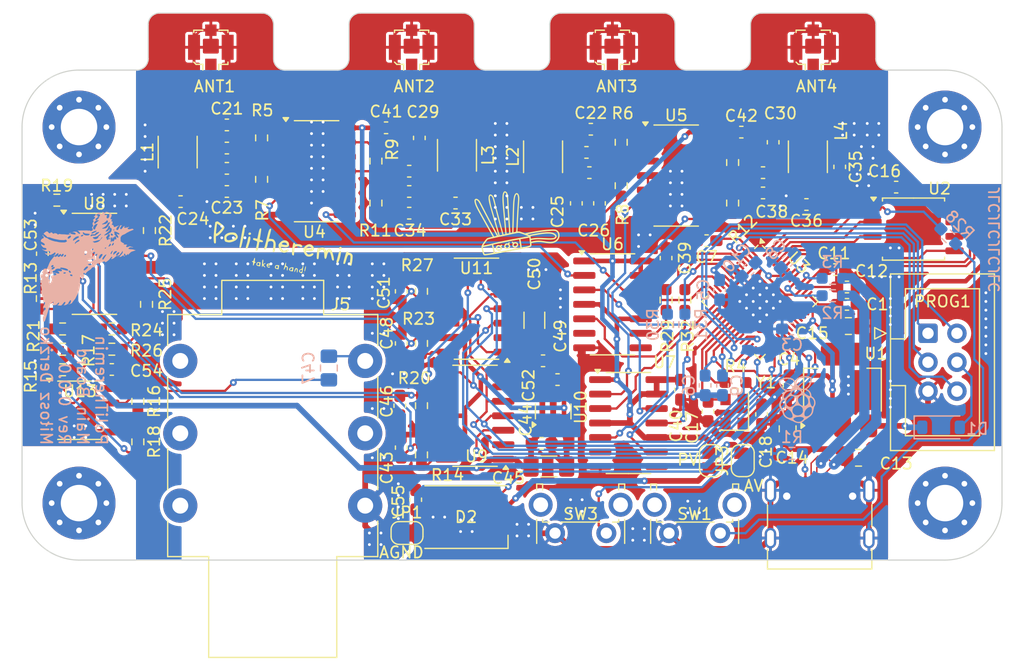
<source format=kicad_pcb>
(kicad_pcb (version 20221018) (generator pcbnew)
  (layers (0 "F.Cu" signal) (31 "B.Cu" signal) (34 "B.Paste" user) (35 "F.Paste" user) (36 "B.SilkS" user "B.Silkscreen") (37 "F.SilkS" user "F.Silkscreen") (38 "B.Mask" user) (39 "F.Mask" user) (44 "Edge.Cuts" user))
  (net 0 "")
  (net 1 "Net-(C18-Pad2)")
  (net 2 "GND")
  (net 3 "Net-(R5-Pad2)")
  (net 4 "Net-(C21-Pad2)")
  (net 5 "Net-(C22-Pad2)")
  (net 6 "Net-(R6-Pad2)")
  (net 7 "Net-(C23-Pad1)")
  (net 8 "Net-(C25-Pad1)")
  (net 9 "Net-(C31-Pad2)")
  (net 10 "Net-(C32-Pad2)")
  (net 11 "Net-(C33-Pad1)")
  (net 12 "Net-(C35-Pad1)")
  (net 13 "Net-(C47-Pad1)")
  (net 14 "Net-(C47-Pad2)")
  (net 17 "Net-(D1-A)")
  (net 19 "Net-(U9-VoutA)")
  (net 20 "Net-(U9-VoutB)")
  (net 22 "Net-(R15-Pad1)")
  (net 23 "Net-(R11-Pad1)")
  (net 24 "Net-(R10-Pad2)")
  (net 25 "Net-(R13-Pad1)")
  (net 26 "Net-(U8C--)")
  (net 27 "Net-(U8A--)")
  (net 28 "Net-(U8B--)")
  (net 29 "Net-(R22-Pad1)")
  (net 30 "Net-(R19-Pad1)")
  (net 31 "+5V")
  (net 32 "Net-(U8D--)")
  (net 33 "/Proximity_detector/ant1")
  (net 34 "Net-(U13A--)")
  (net 35 "/Proximity_detector/ant2")
  (net 36 "/Proximity_detector/ant3")
  (net 37 "/AUDIO_DAC/Vref")
  (net 38 "/AUDIO_DAC/Out4")
  (net 39 "/AUDIO_DAC/Out3")
  (net 40 "/AUDIO_DAC/Out1")
  (net 41 "/AUDIO_DAC/Out2")
  (net 42 "Net-(U11-VoutA)")
  (net 43 "/AUDIO_DAC/~{CS2}")
  (net 44 "/AUDIO_DAC/~{CS1}")
  (net 45 "Net-(R25-Pad1)")
  (net 46 "Net-(U13B--)")
  (net 47 "/AUDIO_DAC/SCK")
  (net 48 "/AUDIO_DAC/SDI")
  (net 49 "/AUDIO_DAC/~{LDAC}")
  (net 50 "Net-(U11-VoutB)")
  (net 53 "Net-(U5-Pad10)")
  (net 54 "/CPU/UI_LED")
  (net 55 "/CPU/UI_BUTTON")
  (net 56 "/CPU/HET_GET3")
  (net 57 "/CPU/HET_GET2")
  (net 61 "Net-(U6A-D)")
  (net 62 "Net-(U7A-D)")
  (net 63 "Net-(U6B-D)")
  (net 64 "Net-(U7B-D)")
  (net 65 "/Proximity_detector/ant4")
  (net 66 "+3.3V")
  (net 68 "/CPU/XIN")
  (net 69 "+1V1")
  (net 70 "Net-(P1-CC1)")
  (net 71 "/CPU/USB_D+")
  (net 72 "/CPU/USB_D-")
  (net 76 "/CPU/SWDIO")
  (net 77 "/CPU/SWCLK")
  (net 78 "/CPU/UART_RX")
  (net 79 "/CPU/UART_TX")
  (net 80 "/CPU/HET_GET4")
  (net 81 "/CPU/XOUT")
  (net 82 "/CPU/HET_GET1")
  (net 83 "/CPU/QSPI_SS")
  (net 89 "Net-(U4-Pad10)")
  (net 90 "/CPU/PD1_in")
  (net 91 "/CPU/PD2_in")
  (net 92 "/CPU/PD3_in")
  (net 93 "/CPU/PD4_in")
  (net 98 "VDDA")
  (net 99 "Net-(U3-GPIO2)")
  (net 103 "/CPU/QSPI_SD3")
  (net 104 "/CPU/QSPI_SCLK")
  (net 105 "/CPU/QSPI_SD0")
  (net 106 "/CPU/QSPI_SD2")
  (net 107 "/CPU/QSPI_SD1")
  (net 113 "/CPU/USB_RP+")
  (net 114 "/CPU/USB_RP-")
  (net 115 "Net-(U4-Pad4)")
  (net 116 "Net-(U5-Pad4)")
  (net 117 "VDD")
  (net 118 "GNDA")
  (net 119 "Net-(U3-GPIO4)")
  (net 120 "Net-(U3-GPIO6)")
  (net 121 "Net-(R28-Pad1)")
  (net 122 "Net-(U3-GPIO8)")
  (footprint "Jumper:SolderJumper-2_P1.3mm_Open_RoundedPad1.0x1.5mm" (layer "F.Cu") (at 65.786 182.626)
    (fp_text reference "JP1")
    (fp_text value "Ground separation")
  )
  (footprint "Capacitor_SMD:C_0603_1608Metric_Pad1.08x0.95mm_HandSolder" (layer "F.Cu") (at 65.278 165.989 90)
    (fp_text reference "C48")
    (fp_text value "10n")
  )
  (footprint "Capacitor_SMD:C_0603_1608Metric_Pad1.08x0.95mm_HandSolder" (layer "F.Cu") (at 49.976 150.622 180)
    (fp_text reference "C27" hide)
    (fp_text value "150p")
  )
  (footprint "Jumper:SolderJumper-2_P1.3mm_Open_RoundedPad1.0x1.5mm" (layer "F.Cu") (at 92.456 176.276 -90)
    (fp_text reference "JP2" hide)
    (fp_text value "Vcc separation")
  )
  (footprint "Capacitor_SMD:C_0603_1608Metric_Pad1.08x0.95mm_HandSolder" (layer "F.Cu") (at 65.151 171.45 -90)
    (fp_text reference "C46")
    (fp_text value "10n")
  )
  (footprint "Capacitor_SMD:C_0603_1608Metric_Pad1.08x0.95mm_HandSolder" (layer "F.Cu") (at 96.901 172.212 90)
    (fp_text reference "C18")
    (fp_text value "15p")
  )
  (footprint "Capacitor_SMD:C_0603_1608Metric_Pad1.08x0.95mm_HandSolder" (layer "F.Cu") (at 66.867 147.955 90)
    (fp_text reference "C29")
    (fp_text value "47p")
  )
  (footprint "Capacitor_SMD:C_0603_1608Metric_Pad1.08x0.95mm_HandSolder" (layer "F.Cu") (at 65.978 152.654)
    (fp_text reference "C37" hide)
    (fp_text value "150p")
  )
  (footprint "Capacitor_SMD:C_0603_1608Metric_Pad1.08x0.95mm_HandSolder" (layer "F.Cu") (at 103.759 150.495 90)
    (fp_text reference "C35")
    (fp_text value "150p")
  )
  (footprint "Capacitor_SMD:C_0603_1608Metric_Pad1.08x0.95mm_HandSolder" (layer "F.Cu") (at 65.278 175.133 90)
    (fp_text reference "C43")
    (fp_text value "10n")
  )
  (footprint "Capacitor_SMD:C_0805_2012Metric_Pad1.18x1.45mm_HandSolder" (layer "F.Cu") (at 105.41 176.022)
    (fp_text reference "C13")
    (fp_text value "10u")
  )
  (footprint "Resistor_SMD:R_0603_1608Metric_Pad0.98x0.95mm_HandSolder" (layer "F.Cu") (at 94.361 153.67 -90)
    (fp_text reference "R12")
    (fp_text value "2.2k")
  )
  (footprint "Capacitor_SMD:C_0603_1608Metric_Pad1.08x0.95mm_HandSolder" (layer "F.Cu") (at 49.976 146.812)
    (fp_text reference "C21")
    (fp_text value "150p")
  )
  (footprint "Capacitor_SMD:C_1206_3216Metric_Pad1.33x1.80mm_HandSolder" (layer "F.Cu") (at 76.962 163.957 90)
    (fp_text reference "C50")
    (fp_text value "10u")
  )
  (footprint "Resistor_SMD:R_0603_1608Metric_Pad0.98x0.95mm_HandSolder" (layer "F.Cu") (at 63.057 153.67 -90)
    (fp_text reference "R11")
    (fp_text value "2.2k")
  )
  (footprint "Capacitor_SMD:C_0603_1608Metric_Pad1.08x0.95mm_HandSolder" (layer "F.Cu") (at 49.976 152.654 180)
    (fp_text reference "C23")
    (fp_text value "150p")
  )
  (footprint "Resistor_SMD:R_0603_1608Metric_Pad0.98x0.95mm_HandSolder" (layer "F.Cu") (at 35.56 164.719)
    (fp_text reference "R21")
    (fp_text value "1k")
  )
  (footprint "Resistor_SMD:R_0603_1608Metric_Pad0.98x0.95mm_HandSolder" (layer "F.Cu") (at 35.56 166.497 180)
    (fp_text reference "R17")
    (fp_text value "1k")
  )
  (footprint "Capacitor_SMD:C_0805_2012Metric_Pad1.18x1.45mm_HandSolder" (layer "F.Cu") (at 104.521 164.465)
    (fp_text reference "C15")
    (fp_text value "10u")
  )
  (footprint "LOGO" (layer "F.Cu") (at 75.086512 154.344366 -170)
    (fp_text reference "G***" hide)
    (fp_text value "LOGO" hide)
  )
  (footprint "MountingHole:MountingHole_3.2mm_M3_Pad_Via" (layer "F.Cu") (at 37 147)
    (fp_text reference "H1" hide)
    (fp_text value "MountingHole_Pad")
  )
  (footprint "Capacitor_SMD:C_0603_1608Metric_Pad1.08x0.95mm_HandSolder" (layer "F.Cu") (at 77.724 167.513)
    (fp_text reference "C49")
    (fp_text value "100n")
  )
  (footprint "Capacitor_SMD:C_0603_1608Metric_Pad1.08x0.95mm_HandSolder" (layer "F.Cu") (at 70.042 153.67 180)
    (fp_text reference "C33")
    (fp_text value "150p")
  )
  (footprint "Connector_Coaxial:U.FL_Molex_MCRF_73412-0110_Vertical" (layer "F.Cu") (at 48.57 140)
    (fp_text reference "J1" hide)
    (fp_text value "Ant1")
  )
  (footprint "Resistor_SMD:R_0603_1608Metric_Pad0.98x0.95mm_HandSolder" (layer "F.Cu") (at 88.519 162.179 90)
    (fp_text reference "R29")
    (fp_text value "470R")
  )
  (footprint "Connector_Coaxial:U.FL_Molex_MCRF_73412-0110_Vertical" (layer "F.Cu") (at 101.43 140)
    (fp_text reference "J4" hide)
    (fp_text value "Ant4")
  )
  (footprint "Resistor_SMD:R_0603_1608Metric_Pad0.98x0.95mm_HandSolder" (layer "F.Cu") (at 84.582 152.146 -90)
    (fp_text reference "R8")
    (fp_text value "2.2k")
  )
  (footprint "Capacitor_SMD:C_0603_1608Metric_Pad1.08x0.95mm_HandSolder" (layer "F.Cu") (at 104.394 162.56)
    (fp_text reference "C1")
    (fp_text value "100n")
  )
  (footprint "Capacitor_SMD:C_0603_1608Metric_Pad1.08x0.95mm_HandSolder" (layer "F.Cu") (at 100.838 153.797 180)
    (fp_text reference "C36")
    (fp_text value "47p")
  )
  (footprint "Capacitor_SMD:C_0603_1608Metric_Pad1.08x0.95mm_HandSolder" (layer "F.Cu") (at 99.314 169.672 -90)
    (fp_text reference "C4")
    (fp_text value "100n")
  )
  (footprint "Capacitor_SMD:C_0603_1608Metric_Pad1.08x0.95mm_HandSolder" (layer "F.Cu") (at 108.712 152.273 180)
    (fp_text reference "C16")
    (fp_text value "100n")
  )
  (footprint "Package_SO:SOIC-14_3.9x8.7mm_P1.27mm" (layer "F.Cu") (at 57.85 150.876)
    (fp_text reference "U4")
    (fp_text value "4069")
  )
  (footprint "Package_SO:SOIC-14_3.9x8.7mm_P1.27mm" (layer "F.Cu") (at 89.408 151.257)
    (fp_text reference "U5")
    (fp_text value "4069")
  )
  (footprint "Capacitor_SMD:C_0603_1608Metric_Pad1.08x0.95mm_HandSolder" (layer "F.Cu") (at 66.548 179.705 -90)
    (fp_text reference "C55")
    (fp_text value "100n")
  )
  (footprint "Package_SO:SOIC-14_3.9x8.7mm_P1.27mm" (layer "F.Cu") (at 85.217 172.974)
    (fp_text reference "U7")
    (fp_text value "74HC74")
  )
  (footprint "Resistor_SMD:R_0603_1608Metric_Pad0.98x0.95mm_HandSolder" (layer "F.Cu") (at 35.56 168.2985)
    (fp_text reference "R15")
    (fp_text value "1k")
  )
  (footprint "Package_SO:SOIC-14_3.9x8.7mm_P1.27mm" (layer "F.Cu") (at 71.882 162.941 180)
    (fp_text reference "U11")
    (fp_text value "MCP4922-ESL")
  )
  (footprint "Capacitor_SMD:C_0603_1608Metric_Pad1.08x0.95mm_HandSolder" (layer "F.Cu") (at 77.597 174.752)
    (fp_text reference "C44")
    (fp_text value "100n")
  )
  (footprint "Inductor_SMD:L_1812_4532Metric_Pad1.30x3.40mm_HandSolder" (layer "F.Cu") (at 77.724 149.606 90)
    (fp_text reference "L2")
    (fp_text value "1m")
  )
  (footprint "Package_SO:SOIC-14_3.9x8.7mm_P1.27mm" (layer "F.Cu") (at 83.82 162.56)
    (fp_text reference "U6")
    (fp_text value "74HC74")
  )
  (footprint "Capacitor_SMD:C_0603_1608Metric_Pad1.08x0.95mm_HandSolder" (layer "F.Cu") (at 65.278 161.417 -90)
    (fp_text reference "C51")
    (fp_text value "10n")
  )
  (footprint "Package_SO:SOIC-14_3.9x8.7mm_P1.27mm" (layer "F.Cu") (at 71.755 172.339 180)
    (fp_text reference "U9")
    (fp_text value "MCP4922-ESL")
  )
  (footprint "Resistor_SMD:R_0603_1608Metric_Pad0.98x0.95mm_HandSolder" (layer "F.Cu") (at 35.052 153.416 180)
    (fp_text reference "R19")
    (fp_text value "1k")
  )
  (footprint "Package_TO_SOT_SMD:SOT-23" (layer "F.Cu") (at 78.613 171.958 90)
    (fp_text reference "U10")
    (fp_text value "MCP1541-TT")
  )
  (footprint "Package_SO:SO-8_3.9x4.9mm_P1.27mm" (layer "F.Cu") (at 37.084 171.8545)
    (fp_text reference "U13")
    (fp_text value "LMV358")
  )
  (footprint "Resistor_SMD:R_0603_1608Metric_Pad0.98x0.95mm_HandSolder" (layer "F.Cu") (at 53.024 151.5885 -90)
    (fp_text reference "R7")
    (fp_text value "2.2k")
  )
  (footprint "Resistor_SMD:R_0603_1608Metric_Pad0.98x0.95mm_HandSolder" (layer "F.Cu") (at 94.361 150.114 -90)
    (fp_text reference "R10" hide)
    (fp_text value "4.7M")
  )
  (footprint "Capacitor_SMD:C_0603_1608Metric_Pad1.08x0.95mm_HandSolder" (layer "F.Cu") (at 81.915 147.193)
    (fp_text reference "C22")
    (fp_text value "150p")
  )
  (footprint "Capacitor_SMD:C_0603_1608Metric_Pad1.08x0.95mm_HandSolder" (layer "F.Cu") (at 82.677 153.6965 90)
    (fp_text reference "C26")
    (fp_text value "47p")
  )
  (footprint "Inductor_SMD:L_1812_4532Metric_Pad1.30x3.40mm_HandSolder" (layer "F.Cu") (at 45.658 149.199 90)
    (fp_text reference "L1")
    (fp_text value "1m")
  )
  (footprint "Capacitor_SMD:C_0603_1608Metric_Pad1.08x0.95mm_HandSolder" (layer "F.Cu") (at 80.645 153.6965 90)
    (fp_text reference "C25")
    (fp_text value "150p")
  )
  (footprint "Resistor_SMD:R_0603_1608Metric_Pad0.98x0.95mm_HandSolder" (layer "F.Cu") (at 67.056 171.45 -90)
    (fp_text reference "R20")
    (fp_text value "10k")
  )
  (footprint "Capacitor_SMD:C_0603_1608Metric_Pad1.08x0.95mm_HandSolder" (layer "F.Cu") (at 103.378 159.512)
    (fp_text reference "C11")
    (fp_text value "1u")
  )
  (footprint "Capacitor_SMD:C_0603_1608Metric_Pad1.08x0.95mm_HandSolder" (layer "F.Cu") (at 89.789 170.053 -90)
    (fp_text reference "C40")
    (fp_text value "100n")
  )
  (footprint "Package_SO:SOIC-14_3.9x8.7mm_P1.27mm" (layer "F.Cu") (at 38.354 159.004)
    (fp_text reference "U8")
    (fp_text value "LMV324")
  )
  (footprint "Resistor_SMD:R_0603_1608Metric_Pad0.98x0.95mm_HandSolder" (layer "F.Cu") (at 53.024 147.9505 -90)
    (fp_text reference "R5")
    (fp_text value "4.7M")
  )
  (footprint "Resistor_SMD:R_0603_1608Metric_Pad0.98x0.95mm_HandSolder" (layer "F.Cu") (at 63.057 149.987 -90)
    (fp_text reference "R9")
    (fp_text value "4.7M")
  )
  (footprint "Resistor_SMD:R_0603_1608Metric_Pad0.98x0.95mm_HandSolder" (layer "F.Cu") (at 67.056 165.989 -90)
    (fp_text reference "R23")
    (fp_text value "10k")
  )
  (footprint "Resistor_SMD:R_0603_1608Metric_Pad0.98x0.95mm_HandSolder" (layer "F.Cu") (at 67.056 175.768 -90)
    (fp_text reference "R14")
    (fp_text value "10k")
  )
  (footprint "MountingHole:MountingHole_3.2mm_M3_Pad_Via" (layer "F.Cu") (at 37 180)
    (fp_text reference "H3" hide)
    (fp_text value "MountingHole_Pad")
  )
  (footprint "Button_Switch_THT:SW_Tactile_SPST_Angled_PTS645Vx31-2LFS" (layer "F.Cu") (at 83.275 182.6375 180)
    (fp_text reference "SW3")
    (fp_text value "UI_BUTTON")
  )
  (footprint "Capacitor_SMD:C_0603_1608Metric_Pad1.08x0.95mm_HandSolder" (layer "F.Cu") (at 97.917 148.336 90)
    (fp_text reference "C30")
    (fp_text value "47p")
  )
  (footprint "Capacitor_SMD:C_0603_1608Metric_Pad1.08x0.95mm_HandSolder" (layer "F.Cu") (at 95.123 147.447)
    (fp_text reference "C42")
    (fp_text value "100n")
  )
  (footprint "Connector_Coaxial:U.FL_Molex_MCRF_73412-0110_Vertical" (layer "F.Cu") (at 66.19 140)
    (fp_text reference "J3" hide)
    (fp_text value "Ant2")
  )
  (footprint "Resistor_SMD:R_0603_1608Metric_Pad0.98x0.95mm_HandSolder" (layer "F.Cu") (at 94.615 169.418)
    (fp_text reference "R4")
    (fp_text value "1k")
  )
  (footprint "Connector_IDC:IDC-Header_2x03_P2.54mm_Vertical" (layer "F.Cu") (at 111.506 165.1)
    (fp_text reference "PROG1")
    (fp_text value "PicoProg")
  )
  (footprint "Resistor_SMD:R_0603_1608Metric_Pad0.98x0.95mm_HandSolder" (layer "F.Cu") (at 39.878 166.497)
    (fp_text reference "R26")
    (fp_text value "1k")
  )
  (footprint "Capacitor_SMD:C_0603_1608Metric_Pad1.08x0.95mm_HandSolder" (layer "F.Cu") (at 39.878 168.275)
    (fp_text reference "C54")
    (fp_text value "100n")
  )
  (footprint "Capacitor_SMD:C_0603_1608Metric_Pad1.08x0.95mm_HandSolder" (layer "F.Cu") (at 78.994 169.164 180)
    (fp_text reference "C52")
    (fp_text value "10u")
  )
  (footprint "Resistor_SMD:R_0603_1608Metric_Pad0.98x0.95mm_HandSolder" (layer "F.Cu") (at 42.164 174.625 -90)
    (fp_text reference "R18")
    (fp_text value "1k")
  )
  (footprint "Button_Switch_THT:SW_Tactile_SPST_Angled_PTS645Vx31-2LFS" (layer "F.Cu") (at 93.275 182.6375 180)
    (fp_text reference "SW1")
    (fp_text value "USB_BOOT")
  )
  (footprint "Capacitor_SMD:C_0603_1608Metric_Pad1.08x0.95mm_HandSolder" (layer "F.Cu") (at 49.976 148.844)
    (fp_text reference "C19" hide)
    (fp_text value "47p")
  )
  (footprint "MountingHole:MountingHole_3.2mm_M3_Pad_Via" (layer "F.Cu") (at 113 147)
    (fp_text reference "H2" hide)
    (fp_text value "MountingHole_Pad")
  )
  (footprint "Package_DFN_QFN:QFN-56-1EP_7x7mm_P0.4mm_EP3.2x3.2mm" (layer "F.Cu") (at 96.756966 162.306359 -45)
    (fp_text reference "U3")
    (fp_text value "RP2040")
  )
  (footprint "Capacitor_SMD:C_0603_1608Metric_Pad1.08x0.95mm_HandSolder" (layer "F.Cu") (at 97.028 151.003 180)
    (fp_text reference "C32" hide)
    (fp_text value "150p")
  )
  (footprint "MountingHole:MountingHole_3.2mm_M3_Pad_Via" (layer "F.Cu") (at 113 180)
    (fp_text reference "H4" hide)
    (fp_text value "MountingHole_Pad")
  )
  (footprint "Capacitor_SMD:C_0805_2012Metric_Pad1.18x1.45mm_HandSolder" (layer "F.Cu") (at 99.187 173.482 90)
    (fp_text reference "C14")
    (fp_text value "10u" hide)
  )
  (footprint "Capacitor_SMD:C_0603_1608Metric_Pad1.08x0.95mm_HandSolder" (layer "F.Cu") (at 92.202 171.958 90)
    (fp_text reference "C17")
    (fp_text value "15p")
  )
  (footprint "Resistor_SMD:R_0603_1608Metric_Pad0.98x0.95mm_HandSolder" (layer "F.Cu") (at 84.582 148.336 -90)
    (fp_text reference "R6")
    (fp_text value "4.7M")
  )
  (footprint "Capacitor_SMD:C_0603_1608Metric_Pad1.08x0.95mm_HandSolder" (layer "F.Cu") (at 63.946 147.066)
    (fp_text reference "C41")
    (fp_text value "100n")
  )
  (footprint "Package_TO_SOT_SMD:SOT-223-3_TabPin2" (layer "F.Cu") (at 103.999 170.078 90)
    (fp_text reference "U1")
    (fp_text value "NCP1117-3.3_SOT223")
  )
  (footprint "Capacitor_SMD:C_0603_1608Metric_Pad1.08x0.95mm_HandSolder" (layer "F.Cu") (at 33.782 158.115 90)
    (fp_text reference "C53")
    (fp_text value "100n")
  )
  (footprint "Package_SO:SOIC-8_5.23x5.23mm_P1.27mm" (layer "F.Cu") (at 110.236 155.956)
    (fp_text reference "U2")
    (fp_text value "W25Q128JVS")
  )
  (footprint "Crystal:Crystal_SMD_2520-4Pin_2.5x2.0mm" (layer "F.Cu") (at 94.488 171.958 90)
    (fp_text reference "Y1")
    (fp_text value "12MHz")
  )
  (footprint "Capacitor_SMD:C_0603_1608Metric_Pad1.08x0.95mm_HandSolder" (layer "F.Cu") (at 65.978 150.876 180)
    (fp_text reference "C31" hide)
    (fp_text value "150p")
  )
  (footprint "Capacitor_SMD:C_0603_1608Metric_Pad1.08x0.95mm_HandSolder" (layer "F.Cu") (at 97.028 152.781)
    (fp_text reference "C38")
    (fp_text value "150p")
  )
  (footprint "Resistor_SMD:R_0603_1608Metric_Pad0.98x0.95mm_HandSolder" (layer "F.Cu") (at 43.18 156.083 -90)
    (fp_text reference "R22")
    (fp_text value "1k")
  )
  (footprint "Inductor_SMD:L_1812_4532Metric_Pad1.30x3.40mm_HandSolder" (layer "F.Cu") (at 70.169 149.479 90)
    (fp_text reference "L3")
    (fp_text value "1m")
  )
  (footprint "Connector_USB:USB_C_Receptacle_G-Switch_GT-USB-7010ASV" (layer "F.Cu") (at 102 182)
    (fp_text reference "P1" hide)
    (fp_text value "USB_C_Receptacle_USB2.0_14P")
  )
  (footprint "Capacitor_SMD:C_0603_1608Metric_Pad1.08x0.95mm_HandSolder" (layer "F.Cu") (at 65.978 154.559)
    (fp_text reference "C34")
    (fp_text value "47p")
  )
  (footprint "LOGO" (layer "F.Cu") (at 55.118 157.734 -9)
    (fp_text reference "G***" hide)
    (fp_text value "LOGO" hide)
  )
  (footprint "Resistor_SMD:R_0603_1608Metric_Pad0.98x0.95mm_HandSolder" (layer "F.Cu") (at 42.164 171.069 -90)
    (fp_text reference "R16")
    (fp_text value "1k")
  )
  (footprint "Connector_Coaxial:U.FL_Molex_MCRF_73412-0110_Vertical" (layer "F.Cu") (at 83.81 140)
    (fp_text reference "J2" hide)
    (fp_text value "Ant3")
  )
  (footprint "Resistor_SMD:R_0603_1608Metric_Pad0.98x0.95mm_HandSolder" (layer "F.Cu") (at 33.782 162.052 90)
    (fp_text reference "R13")
    (fp_text value "1k")
  )
  (footprint "Capacitor_SMD:C_0603_1608Metric_Pad1.08x0.95mm_HandSolder" (layer "F.Cu") (at 81.534 149.225 180)
    (fp_text reference "C20" hide)
    (fp_text value "47p")
  )
  (footprint "Capacitor_SMD:C_0603_1608Metric_Pad1.08x0.95mm_HandSolder" (layer "F.Cu") (at 81.788 151.003 180)
    (fp_text reference "C28" hide)
    (fp_text value "150p")
  )
  (footprint "Jumper:SolderJumper-2_P1.3mm_Open_RoundedPad1.0x1.5mm" (layer "F.Cu") (at 95.25 176.276 90)
    (fp_text reference "JP3")
    (fp_text value "V analog separation")
  )
  (footprint "Capacitor_SMD:C_0603_1608Metric_Pad1.08x0.95mm_HandSolder" (layer "F.Cu") (at 88.519 158.496 90)
    (fp_text reference "C39")
    (fp_text value "100n")
  )
  (footprint "Capacitor_SMD:C_0603_1608Metric_Pad1.08x0.95mm_HandSolder" (layer "F.Cu") (at 92.075 156.972 180)
    (fp_text reference "C7")
    (fp_text value "100n")
  )
  (footprint "Resistor_SMD:R_0603_1608Metric_Pad0.98x0.95mm_HandSolder" (layer "F.Cu") (at 42.926 162.56 90)
    (fp_text reference "R25")
    (fp_text value "1k")
  )
  (footprint "Capacitor_SMD:C_1206_3216Metric_Pad1.33x1.80mm_HandSolder" (layer "F.Cu") (at 78.232 176.784)
    (fp_text reference "C45")
    (fp_text value "10u")
  )
  (footprint "Resistor_SMD:R_0603_1608Metric_Pad0.98x0.95mm_HandSolder" (layer "F.Cu") (at 39.878 164.719)
    (fp_text reference "R24")
    (fp_text value "1k")
  )
  (footprint "LED_SMD:LED_WS2812B_PLCC4_5.0x5.0mm_P3.2mm" (layer "F.Cu") (at 71 181.228)
    (fp_text reference "D2")
    (fp_text value "WS2812B")
  )
  (footprint "Connector_Audio:Jack_6.35mm_Neutrik_NMJ6HFD2_Horizontal" (layer "F.Cu") (at 62.115 167.525 -90)
    (fp_text reference "J5")
    (fp_text value "Audio out")
  )
  (footprint "Capacitor_SMD:C_0603_1608Metric_Pad1.08x0.95mm_HandSolder" (layer "F.Cu") (at 104.394 161.036)
    (fp_text reference "C12")
    (fp_text value "1u")
  )
  (footprint "Resistor_SMD:R_0603_1608Metric_Pad0.98x0.95mm_HandSolder" (layer "F.Cu") (at 90.17 162.179 90)
    (fp_text reference "R32")
    (fp_text value "470R")
  )
  (footprint "Capacitor_SMD:C_0603_1608Metric_Pad1.08x0.95mm_HandSolder" (layer "F.Cu") (at 45.912 153.543)
    (fp_text reference "C24")
    (fp_text value "47p")
  )
  (footprint "Inductor_SMD:L_1812_4532Metric_Pad1.30x3.40mm_HandSolder" (layer "F.Cu") (at 100.965 149.606 90)
    (fp_text reference "L4")
    (fp_text value "1m")
  )
  (footprint "Resistor_SMD:R_0603_1608Metric_Pad0.98x0.95mm_HandSolder" (layer "F.Cu") (at 67.056 161.417 90)
    (fp_text reference "R27")
    (fp_text value "10k")
  )
  (footprint "LOGO" (layer "B.Cu") (at 100.076 170.942 -175)
    (fp_text reference "G***" hide)
    (fp_text value "LOGO" hide)
  )
  (footprint "Resistor_SMD:R_0603_1608Metric_Pad0.98x0.95mm_HandSolder" (layer "B.Cu") (at 88.646 164.338 90)
    (fp_text reference "R30")
    (fp_text value "470R")
  )
  (footprint "Resistor_SMD:R_0603_1608Metric_Pad0.98x0.95mm_HandSolder" (layer "B.Cu") (at 113.284 156.591 135)
    (fp_text reference "R28")
    (fp_text value "10k")
  )
  (footprint "Capacitor_SMD:C_0805_2012Metric_Pad1.18x1.45mm_HandSolder" (layer "B.Cu") (at 58.928 168.148 90)
    (fp_text reference "C47")
    (fp_text value "10u")
  )
  (footprint "Resistor_SMD:R_0603_1608Metric_Pad0.98x0.95mm_HandSolder" (layer "B.Cu") (at 103.124 160.274 180)
    (fp_text reference "R3")
    (fp_text value "27")
  )
  (footprint "Capacitor_SMD:C_0603_1608Metric_Pad1.08x0.95mm_HandSolder" (layer "B.Cu") (at 93.218 161.29 -90)
    (fp_text reference "C5")
    (fp_text value "100n")
  )
  (footprint "Capacitor_SMD:C_0603_1608Metric_Pad1.08x0.95mm_HandSolder" (layer "B.Cu") (at 91.948 169.672 -90)
    (fp_text reference "C6")
    (fp_text value "100n")
  )
  (footprint "Resistor_SMD:R_0603_1608Metric_Pad0.98x0.95mm_HandSolder" (layer "B.Cu") (at 103.124 161.798 180)
    (fp_text reference "R2")
    (fp_text value "27")
  )
  (footprint "Capacitor_SMD:C_0603_1608Metric_Pad1.08x0.95mm_HandSolder" (layer "B.Cu") (at 95.758 159.512 -135)
    (fp_text reference "C10")
    (fp_text value "100n")
  )
  (footprint "Resistor_SMD:R_0603_1608Metric_Pad0.98x0.95mm_HandSolder" (layer "B.Cu") (at 99.568 175.641 180)
    (fp_text reference "R1")
    (fp_text value "5.1k")
  )
  (footprint "LOGO" (layer "B.Cu") (at 37.592 159.258 90)
    (fp_text reference "G***" hide)
    (fp_text value "LOGO" hide)
  )
  (footprint "Resistor_SMD:R_0603_1608Metric_Pad0.98x0.95mm_HandSolder" (layer "B.Cu") (at 90.17 164.338 90)
    (fp_text reference "R31")
    (fp_text value "470R")
  )
  (footprint "Diode_SMD:D_SOD-123" (layer "B.Cu") (at 112.649 173.355)
    (fp_text reference "D1")
    (fp_text value "1N4148W")
  )
  (footprint "Capacitor_SMD:C_0603_1608Metric_Pad1.08x0.95mm_HandSolder" (layer "B.Cu") (at 99.568 164.719 180)
    (fp_text reference "C3")
    (fp_text value "100n")
  )
  (footprint "Capacitor_SMD:C_0603_1608Metric_Pad1.08x0.95mm_HandSolder" (layer "B.Cu") (at 99.187 158.75 -135)
    (fp_text reference "C8")
    (fp_text value "100n")
  )
  (footprint "Capacitor_SMD:C_0603_1608Metric_Pad1.08x0.95mm_HandSolder" (layer "B.Cu") (at 93.472 169.672 -90)
    (fp_text reference "C9")
    (fp_text value "100n")
  )
  (gr_arc locked (start 55.07 142) (mid 54.362893 141.707107) (end 54.07 141) (stroke (width 0.1)) (layer "Edge.Cuts"))
  (gr_line locked (start 53.07 137) (end 44.07 137) (stroke (width 0.1)) (layer "Edge.Cuts"))
  (gr_line locked (start 106.93 138) (end 106.93 141) (stroke (width 0.1)) (layer "Edge.Cuts"))
  (gr_arc locked (start 43.07 138) (mid 43.362893 137.292893) (end 44.07 137) (stroke (width 0.1)) (layer "Edge.Cuts"))
  (gr_arc locked (start 72.69 142) (mid 71.982893 141.707107) (end 71.69 141) (stroke (width 0.1)) (layer "Edge.Cuts"))
  (gr_arc locked (start 60.69 141) (mid 60.397107 141.707107) (end 59.69 142) (stroke (width 0.1)) (layer "Edge.Cuts"))
  (gr_line locked (start 42.07 142) (end 37 142) (stroke (width 0.1)) (layer "Edge.Cuts"))
  (gr_arc locked (start 113 142) (mid 116.535534 143.464466) (end 118 147) (stroke (width 0.1)) (layer "Edge.Cuts"))
  (gr_arc locked (start 95.93 138) (mid 96.222893 137.292893) (end 96.93 137) (stroke (width 0.1)) (layer "Edge.Cuts"))
  (gr_arc locked (start 78.31 141) (mid 78.017107 141.707107) (end 77.31 142) (stroke (width 0.1)) (layer "Edge.Cuts"))
  (gr_arc locked (start 53.07 137) (mid 53.777107 137.292893) (end 54.07 138) (stroke (width 0.1)) (layer "Edge.Cuts"))
  (gr_arc locked (start 43.07 141) (mid 42.777107 141.707107) (end 42.07 142) (stroke (width 0.1)) (layer "Edge.Cuts"))
  (gr_arc locked (start 78.31 138) (mid 78.602893 137.292893) (end 79.31 137) (stroke (width 0.1)) (layer "Edge.Cuts"))
  (gr_arc locked (start 37 185) (mid 33.464466 183.535534) (end 32 180) (stroke (width 0.1)) (layer "Edge.Cuts"))
  (gr_line locked (start 113 142) (end 107.93 142) (stroke (width 0.1)) (layer "Edge.Cuts"))
  (gr_line locked (start 118 147) (end 118 180) (stroke (width 0.1)) (layer "Edge.Cuts"))
  (gr_line locked (start 55.07 142) (end 59.69 142) (stroke (width 0.1)) (layer "Edge.Cuts"))
  (gr_line locked (start 60.69 141) (end 60.69 138) (stroke (width 0.1)) (layer "Edge.Cuts"))
  (gr_arc locked (start 70.69 137) (mid 71.397107 137.292893) (end 71.69 138) (stroke (width 0.1)) (layer "Edge.Cuts"))
  (gr_line locked (start 89.31 141) (end 89.31 138) (stroke (width 0.1)) (layer "Edge.Cuts"))
  (gr_arc locked (start 88.31 137) (mid 89.017107 137.292893) (end 89.31 138) (stroke (width 0.1)) (layer "Edge.Cuts"))
  (gr_line locked (start 70.69 137) (end 61.69 137) (stroke (width 0.1)) (layer "Edge.Cuts"))
  (gr_line locked (start 95.93 141) (end 95.93 138) (stroke (width 0.1)) (layer "Edge.Cuts"))
  (gr_line locked (start 105.93 137) (end 96.93 137) (stroke (width 0.1)) (layer "Edge.Cuts"))
  (gr_arc locked (start 105.93 137) (mid 106.637107 137.292893) (end 106.93 138) (stroke (width 0.1)) (layer "Edge.Cuts"))
  (gr_line locked (start 54.07 138) (end 54.07 141) (stroke (width 0.1)) (layer "Edge.Cuts"))
  (gr_line locked (start 72.69 142) (end 77.31 142) (stroke (width 0.1)) (layer "Edge.Cuts"))
  (gr_line locked (start 88.31 137) (end 79.31 137) (stroke (width 0.1)) (layer "Edge.Cuts"))
  (gr_line locked (start 90.31 142) (end 94.93 142) (stroke (width 0.1)) (layer "Edge.Cuts"))
  (gr_line locked (start 43.07 141) (end 43.07 138) (stroke (width 0.1)) (layer "Edge.Cuts"))
  (gr_arc locked (start 32 147) (mid 33.464466 143.464466) (end 37 142) (stroke (width 0.1)) (layer "Edge.Cuts"))
  (gr_line locked (start 78.31 141) (end 78.31 138) (stroke (width 0.1)) (layer "Edge.Cuts"))
  (gr_arc locked (start 107.93 142) (mid 107.222893 141.707107) (end 106.93 141) (stroke (width 0.1)) (layer "Edge.Cuts"))
  (gr_line locked (start 32 180) (end 32 147) (stroke (width 0.1)) (layer "Edge.Cuts"))
  (gr_arc locked (start 95.93 141) (mid 95.637107 141.707107) (end 94.93 142) (stroke (width 0.1)) (layer "Edge.Cuts"))
  (gr_line locked (start 113 185) (end 37 185) (stroke (width 0.1)) (layer "Edge.Cuts"))
  (gr_arc locked (start 90.31 142) (mid 89.602893 141.707107) (end 89.31 141) (stroke (width 0.1)) (layer "Edge.Cuts"))
  (gr_line locked (start 71.69 138) (end 71.69 141) (stroke (width 0.1)) (layer "Edge.Cuts"))
  (gr_arc locked (start 118 180) (mid 116.535534 183.535534) (end 113 185) (stroke (width 0.1)) (layer "Edge.Cuts"))
  (gr_arc locked (start 60.69 138) (mid 60.982893 137.292893) (end 61.69 137) (stroke (width 0.1)) (layer "Edge.Cuts"))
  (gr_text "PoliTheremin\nMain Board\nRev 0.0.0\nMiłosz Derżko" (at 33.528 175.006 270) (layer "B.SilkS") (effects (font (size 1 1)) (justify left bottom mirror)))
  (gr_text "JLCJLCJLCJLC" (at 117.856 152.146 90) (layer "B.SilkS") (effects (font (size 0.9 0.9)) (justify left bottom mirror)))
  (gr_text "AV" (at 95.25 179.07) (layer "F.SilkS") (effects (font (size 1 1)) (justify left bottom)))
  (gr_text "ANT4" (at 99.822 144.018) (layer "F.SilkS") (effects (font (size 1 1)) (justify left bottom)))
  (gr_text "ANT3" (at 82.296 144.018) (layer "F.SilkS") (effects (font (size 1 1)) (justify left bottom)))
  (gr_text "PV" (at 89.408 176.784) (layer "F.SilkS") (effects (font (size 1 1)) (justify left bottom)))
  (gr_text "ANT1" (at 46.99 144.018) (layer "F.SilkS") (effects (font (size 1 1)) (justify left bottom)))
  (gr_text "ANT2" (at 64.516 144.018) (layer "F.SilkS") (effects (font (size 1 1)) (justify left bottom)))
  (gr_text "AGND" (at 63.246 184.912) (layer "F.SilkS") (effects (font (size 1 1)) (justify left bottom)))
  (segment (start 95.238 173.008) (end 96.8965 171.3495) (width 0.2) (layer "F.Cu") (net 1))
  (segment (start 96.901 171.3495) (end 96.901 170.7915) (width 0.2) (layer "F.Cu") (net 1))
  (segment (start 96.8965 171.3495) (end 96.901 171.3495) (width 0.2) (layer "F.Cu") (net 1))
  (segment (start 96.901 170.7915) (end 95.5275 169.418) (width 0.2) (layer "F.Cu") (net 1))
  (segment (start 49.1135 152.654) (end 48.2245 153.543) (width 0.2) (layer "F.Cu") (net 2))
  (segment (start 97.917 155.956) (end 91.567 155.956) (width 0.5) (layer "F.Cu") (net 2))
  (segment (start 69.088 181.61) (end 69.215 181.229) (width 0.5) (layer "F.Cu") (net 2))
  (segment (start 89.95 183.8125) (end 90.17 183.8125) (width 0.5) (layer "F.Cu") (net 2))
  (segment (start 82.734 138.5) (end 83.81 138.5) (width 0.5) (layer "F.Cu") (net 2))
  (segment (start 50.045 140) (end 50.045 142.12) (width 0.5) (layer "F.Cu") (net 2))
  (segment (start 97.917 155.956) (end 97.917 155.107887) (width 0.5) (layer "F.Cu") (net 2))
  (segment (start 104.394 159.512) (end 104.2405 159.512) (width 0.5) (layer "F.Cu") (net 2))
  (segment (start 55.375 154.686) (end 57.215 154.686) (width 0.5) (layer "F.Cu") (net 2))
  (segment (start 100.387 138.5) (end 101.43 138.5) (width 0.5) (layer "F.Cu") (net 2))
  (segment (start 106.636 157.861) (end 107.95 157.861) (width 0.5) (layer "F.Cu") (net 2))
  (segment (start 105.2 178.275) (end 105.72 178.275) (width 0.5) (layer "F.Cu") (net 2))
  (segment (start 80.9255 151.003) (end 80.9255 152.5535) (width 0.2) (layer "F.Cu") (net 2))
  (segment (start 95.9855 147.447) (end 97.8905 147.447) (width 0.5) (layer "F.Cu") (net 2))
  (segment (start 90.932 171.45) (end 90.932 170.688) (width 0.5) (layer "F.Cu") (net 2))
  (segment (start 66.8405 154.559) (end 68.13699 154.559) (width 0.2) (layer "F.Cu") (net 2))
  (segment (start 95.238 171.158) (end 95.238 170.908) (width 0.5) (layer "F.Cu") (net 2))
  (segment (start 96.732 184.023) (end 97.68 183.075) (width 0.5) (layer "F.Cu") (net 2))
  (segment (start 71.501 182.499) (end 70.739 182.499) (width 0.5) (layer "F.Cu") (net 2))
  (segment (start 64.327 156.337) (end 63.819 155.829) (width 0.5) (layer "F.Cu") (net 2))
  (segment (start 81.661 183.8125) (end 81.8715 184.023) (width 0.5) (layer "F.Cu") (net 2))
  (segment (start 83.81 138.5) (end 84.906 138.5) (width 0.5) (layer "F.Cu") (net 2))
  (segment (start 88.5455 157.607) (end 90.5775 157.607) (width 0.5) (layer "F.Cu") (net 2))
  (segment (start 99.955 143.885) (end 99.955 140) (width 0.5) (layer "F.Cu") (net 2))
  (segment (start 90.17 145.796) (end 94.3345 145.796) (width 0.5) (layer "F.Cu") (net 2))
  (segment (start 93.738 173.008) (end 92.3895 173.008) (width 0.5) (layer "F.Cu") (net 2))
  (segment (start 88.519 157.6335) (end 88.5455 157.607) (width 0.5) (layer "F.Cu") (net 2))
  (segment (start 105.2565 161.036) (end 105.2565 160.3745) (width 0.5) (layer "F.Cu") (net 2))
  (segment (start 98.7795 153.924) (end 98.552 153.924) (width 0.5) (layer "F.Cu") (net 2))
  (segment (start 92.202 172.8205) (end 91.7945 172.8205) (width 0.5) (layer "F.Cu") (net 2))
  (segment (start 90.932 171.958) (end 90.932 171.45) (width 0.5) (layer "F.Cu") (net 2))
  (segment (start 82.677 152.834) (end 80.645 152.834) (width 0.2) (layer "F.Cu") (net 2))
  (segment (start 98.8 178.275) (end 98.28 178.275) (width 0.5) (layer "F.Cu") (net 2))
  (segment (start 66.548 180.5675) (end 66.548 182.514) (width 0.5) (layer "F.Cu") (net 2))
  (segment (start 90.932 166.717112) (end 90.932 170.688) (width 0.2) (layer "F.Cu") (net 2))
  (segment (start 93.738 173.008) (end 93.738 173.258) (width 0.5) (layer "F.Cu") (net 2))
  (segment (start 64.715 140) (end 64.715 138.866) (width 0.2) (layer "F.Cu") (net 2))
  (segment (start 68.326 181.61) (end 68.072 181.229) (width 0.5) (layer "F.Cu") (net 2))
  (segment (start 105.5585 164.465) (end 105.5585 162.862) (width 0.5) (layer "F.Cu") (net 2))
  (segment (start 69.977 181.737) (end 69.85 181.61) (width 0.5) (layer "F.Cu") (net 2))
  (segment (start 105.2565 160.3745) (end 104.394 159.512) (width 0.5) (layer "F.Cu") (net 2))
  (segment (start 47.095 140) (end 47.095 139.087) (width 0.2) (layer "F.Cu") (net 2))
  (segment (start 105.8175 149.6325) (end 103.759 149.6325) (width 0.5) (layer "F.Cu") (net 2))
  (segment (start 105.5585 162.862) (end 105.2565 162.56) (width 0.5) (layer "F.Cu") (net 2))
  (segment (start 93.61918 164.029932) (end 95.342753 162.306359) (width 0.2) (layer "F.Cu") (net 2))
  (segment (start 94.3345 145.796) (end 95.9855 147.447) (width 0.5) (layer "F.Cu") (net 2))
  (segment (start 97.917 147.4735) (end 97.917 145.923) (width 0.5) (layer "F.Cu") (net 2))
  (segment (start 47.095 139.087) (end 47.682 138.5) (width 0.2) (layer "F.Cu") (net 2))
  (segment (start 81.8715 184.023) (end 89.9595 184.023) (width 0.5) (layer "F.Cu") (net 2))
  (segment (start 80.6715 150.749) (end 80.9255 151.003) (width 0.2) (layer "F.Cu") (net 2))
  (segment (start 69.1795 153.67) (end 68.2905 154.559) (width 0.2) (layer "F.Cu") (net 2))
  (segment (start 96.901 173.0745) (end 97.531 172.4445) (width 0.5) (layer "F.Cu") (net 2))
  (segment (start 90.5775 157.607) (end 91.2125 156.972) (width 0.5) (layer "F.Cu") (net 2))
  (segment (start 70.739 181.737) (end 70.612 181.61) (width 0.5) (layer "F.Cu") (net 2))
  (segment (start 49.6 138.5) (end 50.045 138.945) (width 0.2) (layer "F.Cu") (net 2))
  (segment (start 69.215 181.737) (end 69.088 181.61) (width 0.5) (layer "F.Cu") (net 2))
  (segment (start 50.045 138.945) (end 50.045 140) (width 0.2) (layer "F.Cu") (net 2))
  (segment (start 106.32 176.1495) (end 106.32 178.875) (width 0.5) (layer "F.Cu") (net 2))
  (segment (start 92.3895 173.008) (end 92.202 172.8205) (width 0.5) (layer "F.Cu") (net 2))
  (segment (start 107.8495 152.273) (end 106.172 152.273) (width 0.5) (layer "F.Cu") (net 2))
  (segment (start 99.314 172.3175) (end 99.314 170.5345) (width 0.5) (layer "F.Cu") (net 2))
  (segment (start 89.789 155.956) (end 88.9 155.067) (width 0.5) (layer "F.Cu") (net 2))
  (segment (start 88.9 155.067) (end 86.933 155.067) (width 0.5) (layer "F.Cu") (net 2))
  (segment (start 66.8405 154.559) (end 66.8405 152.654) (width 0.2) (layer "F.Cu") (net 2))
  (segment (start 81.345 166.37) (end 81.026 166.689) (width 0.5) (layer "F.Cu") (net 2))
  (segment (start 67.665 138.912) (end 67.665 140) (width 0.2) (layer "F.Cu") (net 2))
  (segment (start 97.036993 173.99) (end 97.675406 174.628413) (width 0.5) (layer "F.Cu") (net 2))
  (segment (start 66.548 182.514) (end 66.436 182.626) (width 0.5) (layer "F.Cu") (net 2))
  (segment (start 63.5385 145.796) (end 64.8085 147.066) (width 0.5) (layer "F.Cu") (net 2))
  (segment (start 102.559 138.5) (end 102.905 138.846) (width 0.5) (layer "F.Cu") (net 2))
  (segment (start 97.531 172.4445) (end 99.187 172.4445) (width 0.5) (layer "F.Cu") (net 2))
  (segment (start 88.9 155.067) (end 88.9 147.066) (width 0.5) (layer "F.Cu") (net 2))
  (segment (start 70.739 181.737) (end 70.739 181.737) (width 0.5) (layer "F.Cu") (net 2))
  (segment (start 96.901 173.854007) (end 97.675406 174.628413) (width 0.5) (layer "F.Cu") (net 2))
  (segment (start 108.712 176.022) (end 111.506 173.228) (width 0.5) (layer "F.Cu") (net 2))
  (segment (start 101.43 138.5) (end 102.559 138.5) (width 0.5) (layer "F.Cu") (net 2))
  (segment (start 91.2125 156.972) (end 91.2125 156.3105) (width 0.5) (layer "F.Cu") (net 2))
  (segment (start 70.104 181.61) (end 69.977 181.737) (width 0.5) (layer "F.Cu") (net 2))
  (segment (start 64.835 147.0925) (end 64.8085 147.066) (width 0.2) (layer "F.Cu") (net 2))
  (segment (start 106.32 178.875) (end 106.32 183.075) (width 0.5) (layer "F.Cu") (net 2))
  (segment (start 50.8385 148.897) (end 49.1135 150.622) (width 0.2) (layer "F.Cu") (net 2))
  (segment (start 70.739 182.499) (end 70.739 181.737) (width 0.5) (layer "F.Cu") (net 2))
  (segment (start 103.759 148.844) (end 104.14 148.463) (width 0.5) (layer "F.Cu") (net 2))
  (segment (start 71.652 182.65) (end 71.501 182.499) (width 0.5) (layer "F.Cu") (net 2))
  (segment (start 91.7945 172.8205) (end 90.932 171.958) (width 0.5) (layer "F.Cu") (net 2))
  (segment (start 49.1135 150.622) (end 49.1135 152.654) (width 0.2) (layer "F.Cu") (net 2))
  (segment (start 95.9855 148.6905) (end 96.266 148.971) (width 0.5) (layer "F.Cu") (net 2))
  (segment (start 68.2905 154.559) (end 68.13699 154.559) (width 0.2) (layer "F.Cu") (net 2))
  (segment (start 102.905 138.846) (end 102.905 140) (width 0.5) (layer "F.Cu") (net 2))
  (segment (start 90.932 171.958) (end 90.8315 171.958) (width 0.5) (layer "F.Cu") (net 2))
  (segment (start 107.95 157.861) (end 108.204 157.607) (width 0.5) (layer "F.Cu") (net 2))
  (segment (start 52.578 144.653) (end 55.499 144.653) (width 0.5) (layer "F.Cu") (net 2))
  (segment (start 81.026 176.276) (end 81.534 176.784) (width 0.5) (layer "F.Cu") (net 2))
  (segment (start 97.8905 147.447) (end 97.917 147.4735) (width 0.5) (layer "F.Cu") (net 2))
  (segment (start 70.612 181.61) (end 70.104 181.61) (width 0.5) (layer "F.Cu") (net 2))
  (segment (start 66.675 182.626) (end 66.436 182.626) (width 0.5) (layer "F.Cu") (net 2))
  (segment (start 68.58 181.61) (end 68.453 181.737) (width 0.5) (layer "F.Cu") (net 2))
  (segment (start 64.715 138.866) (end 65.081 138.5) (width 0.2) (layer "F.Cu") (net 2))
  (segment (start 84.906 138.5) (end 85.285 138.879) (width 0.5) (layer "F.Cu") (net 2))
  (segment (start 102.743 155.702) (end 98.425 155.702) (width 0.5) (layer "F.Cu") (net 2))
  (segment (start 67.691 181.61) (end 66.675 182.626) (width 0.5) (layer "F.Cu") (net 2))
  (segment (start 69.215 181.229) (end 68.58 181.61) (width 0.5) (layer "F.Cu") (net 2))
  (segment (start 98.171 155.956) (end 97.917 155.956) (width 0.5) (layer "F.Cu") (net 2))
  (segment (start 106.4475 176.022) (end 108.712 176.022) (width 0.5) (layer "F.Cu") (net 2))
  (segment (start 98.425 155.702) (end 98.171 155.956) (width 0.5) (layer "F.Cu") (net 2))
  (segment (start 107.8495 151.6645) (end 105.8175 149.6325) (width 0.5) (layer "F.Cu") (net 2))
  (segment (start 81.026 166.689) (end 81.026 176.276) (width 0.5) (layer "F.Cu") (net 2))
  (segment (start 93.61918 164.029932) (end 90.932 166.717112) (width 0.2) (layer "F.Cu") (net 2))
  (segment (start 90.17 183.8125) (end 90.3805 184.023) (width 0.5) (layer "F.Cu") (net 2))
  (segment (start 99.955 138.932) (end 100.387 138.5) (width 0.5) (layer "F.Cu") (net 2))
  (segment (start 68.453 181.737) (end 68.326 181.61) (width 0.5) (layer "F.Cu") (net 2))
  (segment (start 98.9065 153.797) (end 97.8905 152.781) (width 0.5) (layer "F.Cu") (net 2))
  (segment (start 81.534 176.784) (end 82.742 176.784) (width 0.5) (layer "F.Cu") (net 2))
  (segment (start 65.081 138.5) (end 66.19 138.5) (width 0.2) (layer "F.Cu") (net 2))
  (segment (start 64.327 156.337) (end 76.962 156.337) (width 0.5) (layer "F.Cu") (net 2))
  (segment (start 58.612 155.829) (end 63.819 155.829) (width 0.5) (layer "F.Cu") (net 2))
  (segment (start 88.9 147.066) (end 90.17 145.796) (width 0.5) (layer "F.Cu") (net 2))
  (segment (start 103.759 149.6325) (end 103.759 148.844) (width 0.5) (layer "F.Cu") (net 2))
  (segment (start 99.187 172.4445) (end 100.9155 172.4445) (width 0.5) (layer "F.Cu") (net 2))
  (segment (start 99.955 140) (end 99.955 138.932) (width 0.5) (layer "F.Cu") (net 2))
  (segment (start 94.47 173.99) (end 97.036993 173.99) (width 0.5) (layer "F.Cu") (net 2))
  (segment (start 68.072 181.229) (end 67.691 181.61) (width 0.5) (layer "F.Cu") (net 2))
  (segment (start 105.2565 162.56) (end 105.2565 161.036) (width 0.5) (layer "F.Cu") (net 2))
  (segment (start 90.8315 171.958) (end 89.789 170.9155) (width 0.5) (layer "F.Cu") (net 2))
  (segment (start 50.045 142.12) (end 52.578 144.653) (width 0.5) (layer "F.Cu") (net 2))
  (segment (start 55.499 144.653) (end 56.642 145.796) (width 0.5) (layer "F.Cu") (net 2))
  (segment (start 100.9155 172.4445) (end 101.699 173.228) (width 0.5) (layer "F.Cu") (net 2))
  (segment (start 76.962 156.337) (end 84.074 156.337) (width 0.5) (layer "F.Cu") (net 2))
  (segment (start 78.8475 182.65) (end 71.652 182.65) (width 0.5) (layer "F.Cu") (net 2))
  (segment (start 98.28 178.275) (end 97.68 178.875) (width 0.5) (layer "F.Cu") (net 2))
  (segment (start 98.9065 153.797) (end 98.7795 153.924) (width 0.5) (layer "F.Cu") (net 2))
  (segment (start 80.9255 152.5535) (end 80.645 152.834) (width 0.2) (layer "F.Cu") (net 2))
  (segment (start 47.682 138.5) (end 48.57 138.5) (width 0.2) (layer "F.Cu") (net 2))
  (segment (start 85.285 138.879) (end 85.285 140) (width 0.5) (layer "F.Cu") (net 2))
  (segment (start 88.9 145.923) (end 85.285 142.308) (width 0.5) (layer "F.Cu") (net 2))
  (segment (start 85.285 142.308) (end 85.285 140) (width 0.5) (layer "F.Cu") (net 2))
  (segment (start 64.715 140) (end 64.715 144.6195) (width 0.5) (layer "F.Cu") (net 2))
  (segment (start 106.172 152.273) (end 102.743 155.702) (width 0.5) (layer "F.Cu") (net 2))
  (segment (start 88.9 147.066) (end 88.9 145.923) (width 0.5) (layer "F.Cu") (net 2))
  (segment (start 57.215 154.686) (end 57.469 154.686) (width 0.5) (layer "F.Cu") (net 2))
  (segment (start 50.8385 148.844) (end 50.8385 148.897) (width 0.2) (layer "F.Cu") (net 2))
  (segment (start 106.4475 176.022) (end 106.32 176.1495) (width 0.5) (layer "F.Cu") (net 2))
  (segment (start 57.596 154.305) (end 57.215 154.686) (width 0.5) (layer "F.Cu") (net 2))
  (segment (start 80.01 183.8125) (end 78.8475 182.65) (width 0.5) (layer "F.Cu") (net 2))
  (segment (start 81.661 183.8125) (end 80.01 183.8125) (width 0.5) (layer "F.Cu") (net 2))
  (segment (start 66.867 147.0925) (end 64.835 147.0925) (width 0.2) (layer "F.Cu") (net 2))
  (segment (start 69.85 181.61) (end 69.342 181.61) (width 0.5) (layer "F.Cu") (net 2))
  (segment (start 46.7745 153.543) (end 48.2245 153.543) (width 0.2) (layer "F.Cu") (net 2))
  (segment (start 82.335 140) (end 82.335 138.899) (width 0.5) (layer "F.Cu") (net 2))
  (segment (start 91.567 155.956) (end 89.789 155.956) (width 0.5) (layer "F.Cu") (net 2))
  (segment (start 88.775 182.6375) (end 89.95 183.8125) (width 0.5) (layer "F.Cu") (net 2))
  (segment (start 85.344 155.067) (end 84.074 156.337) (width 0.5) (layer "F.Cu") (net 2))
  (segment (start 99.187 172.4445) (end 99.314 172.3175) (width 0.5) (layer "F.Cu") (net 2))
  (segment (start 95.342753 162.306359) (end 96.756966 162.306359) (width 0.2) (layer "F.Cu") (net 2))
  (segment (start 105.72 178.275) (end 106.32 178.875) (width 0.5) (layer "F.Cu") (net 2))
  (segment (start 80.6715 149.225) (end 80.6715 150.749) (width 0.2) (layer "F.Cu") (net 2))
  (segment (start 90.3805 184.023) (end 96.732 184.023) (width 0.5) (layer "F.Cu") (net 2))
  (segment (start 97.917 145.923) (end 99.955 143.885) (width 0.5) (layer "F.Cu") (net 2))
  (segment (start 97.68 178.875) (end 97.68 183.075) (width 0.5) (layer "F.Cu") (net 2))
  (segment (start 57.977 155.194) (end 58.612 155.829) (width 0.5) (layer "F.Cu") (net 2))
  (segment (start 48.57 138.5) (end 49.6 138.5) (width 0.2) (layer "F.Cu") (net 2))
  (segment (start 93.738 172.658) (end 95.238 171.158) (width 0.5) (layer "F.Cu") (net 2))
  (segment (start 64.715 144.6195) (end 63.5385 145.796) (width 0.5) (layer "F.Cu") (net 2))
  (segment (start 107.8495 152.273) (end 107.8495 151.6645) (width 0.5) (layer "F.Cu") (net 2))
  (segment (start 66.19 138.5) (end 67.253 138.5) (width 0.2) (layer "F.Cu") (net 2))
  (segment (start 67.253 138.5) (end 67.665 138.912) (width 0.2) (layer "F.Cu") (net 2))
  (segment (start 82.335 138.899) (end 82.734 138.5) (width 0.5) (layer "F.Cu") (net 2))
  (segment (start 53.024 154.686) (end 55.375 154.686) (width 0.5) (layer "F.Cu") (net 2))
  (segment (start 93.738 173.258) (end 94.47 173.99) (width 0.5) (layer "F.Cu") (net 2))
  (segment (start 111.506 173.228) (end 111.506 170.18) (width 0.5) (layer "F.Cu") (net 2))
  (segment (start 69.342 181.61) (end 69.215 181.737) (width 0.5) (layer "F.Cu") (net 2))
  (segment (start 93.738 173.008) (end 93.738 172.658) (width 0.5) (layer "F.Cu") (net 2))
  (segment (start 86.933 155.067) (end 85.344 155.067) (width 0.5) (layer "F.Cu") (net 2))
  (segment (start 56.642 145.796) (end 63.5385 145.796) (width 0.5) (layer "F.Cu") (net 2))
  (segment (start 96.901 173.0745) (end 96.901 173.854007) (width 0.5) (layer "F.Cu") (net 2))
  (segment (start 57.596 145.796) (end 57.596 154.305) (width 0.5) (layer "F.Cu") (net 2))
  (segment (start 95.9855 147.447) (end 95.9855 148.6905) (width 0.5) (layer "F.Cu") (net 2))
  (segment (start 57.469 154.686) (end 57.977 155.194) (width 0.5) (layer "F.Cu") (net 2))
  (segment (start 91.2125 156.3105) (end 91.567 155.956) (width 0.5) (layer "F.Cu") (net 2))
  (segment (start 97.917 155.107887) (end 97.612099 154.802986) (width 0.5) (layer "F.Cu") (net 2))
  (segment (start 99.9755 153.797) (end 98.9065 153.797) (width 0.5) (layer "F.Cu") (net 2))
  (segment (start 89.9595 184.023) (end 90.17 183.8125) (width 0.5) (layer "F.Cu") (net 2))
  (via (at 73.533 148.717) (size 0.6) (drill 0.25) (layers "F.Cu" "B.Cu") (net 2))
  (via (at 106.172 146.685) (size 0.6) (drill 0.25) (layers "F.Cu" "B.Cu") (net 2))
  (via (at 107.442 160.147) (size 0.6) (drill 0.25) (layers "F.Cu" "B.Cu") (net 2))
  (via (at 108.204 162.052) (size 0.6) (drill 0.25) (layers "F.Cu" "B.Cu") (net 2))
  (via (at 104.521 169.672) (size 0.6) (drill 0.25) (layers "F.Cu" "B.Cu") (net 2))
  (via (at 97.935476 161.716745) (size 0.6) (drill 0.25) (layers "F.Cu" "B.Cu") (net 2))
  (via (at 57.404 148.59) (size 0.6) (drill 0.25) (layers "F.Cu" "B.Cu") (net 2))
  (via (at 116.586 165.354) (size 0.6) (drill 0.25) (layers "F.Cu" "B.Cu") (net 2))
  (via (at 42.799 146.812) (size 0.6) (drill 0.25) (layers "F.Cu" "B.Cu") (net 2))
  (via (at 97.935476 162.895255) (size 0.6) (drill 0.25) (layers "F.Cu" "B.Cu") (net 2))
  (via (at 58.42 150.622) (size 0.6) (drill 0.25) (layers "F.Cu" "B.Cu") (net 2))
  (via (at 108.204 157.607) (size 0.6) (drill 0.25) (layers "F.Cu" "B.Cu") (net 2))
  (via (at 88.9 151.892) (size 0.6) (drill 0.25) (layers "F.Cu" "B.Cu") (net 2))
  (via (at 106.172 147.701) (size 0.6) (drill 0.25) (layers "F.Cu" "B.Cu") (net 2))
  (via (at 105.283 151.13) (size 0.6) (drill 0.25) (layers "F.Cu" "B.Cu") (net 2))
  (via (at 94.989199 162.306) (size 0.6) (drill 0.25) (layers "F.Cu" "B.Cu") (net 2))
  (via (at 58.42 147.574) (size 0.6) (drill 0.25) (layers "F.Cu" "B.Cu") (net 2))
  (via (at 57.404 150.622) (size 0.6) (drill 0.25) (layers "F.Cu" "B.Cu") (net 2))
  (via (at 90.424 180.848) (size 0.6) (drill 0.25) (layers "F.Cu" "B.Cu") (net 2))
  (via (at 73.533 154.051) (size 0.6) (drill 0.25) (layers "F.Cu" "B.Cu") (net 2))
  (via (at 108.204 170.053) (size 0.6) (drill 0.25) (layers "F.Cu" "B.Cu") (net 2))
  (via (at 91.44 180.848) (size 0.6) (drill 0.25) (layers "F.Cu" "B.Cu") (net 2))
  (via (at 107.188 146.685) (size 0.6) (drill 0.25) (layers "F.Cu" "B.Cu") (net 2))
  (via (at 116.586 163.83) (size 0.6) (drill 0.25) (layers "F.Cu" "B.Cu") (net 2))
  (via (at 74.549 147.701) (size 0.6) (drill 0.25) (layers "F.Cu" "B.Cu") (net 2))
  (via (at 74.549 149.733) (size 0.6) (drill 0.25) (layers "F.Cu" "B.Cu") (net 2))
  (via (at 89.916 150.876) (size 0.6) (drill 0.25) (layers "F.Cu" "B.Cu") (net 2))
  (via (at 71.501 181.483) (size 0.6) (drill 0.25) (layers "F.Cu" "B.Cu") (net 2))
  (via (at 106.68 149.733) (size 0.6) (drill 0.25) (layers "F.Cu" "B.Cu") (net 2))
  (via (at 75.819 154.051) (size 0.6) (drill 0.25) (layers "F.Cu" "B.Cu") (net 2))
  (via (at 104.521 168.91) (size 0.6) (drill 0.25) (layers "F.Cu" "B.Cu") (net 2))
  (via (at 105.029 147.701) (size 0.6) (drill 0.25) (layers "F.Cu" "B.Cu") (net 2))
  (via (at 75.438 181.864) (size 0.6) (drill 0.25) (layers "F.Cu" "B.Cu") (net 2))
  (via (at 91.44 179.832) (size 0.6) (drill 0.25) (layers "F.Cu" "B.Cu") (net 2))
  (via (at 58.42 151.638) (size 0.6) (drill 0.25) (layers "F.Cu" "B.Cu") (net 2))
  (via (at 58.42 149.606) (size 0.6) (drill 0.25) (layers "F.Cu" "B.Cu") (net 2))
  (via (at 98.044 170.688) (size 0.6) (drill 0.25) (layers "F.Cu" "B.Cu") (net 2))
  (via (at 74.549 155.067) (size 0.6) (drill 0.25) (layers "F.Cu" "B.Cu") (net 2))
  (via (at 70.485 182.499) (size 0.6) (drill 0.25) (layers "F.Cu" "B.Cu") (net 2))
  (via (at 106.299 152.146) (size 0.6) (drill 0.25) (layers "F.Cu" "B.Cu") (net 2))
  (via (at 74.549 154.051) (size 0.6) (drill 0.25) (layers "F.Cu" "B.Cu") (net 2))
  (via (at 57.404 151.638) (size 0.6) (drill 0.25) (layers "F.Cu" "B.Cu") (net 2))
  (via (at 90.424 179.832) (size 0.6) (drill 0.25) (layers "F.Cu" "B.Cu") (net 2))
  (via (at 87.122 156.464) (size 0.6) (drill 0.25) (layers "F.Cu" "B.Cu") (net 2))
  (via (at 96.16771 163.484511) (size 0.6) (drill 0.25) (layers "F.Cu" "B.Cu") (net 2))
  (via (at 42.799 148.844) (size 0.6) (drill 0.25) (layers "F.Cu" "B.Cu") (net 2))
  (via (at 76.454 181.864) (size 0.6) (drill 0.25) (layers "F.Cu" "B.Cu") (net 2))
  (via (at 50.546 155.702) (size 0.6) (drill 0.25) (layers "F.Cu" "B.Cu") (net 2))
  (via (at 89.916 151.892) (size 0.6) (drill 0.25) (layers "F.Cu" "B.Cu") (net 2))
  (via (at 97.346221 161.127489) (size 0.6) (drill 0.25) (layers "F.Cu" "B.Cu") (net 2))
  (via (at 57.404 146.558) (size 0.6) (drill 0.25) (layers "F.Cu" "B.Cu") (net 2))
  (via (at 73.533 151.892) (size 0.6) (drill 0.25) (layers "F.Cu" "B.Cu") (net 2))
  (via (at 88.9 150.876) (size 0.6) (drill 0.25) (layers "F.Cu" "B.Cu") (net 2))
  (via (at 105.664 148.717) (size 0.6) (drill 0.25) (layers "F.Cu" "B.Cu") (net 2))
  (via (at 68.072 181.229) (size 0.6) (drill 0.25) (layers "F.Cu" "B.Cu") (net 2))
  (via (at 89.916 153.924) (size 0.6) (drill 0.25) (layers "F.Cu" "B.Cu") (net 2))
  (via (at 73.533 150.876) (size 0.6) (drill 0.25) (layers "F.Cu" "B.Cu") (net 2))
  (via (at 116.586 161.544) (size 0.6) (drill 0.25) (layers "F.Cu" "B.Cu") (net 2))
  (via (at 107.188 147.701) (size 0.6) (drill 0.25) (layers "F.Cu" "B.Cu") (net 2))
  (via (at 116.586 163.068) (size 0.6) (drill 0.25) (layers "F.Cu" "B.Cu") (net 2))
  (via (at 74.549 148.717) (size 0.6) (drill 0.25) (layers "F.Cu" "B.Cu") (net 2))
  (via (at 48.514 155.702) (size 0.6) (drill 0.25) (layers "F.Cu" "B.Cu") (net 2))
  (via (at 85.598 182.245) (size 0.6) (drill 0.25) (layers "F.Cu" "B.Cu") (net 2))
  (via (at 57.404 152.654) (size 0.6) (drill 0.25) (layers "F.Cu" "B.Cu") (net 2))
  (via (at 48.514001 156.718) (size 0.6) (drill 0.25) (layers "F.Cu" "B.Cu") (net 2))
  (via (at 74.549 153.035) (size 0.6) (drill 0.25) (layers "F.Cu" "B.Cu") (net 2))
  (via (at 88.9 153.924) (size 0.6) (drill 0.25) (layers "F.Cu" "B.Cu") (net 2))
  (via (at 99.06 153.035) (size 0.6) (drill 0.25) (layers "F.Cu" "B.Cu") (net 2))
  (via (at 73.533 155.067) (size 0.6) (drill 0.25) (layers "F.Cu" "B.Cu") (net 2))
  (via (at 73.533 153.035) (size 0.6) (drill 0.25) (layers "F.Cu" "B.Cu") (net 2))
  (via (at 108.966 157.607) (size 0.6) (drill 0.25) (layers "F.Cu" "B.Cu") (net 2))
  (via (at 76.454 182.88) (size 0.6) (drill 0.25) (layers "F.Cu" "B.Cu") (net 2))
  (via (at 96.774 175.895) (size 0.6) (drill 0.25) (layers "F.Cu" "B.Cu") (net 2))
  (via (at 108.204 164.338) (size 0.6) (drill 0.25) (layers "F.Cu" "B.Cu") (net 2))
  (via (at 97.282 175.387) (size 0.6) (drill 0.25) (layers "F.Cu" "B.Cu") (net 2))
  (via (at 85.598 183.261) (size 0.6) (drill 0.25) (layers "F.Cu" "B.Cu") (net 2))
  (via (at 57.404 147.574) (size 0.6) (drill 0.25) (layers "F.Cu" "B.Cu") (net 2))
  (via (at 96.16771 161.127489) (size 0.6) (drill 0.25) (layers "F.Cu" "B.Cu") (net 2))
  (via (at 42.799 147.828) (size 0.6) (drill 0.25) (layers "F.Cu" "B.Cu") (net 2))
  (via (at 104.521 170.434) (size 0.6) (drill 0.25) (layers "F.Cu" "B.Cu") (net 2))
  (via (at 81.153 179.705) (size 0.6) (drill 0.25) (layers "F.Cu" "B.Cu") (net 2))
  (via (at 74.549 146.685) (size 0.6) (drill 0.25) (layers "F.Cu" "B.Cu") (net 2))
  (via (at 51.561999 155.702) (size 0.6) (drill 0.25) (layers "F.Cu" "B.Cu") (net 2))
  (via (at 81.153 180.721) (size 0.6) (drill 0.25) (layers "F.Cu" "B.Cu") (net 2))
  (via (at 76.835 154.051) (size 0.6) (drill 0.25) (layers "F.Cu" "B.Cu") (net 2))
  (via (at 51.562 156.718) (size 0.6) (drill 0.25) (layers "F.Cu" "B.Cu") (net 2))
  (via (at 42.799 150.876) (size 0.6) (drill 0.25) (layers "F.Cu" "B.Cu") (net 2))
  (via (at 108.204 163.576) (size 0.6) (drill 0.25) (layers "F.Cu" "B.Cu") (net 2))
  (via (at 105.283 152.146) (size 0.6) (drill 0.25) (layers "F.Cu" "B.Cu") (net 2))
  (via (at 57.404 149.606) (size 0.6) (drill 0.25) (layers "F.Cu" "B.Cu") (net 2))
  (via (at 116.586 166.878) (size 0.6) (drill 0.25) (layers "F.Cu" "B.Cu") (net 2))
  (via (at 57.404 153.67) (size 0.6) (drill 0.25) (layers "F.Cu" "B.Cu") (net 2))
  (via (at 48.2245 153.543) (size 0.6) (drill 0.25) (layers "F.Cu" "B.Cu") (net 2))
  (via (at 86.614 182.245) (size 0.6) (drill 0.25) (layers "F.Cu" "B.Cu") (net 2))
  (via (at 97.346221 162.306) (size 0.6) (drill 0.25) (layers "F.Cu" "B.Cu") (net 2))
  (via (at 108.966 160.147) (size 0.6) (drill 0.25) (layers "F.Cu" "B.Cu") (net 2))
  (via (at 106.68 148.717) (size 0.6) (drill 0.25) (layers "F.Cu" "B.Cu") (net 2))
  (via (at 106.68 160.147) (size 0.6) (drill 0.25) (layers "F.Cu" "B.Cu") (net 2))
  (via (at 90.932 170.688) (size 0.6) (drill 0.25) (layers "F.Cu" "B.Cu") (net 2))
  (via (at 96.756966 161.716745) (size 0.6) (drill 0.25) (layers "F.Cu" "B.Cu") (net 2))
  (via (at 75.438 182.88) (size 0.6) (drill 0.25) (layers "F.Cu" "B.Cu") (net 2))
  (via (at 106.299 151.13) (size 0.6) (drill 0.25) (layers "F.Cu" "B.Cu") (net 2))
  (via (at 97.346221 163.484511) (size 0.6) (drill 0.25) (layers "F.Cu" "B.Cu") (net 2))
  (via (at 71.501 182.499) (size 0.6) (drill 0.25) (layers "F.Cu" "B.Cu") (net 2))
  (via (at 98.552 153.924) (size 0.6) (drill 0.25) (layers "F.Cu" "B.Cu") (net 2))
  (via (at 49.53 156.718) (size 0.6) (drill 0.25) (layers "F.Cu" "B.Cu") (net 2))
  (via (at 105.029 146.685) (size 0.6) (drill 0.25) (layers "F.Cu" "B.Cu") (net 2))
  (via (at 116.586 162.306) (size 0.6) (drill 0.25) (layers "F.Cu" "B.Cu") (net 2))
  (via (at 73.533 147.701) (size 0.6) (drill 0.25) (layers "F.Cu" "B.Cu") (net 2))
  (via (at 88.9 152.908) (size 0.6) (drill 0.25) (layers "F.Cu" "B.Cu") (net 2))
  (via (at 104.013 147.701) (size 0.6) (drill 0.25) (layers "F.Cu" "B.Cu") (net 2))
  (via (at 96.756966 162.895255) (size 0.6) (drill 0.25) (layers "F.Cu" "B.Cu") (net 2))
  (via (at 74.549 151.892) (size 0.6) (drill 0.25) (layers "F.Cu" "B.Cu") (net 2))
  (via (at 108.204001 160.147) (size 0.6) (drill 0.25) (layers "F.Cu" "B.Cu") (net 2))
  (via (at 86.106 157.48) (size 0.6) (drill 0.25) (layers "F.Cu" "B.Cu") (net 2))
  (via (at 108.204 171.577) (size 0.6) (drill 0.25) (layers "F.Cu" "B.Cu") (net 2))
  (via (at 42.799 149.86) (size 0.6) (drill 0.25) (layers "F.Cu" "B.Cu") (net 2))
  (via (at 116.586 164.592) (size 0.6) (drill 0.25) (layers "F.Cu" "B.Cu") (net 2))
  (via (at 86.106 156.464) (size 0.6) (drill 0.25) (layers "F.Cu" "B.Cu") (net 2))
  (via (at 105.664 149.733) (size 0.6) (drill 0.25) (layers "F.Cu" "B.Cu") (net 2))
  (via (at 70.485 181.483) (size 0.6) (drill 0.25) (layers "F.Cu" "B.Cu") (net 2))
  (via (at 69.088 181.229) (size 0.6) (drill 0.25) (layers "F.Cu" "B.Cu") (net 2))
  (via (at 50.546 156.717999) (size 0.6) (drill 0.25) (layers "F.Cu" "B.Cu") (net 2))
  (via (at 73.533 146.685) (size 0.6) (drill 0.25) (layers "F.Cu" "B.Cu") (net 2))
  (via (at 95.578455 161.716745) (size 0.6) (drill 0.25) (layers "F.Cu" "B.Cu") (net 2))
  (via (at 96.756966 160.538234) (size 0.6) (drill 0.25) (layers "F.Cu" "B.Cu") (net 2))
  (via (at 73.533 149.733) (size 0.6) (drill 0.25) (layers "F.Cu" "B.Cu") (net 2))
  (via (at 96.756966 164.073766) (size 0.6) (drill 0.25) (layers "F.Cu" "B.Cu") (net 2))
  (via (at 58.42 148.59) (size 0.6) (drill 0.25) (layers "F.Cu" "B.Cu") (net 2))
  (via (at 49.530001 155.702) (size 0.6) (drill 0.25) (layers "F.Cu" "B.Cu") (net 2))
  (via (at 108.204 162.814) (size 0.6) (drill 0.25) (layers "F.Cu" "B.Cu") (net 2))
  (via (at 75.819 155.067) (size 0.6) (drill 0.25) (layers "F.Cu" "B.Cu") (net 2))
  (via (at 58.42 152.654) (size 0.6) (drill 0.25) (layers "F.Cu" "B.Cu") (net 2))
  (via (at 74.549 150.876) (size 0.6) (drill 0.25) (layers "F.Cu" "B.Cu") (net 2))
  (via (at 104.013 146.685) (size 0.6) (drill 0.25) (layers "F.Cu" "B.Cu") (net 2))
  (via (at 80.137 180.721) (size 0.6) (drill 0.25) (layers "F.Cu" "B.Cu") (net 2))
  (via (at 116.586 166.116) (size 0.6) (drill 0.25) (layers "F.Cu" "B.Cu") (net 2))
  (via (at 108.204 169.291) (size 0.6) (drill 0.25) (layers "F.Cu" "B.Cu") (net 2))
  (via (at 89.916 152.908) (size 0.6) (drill 0.25) (layers "F.Cu" "B.Cu") (net 2))
  (via (at 76.835 155.067) (size 0.6) (drill 0.25) (layers "F.Cu" "B.Cu") (net 2))
  (via (at 58.42 146.558) (size 0.6) (drill 0.25) (layers "F.Cu" "B.Cu") (net 2))
  (via (at 86.614 183.261) (size 0.6) (drill 0.25) (layers "F.Cu" "B.Cu") (net 2))
  (via (at 80.137 179.705) (size 0.6) (drill 0.25) (layers "F.Cu" "B.Cu") (net 2))
  (via (at 95.578455 162.895255) (size 0.6) (drill 0.25) (layers "F.Cu" "B.Cu") (net 2))
  (via (at 108.204 170.815) (size 0.6) (drill 0.25) (layers "F.Cu" "B.Cu") (net 2))
  (via (at 96.16771 162.306) (size 0.6) (drill 0.25) (layers "F.Cu" "B.Cu") (net 2))
  (via (at 98.524732 162.306) (size 0.6) (drill 0.25) (layers "F.Cu" "B.Cu") (net 2))
  (segment (start 108.768511 157.536515) (end 108.204 158.101026) (width 0.5) (layer "B.Cu") (net 2))
  (segment (start 106.1935 178.7485) (end 106.32 178.875) (width 0.5) (layer "B.Cu") (net 2))
  (segment (start 108.204 174.244) (end 108.204 171.704) (width 0.5) (layer "B.Cu") (net 2))
  (segment (start 95.14812 160.698171) (end 95.857923 161.407974) (width 0.2) (layer "B.Cu") (net 2))
  (segment (start 49.3675 154.686) (end 48.2245 153.543) (width 0.5) (layer "B.Cu") (net 2))
  (segment (start 108.204 169.926) (end 108.204 169.291) (width 0.5) (layer "B.Cu") (net 2))
  (segment (start 108.077 171.577) (end 108.204 171.45) (width 0.5) (layer "B.Cu") (net 2))
  (segment (start 97.673014 154.802986) (end 97.612099 154.802986) (width 0.5) (layer "B.Cu") (net 2))
  (segment (start 95.14812 160.12188) (end 95.14812 160.698171) (width 0.2) (layer "B.Cu") (net 2))
  (segment (start 108.077 169.164) (end 108.204 169.037) (width 0.5) (layer "B.Cu") (net 2))
  (segment (start 108.204 171.45) (end 108.204 170.942) (width 0.5) (layer "B.Cu") (net 2))
  (segment (start 98.6555 175.641) (end 98.6555 175.608507) (width 0.5) (layer "B.Cu") (net 2))
  (segment (start 98.57712 160.484829) (end 97.653975 161.407974) (width 0.2) (layer "B.Cu") (net 2))
  (segment (start 108.077 170.053) (end 108.204 169.926) (width 0.5) (layer "B.Cu") (net 2))
  (segment (start 94.806398 162.1525) (end 94.959898 162.306) (width 0.2) (layer "B.Cu") (net 2))
  (segment (start 98.57712 159.35988) (end 98.57712 160.484829) (width 0.2) (layer "B.Cu") (net 2))
  (segment (start 98.552 153.924) (end 97.673014 154.802986) (width 0.5) (layer "B.Cu") (net 2))
  (segment (start 108.204 158.101026) (end 108.204 164.592) (width 0.5) (layer "B.Cu") (net 2))
  (segment (start 106.32 176.128) (end 108.204 174.244) (width 0.5) (layer "B.Cu") (net 2))
  (segment (start 93.218 162.1525) (end 94.806398 162.1525) (width 0.2) (layer "B.Cu") (net 2))
  (segment (start 108.204 170.18) (end 108.077 170.053) (width 0.5) (layer "B.Cu") (net 2))
  (segment (start 108.204 170.942) (end 108.077 170.815) (width 0.5) (layer "B.Cu") (net 2))
  (segment (start 99.21212 163.72812) (end 99.21212 162.96612) (width 0.2) (layer "B.Cu") (net 2))
  (segment (start 91.0855 170.5345) (end 90.932 170.688) (width 0.5) (layer "B.Cu") (net 2))
  (segment (start 108.204 169.291) (end 108.077 169.164) (width 0.5) (layer "B.Cu") (net 2))
  (segment (start 108.204 171.704) (end 108.077 171.577) (width 0.5) (layer "B.Cu") (net 2))
  (segment (start 91.948 170.5345) (end 91.0855 170.5345) (width 0.5) (layer "B.Cu") (net 2))
  (segment (start 99.21212 162.96612) (end 98.552 162.306) (width 0.2) (layer "B.Cu") (net 2))
  (segment (start 108.204 170.688) (end 108.204 170.18) (width 0.5) (layer "B.Cu") (net 2))
  (segment (start 93.472 170.5345) (end 91.948 170.5345) (width 0.5) (layer "B.Cu") (net 2))
  (segment (start 108.077 170.815) (end 108.204 170.688) (width 0.5) (layer "B.Cu") (net 2))
  (segment (start 53.024 154.686) (end 49.3675 154.686) (width 0.5) (layer "B.Cu") (net 2))
  (segment (start 106.32 178.875) (end 106.32 176.128) (width 0.5) (layer "B.Cu") (net 2))
  (segment (start 108.204 169.037) (end 108.204 164.592) (width 0.5) (layer "B.Cu") (net 2))
  (segment (start 55.375 148.336) (end 53.551 148.336) (width 0.2) (layer "F.Cu") (net 3))
  (segment (start 55.375 149.606) (end 55.375 148.336) (width 0.2) (layer "F.Cu") (net 3))
  (segment (start 53.551 148.336) (end 53.024 148.863) (width 0.2) (layer "F.Cu") (net 3))
  (segment (start 53.024 150.676) (end 53.024 148.863) (width 0.2) (layer "F.Cu") (net 3))
  (segment (start 50.8385 150.622) (end 51.754 149.7065) (width 0.2) (layer "F.Cu") (net 4))
  (segment (start 51.754 149.7065) (end 51.754 148.308) (width 0.2) (layer "F.Cu") (net 4))
  (segment (start 55.375 147.066) (end 53.052 147.066) (width 0.2) (layer "F.Cu") (net 4))
  (segment (start 52.798 146.812) (end 53.024 147.038) (width 0.2) (layer "F.Cu") (net 4))
  (segment (start 53.052 147.066) (end 53.024 147.038) (width 0.2) (layer "F.Cu") (net 4))
  (segment (start 51.754 148.308) (end 53.024 147.038) (width 0.2) (layer "F.Cu") (net 4))
  (segment (start 50.8385 146.812) (end 52.798 146.812) (width 0.2) (layer "F.Cu") (net 4))
  (segment (start 84.582 147.4235) (end 86.9095 147.4235) (width 0.2) (layer "F.Cu") (net 5))
  (segment (start 82.6505 151.003) (end 83.693 149.9605) (width 0.2) (layer "F.Cu") (net 5))
  (segment (start 83.693 148.3125) (end 84.582 147.4235) (width 0.2) (layer "F.Cu") (net 5))
  (segment (start 84.3515 147.193) (end 84.582 147.4235) (width 0.2) (layer "F.Cu") (net 5))
  (segment (start 86.9095 147.4235) (end 86.933 147.447) (width 0.2) (layer "F.Cu") (net 5))
  (segment (start 83.693 149.9605) (end 83.693 148.3125) (width 0.2) (layer "F.Cu") (net 5))
  (segment (start 82.7775 147.193) (end 84.3515 147.193) (width 0.2) (layer "F.Cu") (net 5))
  (segment (start 86.933 148.717) (end 85.1135 148.717) (width 0.2) (layer "F.Cu") (net 6))
  (segment (start 85.1135 148.717) (end 84.582 149.2485) (width 0.2) (layer "F.Cu") (net 6))
  (segment (start 86.933 149.987) (end 86.933 148.717) (width 0.2) (layer "F.Cu") (net 6))
  (segment (start 84.582 149.2485) (end 84.582 151.2335) (width 0.2) (layer "F.Cu") (net 6))
  (segment (start 45.0495 154.0775) (end 45.0495 153.543) (width 0.2) (layer "F.Cu") (net 7))
  (segment (start 50.8385 152.654) (end 48.8065 154.686) (width 0.2) (layer "F.Cu") (net 7))
  (segment (start 50.9915 152.501) (end 53.024 152.501) (width 0.2) (layer "F.Cu") (net 7))
  (segment (start 50.8385 152.654) (end 50.9915 152.501) (width 0.2) (layer "F.Cu") (net 7))
  (segment (start 45.0495 152.0325) (end 45.658 151.424) (width 0.2) (layer "F.Cu") (net 7))
  (segment (start 45.0495 153.543) (end 45.0495 152.0325) (width 0.2) (layer "F.Cu") (net 7))
  (segment (start 45.658 154.686) (end 45.0495 154.0775) (width 0.2) (layer "F.Cu") (net 7))
  (segment (start 48.8065 154.686) (end 45.658 154.686) (width 0.2) (layer "F.Cu") (net 7))
  (segment (start 83.0815 154.559) (end 82.677 154.559) (width 0.2) (layer "F.Cu") (net 8))
  (segment (start 77.724 151.831) (end 77.724 152.781) (width 0.2) (layer "F.Cu") (net 8))
  (segment (start 77.724 152.781) (end 79.502 154.559) (width 0.2) (layer "F.Cu") (net 8))
  (segment (start 79.502 154.559) (end 80.645 154.559) (width 0.2) (layer "F.Cu") (net 8))
  (segment (start 82.677 154.559) (end 80.645 154.559) (width 0.2) (layer "F.Cu") (net 8))
  (segment (start 84.582 153.0585) (end 83.0815 154.559) (width 0.2) (layer "F.Cu") (net 8))
  (segment (start 60.325 148.336) (end 62.3185 148.336) (width 0.2) (layer "F.Cu") (net 9))
  (segment (start 63.314 149.0745) (end 63.057 149.0745) (width 0.2) (layer "F.Cu") (net 9))
  (segment (start 65.1155 150.876) (end 65.1155 152.654) (width 0.2) (layer "F.Cu") (net 9))
  (segment (start 62.3185 148.336) (end 63.057 149.0745) (width 0.2) (layer "F.Cu") (net 9))
  (segment (start 65.1155 150.876) (end 63.314 149.0745) (width 0.2) (layer "F.Cu") (net 9))
  (segment (start 93.8765 148.717) (end 94.361 149.2015) (width 0.2) (layer "F.Cu") (net 10))
  (segment (start 96.1655 151.003) (end 94.364 149.2015) (width 0.2) (layer "F.Cu") (net 10))
  (segment (start 91.883 148.717) (end 93.8765 148.717) (width 0.2) (layer "F.Cu") (net 10))
  (segment (start 96.1655 152.781) (end 96.1655 151.003) (width 0.2) (layer "F.Cu") (net 10))
  (segment (start 94.364 149.2015) (end 94.361 149.2015) (width 0.2) (layer "F.Cu") (net 10))
  (segment (start 70.169 151.704) (end 70.169 152.527) (width 0.2) (layer "F.Cu") (net 11))
  (segment (start 65.724 155.829) (end 69.661 155.829) (width 0.2) (layer "F.Cu") (net 11))
  (segment (start 65.1155 154.559) (end 65.1155 155.2205) (width 0.2) (layer "F.Cu") (net 11))
  (segment (start 70.169 152.527) (end 70.9045 153.2625) (width 0.2) (layer "F.Cu") (net 11))
  (segment (start 63.057 154.5825) (end 65.092 154.5825) (width 0.2) (layer "F.Cu") (net 11))
  (segment (start 69.661 155.829) (end 70.9045 154.5855) (width 0.2) (layer "F.Cu") (net 11))
  (segment (start 65.1155 155.2205) (end 65.724 155.829) (width 0.2) (layer "F.Cu") (net 11))
  (segment (start 70.9045 153.2625) (end 70.9045 153.67) (width 0.2) (layer "F.Cu") (net 11))
  (segment (start 65.092 154.5825) (end 65.1155 154.559) (width 0.2) (layer "F.Cu") (net 11))
  (segment (start 70.9045 154.5855) (end 70.9045 153.67) (width 0.2) (layer "F.Cu") (net 11))
  (segment (start 98.169431 154.5825) (end 100.915 154.5825) (width 0.2) (layer "F.Cu") (net 12))
  (segment (start 94.690514 154.252986) (end 97.839917 154.252986) (width 0.2) (layer "F.Cu") (net 12))
  (segment (start 100.965 152.781) (end 100.965 151.831) (width 0.2) (layer "F.Cu") (net 12))
  (segment (start 101.7005 153.5165) (end 100.965 152.781) (width 0.2) (layer "F.Cu") (net 12))
  (segment (start 100.965 151.831) (end 103.2855 151.831) (width 0.2) (layer "F.Cu") (net 12))
  (segment (start 103.2855 151.831) (end 103.759 151.3575) (width 0.2) (layer "F.Cu") (net 12))
  (segment (start 101.7005 153.797) (end 101.7005 153.5165) (width 0.2) (layer "F.Cu") (net 12))
  (segment (start 97.839917 154.252986) (end 98.169431 154.5825) (width 0.2) (layer "F.Cu") (net 12))
  (segment (start 94.361 154.5825) (end 94.690514 154.252986) (width 0.2) (layer "F.Cu") (net 12))
  (segment (start 100.915 154.5825) (end 101.7005 153.797) (width 0.2) (layer "F.Cu") (net 12))
  (segment (start 42.164 170.1565) (end 49.8075 170.1565) (width 0.2) (layer "F.Cu") (net 13))
  (segment (start 41.101 171.2195) (end 42.164 170.1565) (width 0.2) (layer "F.Cu") (net 13))
  (segment (start 39.659 171.2195) (end 41.101 171.2195) (width 0.2) (layer "F.Cu") (net 13))
  (segment (start 49.8075 170.1565) (end 50.546 169.418) (width 0.2) (layer "F.Cu") (net 13))
  (via (at 50.546 169.418) (size 0.6) (drill 0.25) (layers "F.Cu" "B.Cu") (net 13))
  (segment (start 58.928 169.1855) (end 50.7785 169.1855) (width 0.2) (layer "B.Cu") (net 13))
  (segment (start 50.7785 169.1855) (end 50.546 169.418) (width 0.2) (layer "B.Cu") (net 13))
  (segment (start 61.7005 167.1105) (end 62.115 167.525) (width 0.2) (layer "B.Cu") (net 14))
  (segment (start 58.971 167.1105) (end 61.7005 167.1105) (width 0.2) (layer "B.Cu") (net 14))
  (segment (start 115.316 172.338) (end 115.316 168.91) (width 0.2) (layer "B.Cu") (net 17))
  (segment (start 115.316 168.91) (end 114.046 167.64) (width 0.2) (layer "B.Cu") (net 17))
  (segment (start 114.299 173.355) (end 115.316 172.338) (width 0.2) (layer "B.Cu") (net 17))
  (segment (start 67.056 176.6805) (end 67.5405 176.6805) (width 0.2) (layer "F.Cu") (net 19))
  (segment (start 68.072 176.149) (end 69.28 176.149) (width 0.2) (layer "F.Cu") (net 19))
  (segment (start 67.5405 176.6805) (end 68.072 176.149) (width 0.2) (layer "F.Cu") (net 19))
  (segment (start 67.056 172.3625) (end 67.056 172.339) (width 0.2) (layer "F.Cu") (net 20))
  (segment (start 68.326 171.069) (end 69.28 171.069) (width 0.2) (layer "F.Cu") (net 20))
  (segment (start 67.056 172.339) (end 68.326 171.069) (width 0.2) (layer "F.Cu") (net 20))
  (segment (start 41.27245 175.5375) (end 40.944475 175.209525) (width 0.2) (layer "F.Cu") (net 22))
  (segment (start 34.509 169.9495) (end 35.583498 169.9495) (width 0.2) (layer "F.Cu") (net 22))
  (segment (start 34.509 168.437) (end 34.509 169.9495) (width 0.2) (layer "F.Cu") (net 22))
  (segment (start 35.583498 169.9495) (end 36.068 170.434002) (width 0.2) (layer "F.Cu") (net 22))
  (segment (start 34.6475 168.2985) (end 34.509 168.437) (width 0.2) (layer "F.Cu") (net 22))
  (segment (start 42.164 175.5375) (end 41.27245 175.5375) (width 0.2) (layer "F.Cu") (net 22))
  (via (at 40.944475 175.209525) (size 0.6) (drill 0.25) (layers "F.Cu" "B.Cu") (net 22))
  (via (at 36.068 170.434002) (size 0.6) (drill 0.25) (layers "F.Cu" "B.Cu") (net 22))
  (segment (start 40.843525 175.209525) (end 40.944475 175.209525) (width 0.2) (layer "B.Cu") (net 22))
  (segment (start 36.068 170.434002) (end 40.843525 175.209525) (width 0.2) (layer "B.Cu") (net 22))
  (segment (start 60.325 150.876) (end 60.325 149.606) (width 0.2) (layer "F.Cu") (net 23))
  (segment (start 63.057 150.8995) (end 63.057 152.7575) (width 0.2) (layer "F.Cu") (net 23))
  (segment (start 60.325 150.876) (end 63.0335 150.876) (width 0.2) (layer "F.Cu") (net 23))
  (segment (start 63.0335 150.876) (end 63.057 150.8995) (width 0.2) (layer "F.Cu") (net 23))
  (segment (start 91.883 149.987) (end 91.883 151.257) (width 0.2) (layer "F.Cu") (net 24))
  (segment (start 94.1305 151.257) (end 91.883 151.257) (width 0.2) (layer "F.Cu") (net 24))
  (segment (start 94.361 152.7575) (end 94.361 151.0265) (width 0.2) (layer "F.Cu") (net 24))
  (segment (start 94.361 151.0265) (end 94.1305 151.257) (width 0.2) (layer "F.Cu") (net 24))
  (segment (start 33.401 163.3455) (end 33.782 162.9645) (width 0.2) (layer "F.Cu") (net 25))
  (segment (start 33.401 165.2505) (end 33.401 163.3455) (width 0.2) (layer "F.Cu") (net 25))
  (segment (start 34.6475 166.497) (end 33.401 165.2505) (width 0.2) (layer "F.Cu") (net 25))
  (segment (start 33.782 162.9645) (end 35.7285 162.9645) (width 0.2) (layer "F.Cu") (net 25))
  (segment (start 35.7285 162.9645) (end 35.879 162.814) (width 0.2) (layer "F.Cu") (net 25))
  (segment (start 40.829 161.544) (end 40.9325 161.6475) (width 0.2) (layer "F.Cu") (net 26))
  (segment (start 40.9325 161.6475) (end 42.926 161.6475) (width 0.2) (layer "F.Cu") (net 26))
  (segment (start 34.1395 155.535682) (end 34.1395 153.416) (width 0.2) (layer "F.Cu") (net 27))
  (segment (start 35.067818 156.464) (end 34.1395 155.535682) (width 0.2) (layer "F.Cu") (net 27))
  (segment (start 35.879 156.464) (end 35.067818 156.464) (width 0.2) (layer "F.Cu") (net 27))
  (segment (start 34.1865 161.544) (end 33.782 161.1395) (width 0.2) (layer "F.Cu") (net 28))
  (segment (start 35.879 161.544) (end 34.1865 161.544) (width 0.2) (layer "F.Cu") (net 28))
  (segment (start 38.735 163.3) (end 38.735 156.21) (width 0.2) (layer "F.Cu") (net 29))
  (segment (start 38.735 156.21) (end 39.751 155.194) (width 0.2) (layer "F.Cu") (net 29))
  (segment (start 39.751 155.194) (end 40.829 155.194) (width 0.2) (layer "F.Cu") (net 29))
  (segment (start 40.154 164.719) (end 38.735 163.3) (width 0.2) (layer "F.Cu") (net 29))
  (segment (start 43.1565 155.194) (end 43.18 155.1705) (width 0.2) (layer "F.Cu") (net 29))
  (segment (start 40.7905 164.719) (end 40.154 164.719) (width 0.2) (layer "F.Cu") (net 29))
  (segment (start 40.829 155.194) (end 43.1565 155.194) (width 0.2) (layer "F.Cu") (net 29))
  (segment (start 38.269 155.998) (end 37.465 155.194) (width 0.2) (layer "F.Cu") (net 30))
  (segment (start 35.9645 155.1085) (end 35.879 155.194) (width 0.2) (layer "F.Cu") (net 30))
  (segment (start 35.9645 153.416) (end 35.9645 155.1085) (width 0.2) (layer "F.Cu") (net 30))
  (segment (start 37.465 155.194) (end 35.879 155.194) (width 0.2) (layer "F.Cu") (net 30))
  (segment (start 38.269 162.9225) (end 38.269 155.998) (width 0.2) (layer "F.Cu") (net 30))
  (segment (start 36.4725 164.719) (end 38.269 162.9225) (width 0.2) (layer "F.Cu") (net 30))
  (segment (start 103.378 175.26) (end 103.251 175.26) (width 0.5) (layer "F.Cu") (net 31))
  (segment (start 95.25 176.926) (end 92.456 176.926) (width 0.5) (layer "F.Cu") (net 31))
  (segment (start 106.299 173.736) (end 106.299 173.228) (width 0.5) (layer "F.Cu") (net 31))
  (segment (start 101.219 175.26) (end 99.4625 175.26) (width 0.5) (layer "F.Cu") (net 31))
  (segment (start 67.5905 178.8425) (end 66.548 178.8425) (width 0.4) (layer "F.Cu") (net 31))
  (segment (start 99.6 176.879) (end 99.6 178.275) (width 0.5) (layer "F.Cu") (net 31))
  (segment (start 68.55 179.578) (end 71.1835 179.578) (width 0.4) (layer "F.Cu") (net 31))
  (segment (start 71.1835 179.578) (end 72.1995 180.594) (width 0.4) (layer "F.Cu") (net 31))
  (segment (start 92.456 176.926) (end 91.328 178.054) (width 0.5) (layer "F.Cu") (net 31))
  (segment (start 99.553 176.926) (end 95.25 176.926) (width 0.5) (layer "F.Cu") (net 31))
  (segment (start 106.299 173.228) (end 109.474 173.228) (width 0.5) (layer "F.Cu") (net 31))
  (segment (start 103.251 175.26) (end 101.219 175.26) (width 0.5) (layer "F.Cu") (net 31))
  (segment (start 68.55 179.578) (end 68.326 179.578) (width 0.4) (layer "F.Cu") (net 31))
  (segment (start 99.187 174.9845) (end 99.187 174.5195) (width 0.5) (layer "F.Cu") (net 31))
  (segment (start 91.328 178.054) (end 86.614 178.054) (width 0.5) (layer "F.Cu") (net 31))
  (segment (start 101.219 175.26) (end 99.6 176.879) (width 0.5) (layer "F.Cu") (net 31))
  (segment (start 99.6 176.879) (end 99.553 176.926) (width 0.5) (layer "F.Cu") (net 31))
  (segment (start 99.4625 175.26) (end 99.187 174.9845) (width 0.5) (layer "F.Cu") (net 31))
  (segment (start 103.378 175.26) (end 104.775 175.26) (width 0.5) (layer "F.Cu") (net 31))
  (segment (start 104.394 177.165) (end 104.394 176.276) (width 0.5) (layer "F.Cu") (net 31))
  (segment (start 104.4 178.275) (end 104.4 176.282) (width 0.5) (layer "F.Cu") (net 31))
  (segment (start 74.295 180.594) (end 75.311 179.578) (width 0.4) (layer "F.Cu") (net 31))
  (segment (start 68.326 179.578) (end 67.5905 178.8425) (width 0.4) (layer "F.Cu") (net 31))
  (segment (start 104.775 175.26) (end 106.299 173.736) (width 0.5) (layer "F.Cu") (net 31))
  (segment (start 104.4 176.282) (end 103.378 175.26) (width 0.5) (layer "F.Cu") (net 31))
  (segment (start 104.394 176.276) (end 103.378 175.26) (width 0.5) (layer "F.Cu") (net 31))
  (segment (start 72.1995 180.594) (end 74.295 180.594) (width 0.4) (layer "F.Cu") (net 31))
  (via (at 86.614 178.054) (size 0.6) (drill 0.25) (layers "F.Cu" "B.Cu") (net 31))
  (via (at 75.311 179.578) (size 0.6) (drill 0.25) (layers "F.Cu" "B.Cu") (net 31))
  (via (at 109.474 173.228) (size 0.6) (drill 0.25) (layers "F.Cu" "B.Cu") (net 31))
  (segment (start 76.835 178.054) (end 86.614 178.054) (width 0.5) (layer "B.Cu") (net 31))
  (segment (start 110.999 173.355) (end 109.601 173.355) (width 0.5) (layer "B.Cu") (net 31))
  (segment (start 109.601 173.355) (end 109.474 173.228) (width 0.5) (layer "B.Cu") (net 31))
  (segment (start 75.311 179.578) (end 76.835 178.054) (width 0.5) (layer "B.Cu") (net 31))
  (segment (start 42.6485 156.464) (end 43.18 156.9955) (width 0.2) (layer "F.Cu") (net 32))
  (segment (start 40.829 156.464) (end 42.6485 156.464) (width 0.2) (layer "F.Cu") (net 32))
  (segment (start 49.1135 148.844) (end 49.1135 146.812) (width 0.25) (layer "F.Cu") (net 33))
  (segment (start 48.57 144.328) (end 48.57 141.5) (width 0.25) (layer "F.Cu") (net 33))
  (segment (start 48.3515 147.574) (end 49.1135 146.812) (width 0.25) (layer "F.Cu") (net 33))
  (segment (start 49.1135 146.812) (end 49.1135 144.8715) (width 0.25) (layer "F.Cu") (net 33))
  (segment (start 49.1135 144.8715) (end 48.57 144.328) (width 0.25) (layer "F.Cu") (net 33))
  (segment (start 46.231 147.574) (end 48.3515 147.574) (width 0.25) (layer "F.Cu") (net 33))
  (segment (start 34.509 171.2195) (end 36.5525 171.2195) (width 0.2) (layer "F.Cu") (net 34))
  (segment (start 37.084 170.688) (end 37.084 168.91) (width 0.2) (layer "F.Cu") (net 34))
  (segment (start 36.4725 168.2985) (end 37.164 168.2985) (width 0.2) (layer "F.Cu") (net 34))
  (segment (start 38.9655 166.497) (end 38.9655 164.719) (width 0.2) (layer "F.Cu") (net 34))
  (segment (start 34.6945 164.719) (end 36.4725 166.497) (width 0.2) (layer "F.Cu") (net 34))
  (segment (start 36.4725 166.497) (end 36.4725 168.2985) (width 0.2) (layer "F.Cu") (net 34))
  (segment (start 34.6475 164.719) (end 34.6945 164.719) (width 0.2) (layer "F.Cu") (net 34))
  (segment (start 36.5525 171.2195) (end 37.084 170.688) (width 0.2) (layer "F.Cu") (net 34))
  (segment (start 37.164 168.2985) (end 38.9655 166.497) (width 0.2) (layer "F.Cu") (net 34))
  (segment (start 37.084 168.91) (end 36.4725 168.2985) (width 0.2) (layer "F.Cu") (net 34))
  (segment (start 69.6875 148.8175) (end 70.169 148.336) (width 0.25) (layer "F.Cu") (net 35))
  (segment (start 66.8405 148.844) (end 66.8405 150.876) (width 0.25) (layer "F.Cu") (net 35))
  (segment (start 68.453 145.415) (end 66.19 143.152) (width 0.25) (layer "F.Cu") (net 35))
  (segment (start 69.723 145.415) (end 68.453 145.415) (width 0.25) (layer "F.Cu") (net 35))
  (segment (start 70.169 145.861) (end 69.723 145.415) (width 0.25) (layer "F.Cu") (net 35))
  (segment (start 66.19 143.152) (end 66.19 141.5) (width 0.25) (layer "F.Cu") (net 35))
  (segment (start 70.169 147.254) (end 70.169 145.861) (width 0.25) (layer "F.Cu") (net 35))
  (segment (start 66.867 148.8175) (end 66.8405 148.844) (width 0.25) (layer "F.Cu") (net 35))
  (segment (start 66.867 148.8175) (end 69.6875 148.8175) (width 0.25) (layer "F.Cu") (net 35))
  (segment (start 70.169 148.336) (end 70.169 147.254) (width 0.25) (layer "F.Cu") (net 35))
  (segment (start 83.81 141.5) (end 83.81 143.012) (width 0.25) (layer "F.Cu") (net 36))
  (segment (start 81.0525 147.23184) (end 81.0525 147.193) (width 0.25) (layer "F.Cu") (net 36))
  (segment (start 81.0525 147.193) (end 77.912 147.193) (width 0.25) (layer "F.Cu") (net 36))
  (segment (start 82.3965 149.225) (end 82.3965 148.57584) (width 0.25) (layer "F.Cu") (net 36))
  (segment (start 81.0525 145.7695) (end 81.0525 147.193) (width 0.25) (layer "F.Cu") (net 36))
  (segment (start 77.912 147.193) (end 77.724 147.381) (width 0.25) (layer "F.Cu") (net 36))
  (segment (start 82.3965 148.57584) (end 81.0525 147.23184) (width 0.25) (layer "F.Cu") (net 36))
  (segment (start 83.81 143.012) (end 81.0525 145.7695) (width 0.25) (layer "F.Cu") (net 36))
  (segment (start 70.866 165.354) (end 70.866 167.556) (width 0.4) (layer "F.Cu") (net 37))
  (segment (start 70.866 172.339) (end 70.866 173.482) (width 0.4) (layer "F.Cu") (net 37))
  (segment (start 70.866 167.556) (end 72.22 168.91) (width 0.4) (layer "F.Cu") (net 37))
  (segment (start 70.866 173.482) (end 70.866 174.371) (width 0.4) (layer "F.Cu") (net 37))
  (segment (start 70.5485 162.941) (end 69.407 162.941) (width 0.4) (layer "F.Cu") (net 37))
  (segment (start 79.8565 169.164) (end 79.8565 170.2065) (width 0.4) (layer "F.Cu") (net 37))
  (segment (start 69.28 172.339) (end 70.866 172.339) (width 0.4) (layer "F.Cu") (net 37))
  (segment (start 70.866 165.354) (end 69.534 165.354) (width 0.4) (layer "F.Cu") (net 37))
  (segment (start 70.866 173.482) (end 70.866 171.704) (width 0.4) (layer "F.Cu") (net 37))
  (segment (start 70.856538 163.249038) (end 70.5485 162.941) (width 0.4) (layer "F.Cu") (net 37))
  (segment (start 79.563004 170.499996) (end 79.563004 171.642985) (width 0.4) (layer "F.Cu") (net 37))
  (segment (start 70.866 165.354) (end 70.856538 165.344538) (width 0.4) (layer "F.Cu") (net 37))
  (segment (start 79.563 172.8955) (end 79.563 171.642989) (width 0.4) (layer "F.Cu") (net 37))
  (segment (start 79.563 171.642989) (end 79.563004 171.642985) (width 0.4) (layer "F.Cu") (net 37))
  (segment (start 70.866 171.704) (end 72.263 170.307) (width 0.4) (layer "F.Cu") (net 37))
  (segment (start 72.263 170.307) (end 72.263 168.953) (width 0.4) (layer "F.Cu") (net 37))
  (segment (start 70.866 174.371) (end 70.358 174.879) (width 0.4) (layer "F.Cu") (net 37))
  (segment (start 72.263 168.953) (end 72.22 168.91) (width 0.4) (layer "F.Cu") (net 37))
  (segment (start 70.358 174.879) (end 69.28 174.879) (width 0.4) (layer "F.Cu") (net 37))
  (segment (start 79.8565 170.2065) (end 79.563004 170.499996) (width 0.4) (layer "F.Cu") (net 37))
  (segment (start 69.534 165.354) (end 69.407 165.481) (width 0.4) (layer "F.Cu") (net 37))
  (segment (start 70.856538 165.344538) (end 70.856538 163.249038) (width 0.4) (layer "F.Cu") (net 37))
  (via (at 72.22 168.91) (size 0.6) (drill 0.25) (layers "F.Cu" "B.Cu") (net 37))
  (via (at 79.563004 171.642985) (size 0.6) (drill 0.25) (layers "F.Cu" "B.Cu") (net 37))
  (segment (start 74.952985 171.642985) (end 79.563004 171.642985) (width 0.4) (layer "B.Cu") (net 37))
  (segment (start 72.22 168.91) (end 74.952985 171.642985) (width 0.4) (layer "B.Cu") (net 37))
  (segment (start 44.465818 160.274) (end 44.711909 160.520091) (width 0.2) (layer "F.Cu") (net 38))
  (segment (start 67.053 162.3295) (end 65.278 160.5545) (width 0.2) (layer "F.Cu") (net 38))
  (segment (start 67.056 162.3295) (end 67.053 162.3295) (width 0.2) (layer "F.Cu") (net 38))
  (segment (start 40.829 160.274) (end 44.465818 160.274) (width 0.2) (layer "F.Cu") (net 38))
  (segment (start 66.1405 161.417) (end 65.278 160.5545) (width 0.2) (layer "F.Cu") (net 38))
  (segment (start 66.167 161.417) (end 66.1405 161.417) (width 0.2) (layer "F.Cu") (net 38))
  (via (at 44.711909 160.520091) (size 0.6) (drill 0.25) (layers "F.Cu" "B.Cu") (net 38))
  (via (at 66.167 161.417) (size 0.6) (drill 0.25) (layers "F.Cu" "B.Cu") (net 38))
  (segment (start 47.625 163.449) (end 44.711909 160.535909) (width 0.2) (layer "B.Cu") (net 38))
  (segment (start 66.167 161.417) (end 64.135 163.449) (width 0.2) (layer "B.Cu") (net 38))
  (segment (start 64.135 163.449) (end 47.625 163.449) (width 0.2) (layer "B.Cu") (net 38))
  (segment (start 44.711909 160.535909) (end 44.711909 160.520091) (width 0.2) (layer "B.Cu") (net 38))
  (segment (start 42.734 158.304) (end 43.307 158.304) (width 0.2) (layer "F.Cu") (net 39))
  (segment (start 40.829 157.734) (end 42.164 157.734) (width 0.2) (layer "F.Cu") (net 39))
  (segment (start 65.278 166.8515) (end 66.140508 165.988992) (width 0.2) (layer "F.Cu") (net 39))
  (segment (start 65.278 166.8515) (end 67.053 165.0765) (width 0.2) (layer "F.Cu") (net 39))
  (segment (start 42.164 157.734) (end 42.734 158.304) (width 0.2) (layer "F.Cu") (net 39))
  (segment (start 66.140508 165.988992) (end 66.166998 165.988992) (width 0.2) (layer "F.Cu") (net 39))
  (segment (start 67.053 165.0765) (end 67.056 165.0765) (width 0.2) (layer "F.Cu") (net 39))
  (via (at 66.166998 165.988992) (size 0.6) (drill 0.25) (layers "F.Cu" "B.Cu") (net 39))
  (via (at 43.307 158.304) (size 0.6) (drill 0.25) (layers "F.Cu" "B.Cu") (net 39))
  (segment (start 47.244 163.83) (end 43.307 159.893) (width 0.2) (layer "B.Cu") (net 39))
  (segment (start 64.008006 163.83) (end 47.244 163.83) (width 0.2) (layer "B.Cu") (net 39))
  (segment (start 66.166998 165.988992) (end 64.008006 163.83) (width 0.2) (layer "B.Cu") (net 39))
  (segment (start 43.307 159.893) (end 43.307 158.304) (width 0.2) (layer "B.Cu") (net 39))
  (segment (start 67.056 174.8555) (end 66.418 174.8555) (width 0.2) (layer "F.Cu") (net 40))
  (segment (start 65.278 175.9955) (end 66.09025 175.18325) (width 0.2) (layer "F.Cu") (net 40))
  (segment (start 35.879 160.274) (end 37.084 160.274) (width 0.2) (layer "F.Cu") (net 40))
  (segment (start 66.418 174.8555) (end 65.278 175.9955) (width 0.2) (layer "F.Cu") (net 40))
  (segment (start 37.084 160.274) (end 37.338 160.528) (width 0.2) (layer "F.Cu") (net 40))
  (via (at 66.09025 175.18325) (size 0.6) (drill 0.25) (layers "F.Cu" "B.Cu") (net 40))
  (via (at 37.338 160.528) (size 0.6) (drill 0.25) (layers "F.Cu" "B.Cu") (net 40))
  (segment (start 37.338 160.528) (end 37.338 162.165974) (width 0.2) (layer "B.Cu") (net 40))
  (segment (start 66.09025 172.00825) (end 66.09025 175.18325) (width 0.2) (layer "B.Cu") (net 40))
  (segment (start 64.77 170.688) (end 66.09025 172.00825) (width 0.2) (layer "B.Cu") (net 40))
  (segment (start 37.338 162.165974) (end 45.860026 170.688) (width 0.2) (layer "B.Cu") (net 40))
  (segment (start 45.860026 170.688) (end 64.77 170.688) (width 0.2) (layer "B.Cu") (net 40))
  (segment (start 65.151 170.5875) (end 66.117 170.5875) (width 0.2) (layer "F.Cu") (net 41))
  (segment (start 37.338004 157.734) (end 37.592004 157.988) (width 0.2) (layer "F.Cu") (net 41))
  (segment (start 35.879 157.734) (end 37.338004 157.734) (width 0.2) (layer "F.Cu") (net 41))
  (segment (start 67.056 170.5375) (end 65.201 170.5375) (width 0.2) (layer "F.Cu") (net 41))
  (segment (start 66.117 170.5875) (end 66.167 170.5375) (width 0.2) (layer "F.Cu") (net 41))
  (segment (start 65.201 170.5375) (end 65.151 170.5875) (width 0.2) (layer "F.Cu") (net 41))
  (via (at 66.167 170.5375) (size 0.6) (drill 0.25) (layers "F.Cu" "B.Cu") (net 41))
  (via (at 37.592004 157.988) (size 0.6) (drill 0.25) (layers "F.Cu" "B.Cu") (net 41))
  (segment (start 38.822874 163.155874) (end 38.822874 159.21887) (width 0.2) (layer "B.Cu") (net 41))
  (segment (start 46.005 170.338) (end 38.822874 163.155874) (width 0.2) (layer "B.Cu") (net 41))
  (segment (start 65.9675 170.338) (end 46.005 170.338) (width 0.2) (layer "B.Cu") (net 41))
  (segment (start 66.167 170.5375) (end 65.9675 170.338) (width 0.2) (layer "B.Cu") (net 41))
  (segment (start 38.822874 159.21887) (end 37.592004 157.988) (width 0.2) (layer "B.Cu") (net 41))
  (segment (start 67.056 166.9015) (end 67.7945 166.9015) (width 0.2) (layer "F.Cu") (net 42))
  (segment (start 67.7945 166.9015) (end 67.945 166.751) (width 0.2) (layer "F.Cu") (net 42))
  (segment (start 67.945 166.751) (end 69.407 166.751) (width 0.2) (layer "F.Cu") (net 42))
  (segment (start 73.321002 164.211) (end 72.686 164.846002) (width 0.2) (layer "F.Cu") (net 43))
  (segment (start 74.357 164.211) (end 73.321002 164.211) (width 0.2) (layer "F.Cu") (net 43))
  (segment (start 97.914853 166.009831) (end 98.593806 166.688784) (width 0.2) (layer "F.Cu") (net 43))
  (segment (start 98.593806 166.688784) (end 98.593806 167.654656) (width 0.2) (layer "F.Cu") (net 43))
  (via (at 72.686 164.846002) (size 0.6) (drill 0.25) (layers "F.Cu" "B.Cu") (net 43))
  (via (at 98.593806 167.654656) (size 0.6) (drill 0.25) (layers "F.Cu" "B.Cu") (net 43))
  (segment (start 98.593806 168.575117) (end 91.496923 175.672) (width 0.2) (layer "B.Cu") (net 43))
  (segment (start 98.593806 167.654656) (end 98.593806 168.575117) (width 0.2) (layer "B.Cu") (net 43))
  (segment (start 70.713 166.819002) (end 72.686 164.846002) (width 0.2) (layer "B.Cu") (net 43))
  (segment (start 73.306898 175.672) (end 70.713 173.078102) (width 0.2) (layer "B.Cu") (net 43))
  (segment (start 91.496923 175.672) (end 73.306898 175.672) (width 0.2) (layer "B.Cu") (net 43))
  (segment (start 70.713 173.078102) (end 70.713 166.819002) (width 0.2) (layer "B.Cu") (net 43))
  (segment (start 98.197696 165.726988) (end 99.343653 166.872945) (width 0.2) (layer "F.Cu") (net 44))
  (segment (start 72.517 173.609) (end 71.882 174.244) (width 0.2) (layer "F.Cu") (net 44))
  (segment (start 71.882 174.244) (end 71.882 175.387004) (width 0.2) (layer "F.Cu") (net 44))
  (segment (start 74.23 173.609) (end 72.517 173.609) (width 0.2) (layer "F.Cu") (net 44))
  (segment (start 99.343653 166.872945) (end 99.343653 167.259) (width 0.2) (layer "F.Cu") (net 44))
  (via (at 71.882 175.387004) (size 0.6) (drill 0.25) (layers "F.Cu" "B.Cu") (net 44))
  (via (at 99.343653 167.259) (size 0.6) (drill 0.25) (layers "F.Cu" "B.Cu") (net 44))
  (segment (start 99.343653 168.320244) (end 99.343653 167.259) (width 0.2) (layer "B.Cu") (net 44))
  (segment (start 72.516996 176.022) (end 91.641897 176.022) (width 0.2) (layer "B.Cu") (net 44))
  (segment (start 71.882 175.387004) (end 72.516996 176.022) (width 0.2) (layer "B.Cu") (net 44))
  (segment (start 91.641897 176.022) (end 99.343653 168.320244) (width 0.2) (layer "B.Cu") (net 44))
  (segment (start 42.926 163.4725) (end 42.2675 162.814) (width 0.2) (layer "F.Cu") (net 45))
  (segment (start 41.783 165.5045) (end 40.7905 166.497) (width 0.2) (layer "F.Cu") (net 45))
  (segment (start 41.783 163.768) (end 41.783 165.5045) (width 0.2) (layer "F.Cu") (net 45))
  (segment (start 42.2675 162.814) (end 40.829 162.814) (width 0.2) (layer "F.Cu") (net 45))
  (segment (start 40.829 162.814) (end 41.783 163.768) (width 0.2) (layer "F.Cu") (net 45))
  (segment (start 42.164 171.9815) (end 41.656 172.4895) (width 0.2) (layer "F.Cu") (net 46))
  (segment (start 42.164 173.7125) (end 42.164 171.9815) (width 0.2) (layer "F.Cu") (net 46))
  (segment (start 41.656 172.4895) (end 39.659 172.4895) (width 0.2) (layer "F.Cu") (net 46))
  (segment (start 96.52 167.404684) (end 96.52 167.64) (width 0.2) (layer "F.Cu") (net 47))
  (segment (start 73.152 172.339) (end 72.565644 172.925356) (width 0.2) (layer "F.Cu") (net 47))
  (segment (start 72.565644 172.925356) (end 72.565644 173.059) (width 0.2) (layer "F.Cu") (net 47))
  (segment (start 74.23 172.339) (end 73.152 172.339) (width 0.2) (layer "F.Cu") (net 47))
  (segment (start 97.349168 166.575516) (end 96.52 167.404684) (width 0.2) (layer "F.Cu") (net 47))
  (segment (start 74.357 162.941) (end 72.771014 162.941) (width 0.2) (layer "F.Cu") (net 47))
  (via (at 72.771014 162.941) (size 0.6) (drill 0.25) (layers "F.Cu" "B.Cu") (net 47))
  (via (at 96.52 167.64) (size 0.6) (drill 0.25) (layers "F.Cu" "B.Cu") (net 47))
  (via (at 72.565644 173.059) (size 0.6) (drill 0.25) (layers "F.Cu" "B.Cu") (net 47))
  (segment (start 96.52 167.64) (end 96.52 169.658975) (width 0.2) (layer "B.Cu") (net 47))
  (segment (start 71.063 167.24682) (end 73.236 165.07382) (width 0.2) (layer "B.Cu") (net 47))
  (segment (start 96.52 169.658975) (end 91.206975 174.972) (width 0.2) (layer "B.Cu") (net 47))
  (segment (start 72.565644 173.059) (end 71.063 171.556356) (width 0.2) (layer "B.Cu") (net 47))
  (segment (start 71.063 171.556356) (end 71.063 167.24682) (width 0.2) (layer "B.Cu") (net 47))
  (segment (start 91.206975 174.972) (end 74.478644 174.972) (width 0.2) (layer "B.Cu") (net 47))
  (segment (start 74.478644 174.972) (end 72.565644 173.059) (width 0.2) (layer "B.Cu") (net 47))
  (segment (start 73.236 165.07382) (end 73.236 163.405986) (width 0.2) (layer "B.Cu") (net 47))
  (segment (start 73.236 163.405986) (end 72.771014 162.941) (width 0.2) (layer "B.Cu") (net 47))
  (segment (start 74.23 171.069) (end 72.771 171.069) (width 0.2) (layer "F.Cu") (net 48))
  (segment (start 71.33601 167.09401) (end 72.771 168.529) (width 0.2) (layer "F.Cu") (net 48))
  (segment (start 74.357 161.671) (end 73.192992 161.671) (width 0.2) (layer "F.Cu") (net 48))
  (segment (start 71.33601 164.042562) (end 71.33601 167.09401) (width 0.2) (layer "F.Cu") (net 48))
  (segment (start 98.044 168.021) (end 97.79 168.275) (width 0.2) (layer "F.Cu") (net 48))
  (segment (start 97.632011 166.292673) (end 98.044 166.704662) (width 0.2) (layer "F.Cu") (net 48))
  (segment (start 72.771 168.529) (end 72.771 171.967317) (width 0.2) (layer "F.Cu") (net 48))
  (segment (start 98.044 166.704662) (end 98.044 168.021) (width 0.2) (layer "F.Cu") (net 48))
  (segment (start 72.771 171.967317) (end 71.628 173.110317) (width 0.2) (layer "F.Cu") (net 48))
  (segment (start 71.306538 164.01309) (end 71.33601 164.042562) (width 0.2) (layer "F.Cu") (net 48))
  (segment (start 71.306538 163.557454) (end 71.306538 164.01309) (width 0.2) (layer "F.Cu") (net 48))
  (segment (start 73.192992 161.671) (end 71.306538 163.557454) (width 0.2) (layer "F.Cu") (net 48))
  (via (at 97.79 168.275) (size 0.6) (drill 0.25) (layers "F.Cu" "B.Cu") (net 48))
  (via (at 71.628 173.110317) (size 0.6) (drill 0.25) (layers "F.Cu" "B.Cu") (net 48))
  (segment (start 71.628 173.110317) (end 73.839683 175.322) (width 0.2) (layer "B.Cu") (net 48))
  (segment (start 91.351949 175.322) (end 97.79 168.883949) (width 0.2) (layer "B.Cu") (net 48))
  (segment (start 73.839683 175.322) (end 91.351949 175.322) (width 0.2) (layer "B.Cu") (net 48))
  (segment (start 97.79 168.883949) (end 97.79 168.275) (width 0.2) (layer "B.Cu") (net 48))
  (segment (start 96.164764 166.787649) (end 95.314947 167.637466) (width 0.2) (layer "F.Cu") (net 49))
  (segment (start 70.993 159.131) (end 72.263 160.401) (width 0.2) (layer "F.Cu") (net 49))
  (segment (start 70.47 168.529) (end 71.613 169.672) (width 0.2) (layer "F.Cu") (net 49))
  (segment (start 72.263 160.401) (end 72.263 161.036) (width 0.2) (layer "F.Cu") (net 49))
  (segment (start 69.407 159.131) (end 70.993 159.131) (width 0.2) (layer "F.Cu") (net 49))
  (segment (start 96.164764 166.575516) (end 96.164764 166.787649) (width 0.2) (layer "F.Cu") (net 49))
  (segment (start 69.28 168.529) (end 70.47 168.529) (width 0.2) (layer "F.Cu") (net 49))
  (via (at 72.263 161.036) (size 0.6) (drill 0.25) (layers "F.Cu" "B.Cu") (net 49))
  (via (at 71.613 169.672) (size 0.6) (drill 0.25) (layers "F.Cu" "B.Cu") (net 49))
  (via (at 95.314947 167.637466) (size 0.6) (drill 0.25) (layers "F.Cu" "B.Cu") (net 49))
  (segment (start 95.314947 170.369053) (end 91.062 174.622) (width 0.2) (layer "B.Cu") (net 49))
  (segment (start 76.62 174.622) (end 71.67 169.672) (width 0.2) (layer "B.Cu") (net 49))
  (segment (start 71.613 169.672) (end 71.613 168.644948) (width 0.2) (layer "B.Cu") (net 49))
  (segment (start 73.66 162.433) (end 72.263 161.036) (width 0.2) (layer "B.Cu") (net 49))
  (segment (start 73.66 166.597948) (end 73.66 162.433) (width 0.2) (layer "B.Cu") (net 49))
  (segment (start 71.613 168.644948) (end 73.66 166.597948) (width 0.2) (layer "B.Cu") (net 49))
  (segment (start 95.314947 167.637466) (end 95.314947 170.369053) (width 0.2) (layer "B.Cu") (net 49))
  (segment (start 91.062 174.622) (end 76.62 174.622) (width 0.2) (layer "B.Cu") (net 49))
  (segment (start 71.67 169.672) (end 71.613 169.672) (width 0.2) (layer "B.Cu") (net 49))
  (segment (start 67.056 160.5045) (end 67.056 160.528) (width 0.2) (layer "F.Cu") (net 50))
  (segment (start 68.199 161.671) (end 69.407 161.671) (width 0.2) (layer "F.Cu") (net 50))
  (segment (start 67.056 160.528) (end 68.199 161.671) (width 0.2) (layer "F.Cu") (net 50))
  (segment (start 91.883 152.527) (end 91.883 153.797) (width 0.2) (layer "F.Cu") (net 53))
  (segment (start 100.861078 167.259) (end 101.05 167.259) (width 0.2) (layer "F.Cu") (net 54))
  (segment (start 73.45 179.35) (end 73.888 179.35) (width 0.2) (layer "F.Cu") (net 54))
  (segment (start 73.888 179.35) (end 74.676 178.562) (width 0.2) (layer "F.Cu") (net 54))
  (segment (start 98.763381 165.161303) (end 100.861078 167.259) (width 0.2) (layer "F.Cu") (net 54))
  (via (at 101.05 167.259) (size 0.6) (drill 0.25) (layers "F.Cu" "B.Cu") (net 54))
  (via (at 74.676 178.562) (size 0.6) (drill 0.25) (layers "F.Cu" "B.Cu") (net 54))
  (segment (start 101.05 168.737078) (end 92.552078 177.235) (width 0.2) (layer "B.Cu") (net 54))
  (segment (start 76.003 177.235) (end 74.676 178.562) (width 0.2) (layer "B.Cu") (net 54))
  (segment (start 101.05 167.259) (end 101.05 168.737078) (width 0.2) (layer "B.Cu") (net 54))
  (segment (start 92.552078 177.235) (end 76.003 177.235) (width 0.2) (layer "B.Cu") (net 54))
  (segment (start 101.092 166.243) (end 101.6 166.751) (width 0.2) (layer "F.Cu") (net 55))
  (segment (start 82.60905 181.97155) (end 82.60905 179.188099) (width 0.2) (layer "F.Cu") (net 55))
  (segment (start 99.046224 164.87846) (end 100.410764 166.243) (width 0.2) (layer "F.Cu") (net 55))
  (segment (start 101.6 166.751) (end 101.6 168.045544) (width 0.2) (layer "F.Cu") (net 55))
  (segment (start 83.275 182.6375) (end 82.60905 181.97155) (width 0.2) (layer "F.Cu") (net 55))
  (segment (start 100.410764 166.243) (end 101.092 166.243) (width 0.2) (layer "F.Cu") (net 55))
  (via (at 101.6 168.045544) (size 0.6) (drill 0.25) (layers "F.Cu" "B.Cu") (net 55))
  (via (at 82.60905 179.188099) (size 0.6) (drill 0.25) (layers "F.Cu" "B.Cu") (net 55))
  (segment (start 83.193149 178.604) (end 82.60905 179.188099) (width 0.2) (layer "B.Cu") (net 55))
  (segment (start 101.6 168.682052) (end 91.678052 178.604) (width 0.2) (layer "B.Cu") (net 55))
  (segment (start 91.678052 178.604) (end 83.193149 178.604) (width 0.2) (layer "B.Cu") (net 55))
  (segment (start 101.6 168.045544) (end 101.6 168.682052) (width 0.2) (layer "B.Cu") (net 55))
  (segment (start 84.164947 171.704) (end 85.852 170.016947) (width 0.2) (layer "F.Cu") (net 56))
  (segment (start 85.852 168.91) (end 86.614 168.148) (width 0.2) (layer "F.Cu") (net 56))
  (segment (start 87.23837 168.148) (end 92.487809 162.898561) (width 0.2) (layer "F.Cu") (net 56))
  (segment (start 85.852 170.016947) (end 85.852 168.91) (width 0.2) (layer "F.Cu") (net 56))
  (segment (start 86.614 168.148) (end 87.23837 168.148) (width 0.2) (layer "F.Cu") (net 56))
  (segment (start 82.742 171.704) (end 84.164947 171.704) (width 0.2) (layer "F.Cu") (net 56))
  (segment (start 92.375338 161.036) (end 91.7575 161.036) (width 0.2) (layer "F.Cu") (net 57))
  (segment (start 91.7575 161.036) (end 90.6145 162.179) (width 0.2) (layer "F.Cu") (net 57))
  (segment (start 90.6145 162.179) (end 88.011 162.179) (width 0.2) (layer "F.Cu") (net 57))
  (segment (start 92.770652 161.431314) (end 92.375338 161.036) (width 0.2) (layer "F.Cu") (net 57))
  (segment (start 88.011 162.179) (end 87.63 162.56) (width 0.2) (layer "F.Cu") (net 57))
  (segment (start 87.63 162.56) (end 86.295 162.56) (width 0.2) (layer "F.Cu") (net 57))
  (segment (start 80.01 160.02) (end 81.345 160.02) (width 0.2) (layer "F.Cu") (net 61))
  (segment (start 55.375 153.416) (end 54.229 153.416) (width 0.2) (layer "F.Cu") (net 61))
  (segment (start 79.883 159.893) (end 80.01 160.02) (width 0.2) (layer "F.Cu") (net 61))
  (segment (start 54.229 153.416) (end 53.721 153.924) (width 0.2) (layer "F.Cu") (net 61))
  (via (at 53.721 153.924) (size 0.6) (drill 0.25) (layers "F.Cu" "B.Cu") (net 61))
  (via (at 79.883 159.893) (size 0.6) (drill 0.25) (layers "F.Cu" "B.Cu") (net 61))
  (segment (start 56.261 157.48) (end 77.47 157.48) (width 0.2) (layer "B.Cu") (net 61))
  (segment (start 53.721 153.924) (end 53.721 154.94) (width 0.2) (layer "B.Cu") (net 61))
  (segment (start 77.47 157.48) (end 79.883 159.893) (width 0.2) (layer "B.Cu") (net 61))
  (segment (start 53.721 154.94) (end 56.261 157.48) (width 0.2) (layer "B.Cu") (net 61))
  (segment (start 85.09 169.926) (end 85.09 168.529) (width 0.2) (layer "F.Cu") (net 62))
  (segment (start 85.634 153.797) (end 84.924 154.507) (width 0.2) (layer "F.Cu") (net 62))
  (segment (start 86.933 153.797) (end 85.634 153.797) (width 0.2) (layer "F.Cu") (net 62))
  (segment (start 85.09 168.529) (end 85.217 168.402) (width 0.2) (layer "F.Cu") (net 62))
  (segment (start 82.742 170.434) (end 84.582 170.434) (width 0.2) (layer "F.Cu") (net 62))
  (segment (start 84.582 170.434) (end 85.09 169.926) (width 0.2) (layer "F.Cu") (net 62))
  (via (at 84.924 154.507) (size 0.6) (drill 0.25) (layers "F.Cu" "B.Cu") (net 62))
  (via (at 85.217 168.402) (size 0.6) (drill 0.25) (layers "F.Cu" "B.Cu") (net 62))
  (segment (start 85.217 168.402) (end 85.217 165.227) (width 0.2) (layer "B.Cu") (net 62))
  (segment (start 83.439 161.290698) (end 84.924 159.805698) (width 0.2) (layer "B.Cu") (net 62))
  (segment (start 85.217 165.227) (end 83.439 163.449) (width 0.2) (layer "B.Cu") (net 62))
  (segment (start 84.924 159.805698) (end 84.924 154.507) (width 0.2) (layer "B.Cu") (net 62))
  (segment (start 83.439 163.449) (end 83.439 161.290698) (width 0.2) (layer "B.Cu") (net 62))
  (segment (start 58.674 154.686) (end 60.325 154.686) (width 0.2) (layer "F.Cu") (net 63))
  (segment (start 84.725196 161.29) (end 83.002598 159.567402) (width 0.2) (layer "F.Cu") (net 63))
  (segment (start 86.295 161.29) (end 84.725196 161.29) (width 0.2) (layer "F.Cu") (net 63))
  (via (at 83.002598 159.567402) (size 0.6) (drill 0.25) (layers "F.Cu" "B.Cu") (net 63))
  (via (at 58.674 154.686) (size 0.6) (drill 0.25) (layers "F.Cu" "B.Cu") (net 63))
  (segment (start 61.118 157.13) (end 80.565196 157.13) (width 0.2) (layer "B.Cu") (net 63))
  (segment (start 58.674 154.686) (end 61.118 157.13) (width 0.2) (layer "B.Cu") (net 63))
  (segment (start 80.565196 157.13) (end 83.002598 159.567402) (width 0.2) (layer "B.Cu") (net 63))
  (segment (start 86.436952 171.704) (end 86.214476 171.926476) (width 0.2) (layer "F.Cu") (net 64))
  (segment (start 87.692 171.704) (end 86.436952 171.704) (width 0.2) (layer "F.Cu") (net 64))
  (segment (start 90.17 155.067) (end 91.883 155.067) (width 0.2) (layer "F.Cu") (net 64))
  (via (at 90.17 155.067) (size 0.6) (drill 0.25) (layers "F.Cu" "B.Cu") (net 64))
  (via (at 86.214476 171.926476) (size 0.6) (drill 0.25) (layers "F.Cu" "B.Cu") (net 64))
  (segment (start 86.214476 165.729502) (end 86.214476 171.926476) (width 0.2) (layer "B.Cu") (net 64))
  (segment (start 90.17 155.067) (end 90.17 155.194) (width 0.2) (layer "B.Cu") (net 64))
  (segment (start 83.82 163.335026) (end 86.214476 165.729502) (width 0.2) (layer "B.Cu") (net 64))
  (segment (start 90.17 155.194) (end 83.82 161.544) (width 0.2) (layer "B.Cu") (net 64))
  (segment (start 83.82 161.544) (end 83.82 163.335026) (width 0.2) (layer "B.Cu") (net 64))
  (segment (start 97.917 150.9765) (end 97.8905 151.003) (width 0.25) (layer "F.Cu") (net 65))
  (segment (start 97.917 149.1985) (end 97.917 150.9765) (width 0.25) (layer "F.Cu") (net 65))
  (segment (start 100.965 148.336) (end 100.965 147.381) (width 0.25) (layer "F.Cu") (net 65))
  (segment (start 101.43 144.188) (end 101.43 141.5) (width 0.25) (layer "F.Cu") (net 65))
  (segment (start 100.1025 149.1985) (end 100.965 148.336) (width 0.25) (layer "F.Cu") (net 65))
  (segment (start 97.917 149.1985) (end 100.1025 149.1985) (width 0.25) (layer "F.Cu") (net 65))
  (segment (start 100.965 147.381) (end 100.965 144.653) (width 0.25) (layer "F.Cu") (net 65))
  (segment (start 100.965 144.653) (end 101.43 144.188) (width 0.25) (layer "F.Cu") (net 65))
  (segment (start 99.834168 159.512) (end 99.329067 160.017101) (width 0.2) (layer "F.Cu") (net 66))
  (segment (start 103.4835 166.4125) (end 103.4835 164.465) (width 0.4) (layer "F.Cu") (net 66))
  (segment (start 94.930562 156.803) (end 96.164764 158.037202) (width 0.2) (layer "F.Cu") (net 66))
  (segment (start 115.316 154.051) (end 116.586 155.321) (width 0.4) (layer "F.Cu") (net 66))
  (segment (start 101.026123 162.898561) (end 101.38438 163.256818) (width 0.2) (layer "F.Cu") (net 66))
  (segment (start 93.1065 156.803) (end 94.930562 156.803) (width 0.2) (layer "F.Cu") (net 66))
  (segment (start 100.74328 161.431314) (end 101.138594 161.036) (width 0.2) (layer "F.Cu") (net 66))
  (segment (start 94.524 161) (end 94.036394 161) (width 0.2) (layer "F.Cu") (net 66))
  (segment (start 99.314 168.8095) (end 99.2985 168.825) (width 0.2) (layer "F.Cu") (net 66))
  (segment (start 112.268 154.051) (end 113.836 154.051) (width 0.4) (layer "F.Cu") (net 66))
  (segment (start 103.124 167.803) (end 103.124 169.291) (width 0.4) (layer "F.Cu") (net 66))
  (segment (start 109.22 162.941) (end 109.22 165.1) (width 0.4) (layer "F.Cu") (net 66))
  (segment (start 99.314 168.8095) (end 100.076 168.0475) (width 0.2) (layer "F.Cu") (net 66))
  (segment (start 96.49226 158.364698) (end 96.49226 159.03174) (width 0.2) (layer "F.Cu") (net 66))
  (segment (start 103.5315 161.036) (end 103.453 160.9575) (width 0.2) (layer "F.Cu") (net 66))
  (segment (start 111.633 160.528) (end 109.22 162.941) (width 0.4) (layer "F.Cu") (net 66))
  (segment (start 103.124 170.053) (end 103.124 170.942) (width 0.4) (layer "F.Cu") (net 66))
  (segment (start 102.6425 168.8095) (end 99.314 168.8095) (width 0.4) (layer "F.Cu") (net 66))
  (segment (start 101.092 158.623) (end 100.203 159.512) (width 0.2) (layer "F.Cu") (net 66))
  (segment (start 103.4835 164.465) (end 103.6105 164.338) (width 0.2) (layer "F.Cu") (net 66))
  (segment (start 92.710004 159.67361) (end 92.710004 159.56553) (width 0.2) (layer "F.Cu") (net 66))
  (segment (start 92.71 166.636168) (end 92.71 167.386) (width 0.2) (layer "F.Cu") (net 66))
  (segment (start 103.453 160.9575) (end 103.453 159.079) (width 0.2) (layer "F.Cu") (net 66))
  (segment (start 103.999 166.928) (end 103.4835 166.4125) (width 0.4) (layer "F.Cu") (net 66))
  (segment (start 100.076 168.0475) (end 100.076 167.039606) (width 0.2) (layer "F.Cu") (net 66))
  (segment (start 103.999 171.817) (end 103.999 173.228) (width 0.4) (layer "F.Cu") (net 66))
  (segment (start 109.5745 152.273) (end 110.49 152.273) (width 0.4) (layer "F.Cu") (net 66))
  (segment (start 101.138594 161.036) (end 103.5315 161.036) (width 0.2) (layer "F.Cu") (net 66))
  (segment (start 100.076 167.039606) (end 98.480539 165.444145) (width 0.2) (layer "F.Cu") (net 66))
  (segment (start 103.124 170.942) (end 103.999 171.817) (width 0.4) (layer "F.Cu") (net 66))
  (segment (start 103.6105 161.115) (end 103.5315 161.036) (width 0.2) (layer "F.Cu") (net 66))
  (segment (start 103.453 159.079) (end 102.997 158.623) (width 0.2) (layer "F.Cu") (net 66))
  (segment (start 103.4835 164.465) (end 101.854 164.465) (width 0.2) (layer "F.Cu") (net 66))
  (segment (start 102.997 158.623) (end 101.092 158.623) (width 0.2) (layer "F.Cu") (net 66))
  (segment (start 114.808 160.528) (end 111.633 160.528) (width 0.4) (layer "F.Cu") (net 66))
  (segment (start 103.124 169.291) (end 102.6425 168.8095) (width 0.4) (layer "F.Cu") (net 66))
  (segment (start 107.392 166.928) (end 103.999 166.928) (width 0.4) (layer "F.Cu") (net 66))
  (segment (start 96.164764 158.037202) (end 96.49226 158.364698) (width 0.2) (layer "F.Cu") (net 66))
  (segment (start 110.49 152.273) (end 112.268 154.051) (width 0.4) (layer "F.Cu") (net 66))
  (segment (start 100.203 159.512) (end 100.203 159.708854) (width 0.2) (layer "F.Cu") (net 66))
  (segment (start 100.203 159.512) (end 99.834168 159.512) (width 0.2) (layer "F.Cu") (net 66))
  (segment (start 116.586 158.75) (end 114.808 160.528) (width 0.4) (layer "F.Cu") (net 66))
  (segment (start 103.6105 164.338) (end 103.6105 161.115) (width 0.2) (layer "F.Cu") (net 66))
  (segment (start 99.2985 168.825) (end 96.689 168.825) (width 0.2) (layer "F.Cu") (net 66))
  (segment (start 101.871966 162.56) (end 101.026123 161.714157) (width 0.2) (layer "F.Cu") (net 66))
  (segment (start 96.49226 159.03174) (end 94.524 161) (width 0.2) (layer "F.Cu") (net 66))
  (segment (start 101.854 164.465) (end 101.38438 163.99538) (width 0.2) (layer "F.Cu") (net 66))
  (segment (start 103.5315 162.56) (end 101.871966 162.56) (width 0.2) (layer "F.Cu") (net 66))
  (segment (start 101.38438 163.256818) (end 101.38438 163.99538) (width 0.2) (layer "F.Cu") (net 66))
  (segment (start 113.836 154.051) (end 115.316 154.051) (width 0.4) (layer "F.Cu") (net 66))
  (segment (start 103.999 166.928) (end 103.124 167.803) (width 0.4) (layer "F.Cu") (net 66))
  (segment (start 93.726 168.402) (end 92.71 167.386) (width 0.2) (layer "F.Cu") (net 66))
  (segment (start 93.61918 160.582786) (end 92.710004 159.67361) (width 0.2) (layer "F.Cu") (net 66))
  (segment (start 94.467708 164.87846) (end 92.71 166.636168) (width 0.2) (layer "F.Cu") (net 66))
  (segment (start 96.266 168.402) (end 93.726 168.402) (width 0.2) (layer "F.Cu") (net 66))
  (segment (start 100.203 159.708854) (end 99.61191 160.299944) (width 0.2) (layer "F.Cu") (net 66))
  (segment (start 96.689 168.825) (end 96.266 168.402) (width 0.2) (layer "F.Cu") (net 66))
  (segment (start 103.124 170.053) (end 103.124 169.291) (width 0.4) (layer "F.Cu") (net 66))
  (segment (start 92.9375 156.972) (end 93.1065 156.803) (width 0.2) (layer "F.Cu") (net 66))
  (segment (start 109.22 165.1) (end 107.392 166.928) (width 0.4) (layer "F.Cu") (net 66))
  (segment (start 116.586 155.321) (end 116.586 158.75) (width 0.4) (layer "F.Cu") (net 66))
  (segment (start 94.036394 161) (end 93.61918 160.582786) (width 0.2) (layer "F.Cu") (net 66))
  (via (at 103.124 169.291) (size 0.6) (drill 0.25) (layers "F.Cu" "B.Cu") (net 66))
  (via (at 101.38438 163.99538) (size 0.6) (drill 0.25) (layers "F.Cu" "B.Cu") (net 66))
  (via (at 92.710004 159.56553) (size 0.6) (drill 0.25) (layers "F.Cu" "B.Cu") (net 66))
  (via (at 92.71 167.386) (size 0.6) (drill 0.25) (layers "F.Cu" "B.Cu") (net 66))
  (via (at 103.124 170.053) (size 0.6) (drill 0.25) (layers "F.Cu" "B.Cu") (net 66))
  (via (at 100.203 159.512) (size 0.6) (drill 0.25) (layers "F.Cu" "B.Cu") (net 66))
  (segment (start 100.66076 164.719) (end 101.38438 163.99538) (width 0.4) (layer "B.Cu") (net 66))
  (segment (start 99.79688 158.14012) (end 99.40576 157.749) (width 0.4) (layer "B.Cu") (net 66))
  (segment (start 94.996 158.496) (end 93.779534 158.496) (width 0.4) (layer "B.Cu") (net 66))
  (segment (start 100.203 159.512) (end 99.79688 159.10588) (width 0.2) (layer "B.Cu") (net 66))
  (segment (start 100.4305 164.719) (end 100.66076 164.719) (width 0.4) (layer "B.Cu") (net 66))
  (segment (start 99.40576 157.749) (end 95.743 157.749) (width 0.4) (layer "B.Cu") (net 66))
  (segment (start 95.743 157.749) (end 94.996 158.496) (width 0.4) (layer "B.Cu") (net 66))
  (segment (start 99.79688 159.10588) (end 99.79688 158.14012) (width 0.2) (layer "B.Cu") (net 66))
  (segment (start 93.218 160.4275) (end 93.218 160.073526) (width 0.4) (layer "B.Cu") (net 66))
  (segment (start 103.124 166.875) (end 103.124 170.053) (width 0.4) (layer "B.Cu") (net 66))
  (segment (start 91.948 168.148) (end 92.71 167.386) (width 0.2) (layer "B.Cu") (net 66))
  (segment (start 100.968 164.719) (end 103.124 166.875) (width 0.4) (layer "B.Cu") (net 66))
  (segment (start 91.948 168.8095) (end 91.948 168.148) (width 0.2) (layer "B.Cu") (net 66))
  (segment (start 93.779534 158.496) (end 92.710004 159.56553) (width 0.4) (layer "B.Cu") (net 66))
  (segment (start 100.4305 164.719) (end 100.968 164.719) (width 0.4) (layer "B.Cu") (net 66))
  (segment (start 93.218 160.073526) (end 92.710004 159.56553) (width 0.4) (layer "B.Cu") (net 66))
  (segment (start 92.202 171.0955) (end 91.694 170.5875) (width 0.2) (layer "F.Cu") (net 68))
  (segment (start 91.694 170.5875) (end 91.694 166.520796) (width 0.2) (layer "F.Cu") (net 68))
  (segment (start 93.738 170.908) (end 92.3895 170.908) (width 0.2) (layer "F.Cu") (net 68))
  (segment (start 91.694 166.520796) (end 93.902022 164.312774) (width 0.2) (layer "F.Cu") (net 68))
  (segment (start 92.3895 170.908) (end 92.202 171.0955) (width 0.2) (layer "F.Cu") (net 68))
  (segment (start 99.441 162.194818) (end 99.441 162.65331) (width 0.2) (layer "F.Cu") (net 69))
  (segment (start 98.959182 161.713) (end 99.441 162.194818) (width 0.2) (layer "F.Cu") (net 69))
  (segment (start 102.09691 159.512) (end 100.460438 161.148472) (width 0.2) (layer "F.Cu") (net 69))
  (segment (start 99.441 162.65331) (end 97.12131 164.973) (width 0.2) (layer "F.Cu") (net 69))
  (segment (start 97.51088 160.04512) (end 97.51088 160.24888) (width 0.2) (layer "F.Cu") (net 69))
  (segment (start 98.718728 160.061754) (end 99.046224 159.734258) (width 0.2) (layer "F.Cu") (net 69))
  (segment (start 97.527514 160.061754) (end 98.718728 160.061754) (width 0.2) (layer "F.Cu") (net 69))
  (segment (start 99.06 161.713) (end 99.89591 161.713) (width 0.2) (layer "F.Cu") (net 69))
  (segment (start 98.959182 161.697182) (end 98.959182 161.713) (width 0.2) (layer "F.Cu") (net 69))
  (segment (start 99.89591 161.713) (end 100.460438 161.148472) (width 0.2) (layer "F.Cu") (net 69))
  (segment (start 97.51088 160.04512) (end 97.527514 160.061754) (width 0.2) (layer "F.Cu") (net 69))
  (segment (start 95.319854 164.592) (end 94.750551 165.161303) (width 0.2) (layer "F.Cu") (net 69))
  (segment (start 97.51088 160.24888) (end 98.959182 161.697182) (width 0.2) (layer "F.Cu") (net 69))
  (segment (start 96.272412 164.592) (end 95.319854 164.592) (width 0.2) (layer "F.Cu") (net 69))
  (segment (start 96.653412 164.973) (end 96.272412 164.592) (width 0.2) (layer "F.Cu") (net 69))
  (segment (start 102.5155 159.512) (end 102.09691 159.512) (width 0.2) (layer "F.Cu") (net 69))
  (segment (start 94.750551 165.161303) (end 93.445377 166.466477) (width 0.2) (layer "F.Cu") (net 69))
  (segment (start 97.12131 164.973) (end 96.653412 164.973) (width 0.2) (layer "F.Cu") (net 69))
  (segment (start 93.445377 166.466477) (end 93.445377 167.159787) (width 0.2) (layer "F.Cu") (net 69))
  (segment (start 98.959182 161.713) (end 99.06 161.713) (width 0.2) (layer "F.Cu") (net 69))
  (via (at 93.445377 167.159787) (size 0.6) (drill 0.25) (layers "F.Cu" "B.Cu") (net 69))
  (via (at 97.51088 160.04512) (size 0.6) (drill 0.25) (layers "F.Cu" "B.Cu") (net 69))
  (segment (start 93.472 167.18641) (end 93.445377 167.159787) (width 0.2) (layer "B.Cu") (net 69))
  (segment (start 97.51088 160.04512) (end 96.36788 158.90212) (width 0.2) (layer "B.Cu") (net 69))
  (segment (start 93.472 168.8095) (end 93.472 167.18641) (width 0.2) (layer "B.Cu") (net 69))
  (segment (start 100.75 178.275) (end 100.75 177.077) (width 0.2) (layer "F.Cu") (net 70))
  (segment (start 100.75 177.077) (end 100.711 177.038) (width 0.2) (layer "F.Cu") (net 70))
  (via (at 100.711 177.038) (size 0.6) (drill 0.25) (layers "F.Cu" "B.Cu") (net 70))
  (segment (start 100.711 177.038) (end 100.711 175.8715) (width 0.2) (layer "B.Cu") (net 70))
  (segment (start 100.711 175.8715) (end 100.4805 175.641) (width 0.2) (layer "B.Cu") (net 70))
  (segment (start 101.75 176.888) (end 102.108 176.53) (width 0.127) (layer "F.Cu") (net 71))
  (segment (start 102.5 179.578) (end 101.981 179.578) (width 0.127) (layer "F.Cu") (net 71))
  (segment (start 102.75 179.328) (end 102.5 179.578) (width 0.127) (layer "F.Cu") (net 71))
  (segment (start 101.75 178.275) (end 101.75 176.888) (width 0.127) (layer "F.Cu") (net 71))
  (segment (start 101.75 179.347) (end 101.75 178.275) (width 0.127) (layer "F.Cu") (net 71))
  (segment (start 102.75 178.275) (end 102.75 179.328) (width 0.127) (layer "F.Cu") (net 71))
  (segment (start 101.981 179.578) (end 101.75 179.347) (width 0.127) (layer "F.Cu") (net 71))
  (via (at 102.108 176.53) (size 0.6) (drill 0.25) (layers "F.Cu" "B.Cu") (net 71))
  (segment (start 104.0365 161.798) (end 104.902 161.798) (width 0.9) (layer "B.Cu") (net 71))
  (segment (start 102.108 176.276) (end 102.108 176.53) (width 0.9) (layer "B.Cu") (net 71))
  (segment (start 104.902 161.798) (end 105.918 162.814) (width 0.9) (layer "B.Cu") (net 71))
  (segment (start 105.918 162.814) (end 105.918 172.466) (width 0.9) (layer "B.Cu") (net 71))
  (segment (start 105.918 172.466) (end 102.108 176.276) (width 0.9) (layer "B.Cu") (net 71))
  (segment (start 101.25 178.275) (end 101.25 176.499) (width 0.127) (layer "F.Cu") (net 72))
  (segment (start 102.25 178.275) (end 102.25 177.618926) (width 0.127) (layer "F.Cu") (net 72))
  (segment (start 101.25 176.499) (end 101.854 175.895) (width 0.127) (layer "F.Cu") (net 72))
  (segment (start 102.523 175.895) (end 103.248463 176.620463) (width 0.127) (layer "F.Cu") (net 72))
  (segment (start 101.854 175.895) (end 102.523 175.895) (width 0.127) (layer "F.Cu") (net 72))
  (segment (start 102.25 177.618926) (end 103.248463 176.620463) (width 0.127) (layer "F.Cu") (net 72))
  (via (at 103.248463 176.620463) (size 0.6) (drill 0.25) (layers "F.Cu" "B.Cu") (net 72))
  (segment (start 106.968 172.900924) (end 103.248463 176.620463) (width 0.9) (layer "B.Cu") (net 72))
  (segment (start 106.968 162.379076) (end 106.968 172.900924) (width 0.9) (layer "B.Cu") (net 72))
  (segment (start 104.0365 160.274) (end 104.862924 160.274) (width 0.9) (layer "B.Cu") (net 72))
  (segment (start 104.862924 160.274) (end 106.968 162.379076) (width 0.9) (layer "B.Cu") (net 72))
  (segment (start 95.316236 165.726988) (end 95.643732 165.399492) (width 0.2) (layer "F.Cu") (net 76))
  (segment (start 96.311492 165.399492) (end 96.52 165.608) (width 0.2) (layer "F.Cu") (net 76))
  (segment (start 95.643732 165.399492) (end 96.311492 165.399492) (width 0.2) (layer "F.Cu") (net 76))
  (via (at 96.52 165.608) (size 0.6) (drill 0.25) (layers "F.Cu" "B.Cu") (net 76))
  (segment (start 94.742 165.608) (end 96.52 165.608) (width 0.2) (layer "B.Cu") (net 76))
  (segment (start 92.044 158.146) (end 92.044 162.91) (width 0.2) (layer "B.Cu") (net 76))
  (segment (start 109.433648 155.902622) (end 94.287378 155.902622) (width 0.2) (layer "B.Cu") (net 76))
  (segment (start 110.617 157.085974) (end 109.433648 155.902622) (width 0.2) (layer "B.Cu") (net 76))
  (segment (start 110.617 164.211) (end 110.617 157.085974) (width 0.2) (layer "B.Cu") (net 76))
  (segment (start 111.506 165.1) (end 110.617 164.211) (width 0.2) (layer "B.Cu") (net 76))
  (segment (start 92.044 162.91) (end 94.742 165.608) (width 0.2) (layer "B.Cu") (net 76))
  (segment (start 94.287378 155.902622) (end 92.044 158.146) (width 0.2) (layer "B.Cu") (net 76))
  (segment (start 94.488 165.989538) (end 94.488 166.37) (width 0.2) (layer "F.Cu") (net 77))
  (segment (start 95.033393 165.444145) (end 94.488 165.989538) (width 0.2) (layer "F.Cu") (net 77))
  (via (at 94.488 166.37) (size 0.6) (drill 0.25) (layers "F.Cu" "B.Cu") (net 77))
  (segment (start 94.488 165.862) (end 91.694 163.068) (width 0.2) (layer "B.Cu") (net 77))
  (segment (start 110.998 162.052) (end 114.046 165.1) (width 0.2) (layer "B.Cu") (net 77))
  (segment (start 94.488 166.37) (end 94.488 165.862) (width 0.2) (layer "B.Cu") (net 77))
  (segment (start 91.694 157.988) (end 94.129378 155.552622) (width 0.2) (layer "B.Cu") (net 77))
  (segment (start 109.578623 155.552622) (end 110.998 156.971999) (width 0.2) (layer "B.Cu") (net 77))
  (segment (start 94.129378 155.552622) (end 109.578623 155.552622) (width 0.2) (layer "B.Cu") (net 77))
  (segment (start 91.694 163.068) (end 91.694 157.988) (width 0.2) (layer "B.Cu") (net 77))
  (segment (start 110.998 156.971999) (end 110.998 162.052) (width 0.2) (layer "B.Cu") (net 77))
  (segment (start 95.140781 158.144589) (end 94.716514 158.144589) (width 0.2) (layer "F.Cu") (net 78))
  (segment (start 94.716514 158.144589) (end 94.106992 157.535067) (width 0.2) (layer "F.Cu") (net 78))
  (segment (start 94.106992 157.535067) (end 94.106992 157.479996) (width 0.2) (layer "F.Cu") (net 78))
  (segment (start 95.599079 158.602887) (end 95.140781 158.144589) (width 0.2) (layer "F.Cu") (net 78))
  (via (at 94.106992 157.479996) (size 0.6) (drill 0.25) (layers "F.Cu" "B.Cu") (net 78))
  (segment (start 111.506 167.64) (end 110.267 166.401) (width 0.2) (layer "B.Cu") (net 78))
  (segment (start 109.336 156.326) (end 95.260988 156.326) (width 0.2) (layer "B.Cu") (net 78))
  (segment (start 110.267 157.257) (end 109.336 156.326) (width 0.2) (layer "B.Cu") (net 78))
  (segment (start 110.267 166.401) (end 110.267 157.257) (width 0.2) (layer "B.Cu") (net 78))
  (segment (start 95.260988 156.326) (end 94.106992 157.479996) (width 0.2) (layer "B.Cu") (net 78))
  (segment (start 95.156465 157.594589) (end 94.944332 157.594589) (width 0.2) (layer "F.Cu") (net 79))
  (segment (start 95.881921 158.320045) (end 95.156465 157.594589) (width 0.2) (layer "F.Cu") (net 79))
  (via (at 94.944332 157.594589) (size 0.6) (drill 0.25) (layers "F.Cu" "B.Cu") (net 79))
  (segment (start 112.776 168.91) (end 110.728182 168.91) (width 0.2) (layer "B.Cu") (net 79))
  (segment (start 114.046 170.18) (end 112.776 168.91) (width 0.2) (layer "B.Cu") (net 79))
  (segment (start 109.892 168.073818) (end 109.892 157.39) (width 0.2) (layer "B.Cu") (net 79))
  (segment (start 109.892 157.39) (end 109.178 156.676) (width 0.2) (layer "B.Cu") (net 79))
  (segment (start 95.862921 156.676) (end 94.944332 157.594589) (width 0.2) (layer "B.Cu") (net 79))
  (segment (start 110.728182 168.91) (end 109.892 168.073818) (width 0.2) (layer "B.Cu") (net 79))
  (segment (start 109.178 156.676) (end 95.862921 156.676) (width 0.2) (layer "B.Cu") (net 79))
  (segment (start 87.692 172.974) (end 89.662 172.974) (width 0.2) (layer "F.Cu") (net 80))
  (segment (start 90.382 166.13574) (end 90.382 167.390653) (width 0.2) (layer "F.Cu") (net 80))
  (segment (start 89.662 172.974) (end 90.043 172.593) (width 0.2) (layer "F.Cu") (net 80))
  (segment (start 93.053494 163.464246) (end 90.382 166.13574) (width 0.2) (layer "F.Cu") (net 80))
  (via (at 90.382 167.390653) (size 0.6) (drill 0.25) (layers "F.Cu" "B.Cu") (net 80))
  (via (at 90.043 172.593) (size 0.6) (drill 0.25) (layers "F.Cu" "B.Cu") (net 80))
  (segment (start 90.043 167.729653) (end 90.382 167.390653) (width 0.2) (layer "B.Cu") (net 80))
  (segment (start 90.043 172.593) (end 90.043 167.729653) (width 0.2) (layer "B.Cu") (net 80))
  (segment (start 92.044 168.63675) (end 92.82525 169.418) (width 0.2) (layer "F.Cu") (net 81))
  (segment (start 94.184865 164.595617) (end 92.044 166.736482) (width 0.2) (layer "F.Cu") (net 81))
  (segment (start 92.044 166.736482) (end 92.044 168.63675) (width 0.2) (layer "F.Cu") (net 81))
  (segment (start 92.82525 169.418) (end 93.7025 169.418) (width 0.2) (layer "F.Cu") (net 81))
  (segment (start 81.345 161.29) (end 83.1 161.29) (width 0.2) (layer "F.Cu") (net 82))
  (segment (start 95.881921 166.292673) (end 94.661594 167.513) (width 0.2) (layer "F.Cu") (net 82))
  (segment (start 94.661594 167.513) (end 94.234 167.513) (width 0.2) (layer "F.Cu") (net 82))
  (segment (start 83.1 161.29) (end 84.37 162.56) (width 0.2) (layer "F.Cu") (net 82))
  (via (at 94.234 167.513) (size 0.6) (drill 0.25) (layers "F.Cu" "B.Cu") (net 82))
  (via (at 84.37 162.56) (size 0.6) (drill 0.25) (layers "F.Cu" "B.Cu") (net 82))
  (segment (start 94.234 167.513) (end 94.234 166.893818) (width 0.2) (layer "B.Cu") (net 82))
  (segment (start 94.234 166.893818) (end 91.678182 164.338) (width 0.2) (layer "B.Cu") (net 82))
  (segment (start 86.148 164.338) (end 84.37 162.56) (width 0.2) (layer "B.Cu") (net 82))
  (segment (start 91.678182 164.338) (end 86.148 164.338) (width 0.2) (layer "B.Cu") (net 82))
  (segment (start 105.537 154.051) (end 106.636 154.051) (width 0.2) (layer "F.Cu") (net 83))
  (segment (start 97.349168 158.037202) (end 99.04937 156.337) (width 0.2) (layer "F.Cu") (net 83))
  (segment (start 99.04937 156.337) (end 103.251 156.337) (width 0.2) (layer "F.Cu") (net 83))
  (segment (start 106.636 154.051) (end 107.569 154.051) (width 0.2) (layer "F.Cu") (net 83))
  (segment (start 107.569 154.051) (end 107.95 154.432) (width 0.2) (layer "F.Cu") (net 83))
  (segment (start 103.251 156.337) (end 105.537 154.051) (width 0.2) (layer "F.Cu") (net 83))
  (via (at 107.95 154.432) (size 0.6) (drill 0.25) (layers "F.Cu" "B.Cu") (net 83))
  (segment (start 112.638765 155.945765) (end 111.125 154.432) (width 0.2) (layer "B.Cu") (net 83))
  (segment (start 111.125 154.432) (end 107.95 154.432) (width 0.2) (layer "B.Cu") (net 83))
  (segment (start 60.325 152.146) (end 60.325 153.416) (width 0.2) (layer "F.Cu") (net 89))
  (segment (start 87.63 167.132) (end 84.69039 167.132) (width 0.2) (layer "F.Cu") (net 90))
  (segment (start 84.69039 167.132) (end 83.141604 165.583214) (width 0.2) (layer "F.Cu") (net 90))
  (segment (start 90.17 164.592) (end 87.63 167.132) (width 0.2) (layer "F.Cu") (net 90))
  (segment (start 90.17 163.0915) (end 90.17 164.592) (width 0.2) (layer "F.Cu") (net 90))
  (segment (start 83.141604 165.583214) (end 83.141604 164.548604) (width 0.2) (layer "F.Cu") (net 90))
  (segment (start 83.141604 164.548604) (end 82.423 163.83) (width 0.2) (layer "F.Cu") (net 90))
  (segment (start 82.423 163.83) (end 81.345 163.83) (width 0.2) (layer "F.Cu") (net 90))
  (segment (start 88.519 164.211) (end 88.519 163.0915) (width 0.2) (layer "F.Cu") (net 91))
  (segment (start 86.295 165.1) (end 87.63 165.1) (width 0.2) (layer "F.Cu") (net 91))
  (segment (start 87.63 165.1) (end 88.519 164.211) (width 0.2) (layer "F.Cu") (net 91))
  (segment (start 84.074 174.244) (end 84.455 173.863) (width 0.2) (layer "F.Cu") (net 92))
  (segment (start 82.742 174.244) (end 84.074 174.244) (width 0.2) (layer "F.Cu") (net 92))
  (via (at 84.455 173.863) (size 0.6) (drill 0.25) (layers "F.Cu" "B.Cu") (net 92))
  (segment (start 88.646 170.27277) (end 85.60577 173.313) (width 0.2) (layer "B.Cu") (net 92))
  (segment (start 85.60577 173.313) (end 85.005 173.313) (width 0.2) (layer "B.Cu") (net 92))
  (segment (start 85.005 173.313) (end 84.455 173.863) (width 0.2) (layer "B.Cu") (net 92))
  (segment (start 88.646 165.2505) (end 88.646 170.27277) (width 0.2) (layer "B.Cu") (net 92))
  (segment (start 86.717001 175.514) (end 85.344 174.140999) (width 0.2) (layer "F.Cu") (net 93))
  (segment (start 85.344 174.140999) (end 85.344 173.99) (width 0.2) (layer "F.Cu") (net 93))
  (segment (start 87.692 175.514) (end 86.717001 175.514) (width 0.2) (layer "F.Cu") (net 93))
  (via (at 85.344 173.99) (size 0.6) (drill 0.25) (layers "F.Cu" "B.Cu") (net 93))
  (segment (start 89.504 169.909744) (end 85.423744 173.99) (width 0.2) (layer "B.Cu") (net 93))
  (segment (start 90.17 165.2505) (end 89.504 165.9165) (width 0.2) (layer "B.Cu") (net 93))
  (segment (start 85.423744 173.99) (end 85.344 173.99) (width 0.2) (layer "B.Cu") (net 93))
  (segment (start 89.504 165.9165) (end 89.504 169.909744) (width 0.2) (layer "B.Cu") (net 93))
  (segment (start 77.663 172.8955) (end 77.663 171.0715) (width 0.5) (layer "F.Cu") (net 98))
  (segment (start 39.659 169.326) (end 39.659 169.9495) (width 0.2) (layer "F.Cu") (net 98))
  (segment (start 39.0155 168.275) (end 39.0155 168.6825) (width 0.2) (layer "F.Cu") (net 98))
  (segment (start 75.29175 176.149) (end 75.92675 176.784) (width 0.5) (layer "F.Cu") (net 98))
  (segment (start 71.12 160.782) (end 71.12 161.544) (width 0.2) (layer "F.Cu") (net 98))
  (segment (start 95.25 175.626) (end 94.504396 174.880396) (width 0.5) (layer "F.Cu") (net 98))
  (segment (start 72.771 166.751) (end 72.008996 165.988996) (width 0.2) (layer "F.Cu") (net 98))
  (segment (start 76.6695 174.817) (end 76.7345 174.752) (width 0.5) (layer "F.Cu") (net 98))
  (segment (start 33.8085 159.004) (end 33.782 158.9775) (width 0.2) (layer "F.Cu") (net 98))
  (segment (start 72.39 176.911) (end 73.152 176.149) (width 0.5) (layer "F.Cu") (net 98))
  (segment (start 72.008996 165.988996) (end 72.008996 163.703) (width 0.2) (layer "F.Cu") (net 98))
  (segment (start 76.7345 174.5985) (end 77.663 173.67) (width 0.5) (layer "F.Cu") (net 98))
  (segment (start 76.8615 167.513) (end 76.0995 166.751) (width 0.5) (layer "F.Cu") (net 98))
  (segment (start 94.504396 174.880396) (end 93.854396 174.880396) (width 0.5) (layer "F.Cu") (net 98))
  (segment (start 76.6695 176.784) (end 76.6695 174.817) (width 0.5) (layer "F.Cu") (net 98))
  (segment (start 70.739 160.401) (end 71.12 160.782) (width 0.2) (layer "F.Cu") (net 98))
  (segment (start 75.92675 176.784) (end 76.6695 176.784) (width 0.5) (layer "F.Cu") (net 98))
  (segment (start 76.0995 166.751) (end 74.357 166.751) (width 0.5) (layer "F.Cu") (net 98))
  (segment (start 35.879 159.004) (end 33.8085 159.004) (width 0.2) (layer "F.Cu") (net 98))
  (segment (start 76.7345 174.752) (end 76.7345 174.5985) (width 0.5) (layer "F.Cu") (net 98))
  (segment (start 69.28 169.799) (end 68.199 169.799) (width 0.2) (layer "F.Cu") (net 98))
  (segment (start 74.23 176.149) (end 75.29175 176.149) (width 0.5) (layer "F.Cu") (net 98))
  (segment (start 67.691 169.291) (end 67.691 168.656) (width 0.2) (layer "F.Cu") (net 98))
  (segment (start 73.152 176.149) (end 74.23 176.149) (width 0.5) (layer "F.Cu") (net 98))
  (segment (start 35.879 159.004) (end 35.179 159.004) (width 0.2) (layer "F.Cu") (net 98))
  (segment (start 74.357 166.751) (end 72.771 166.751) (width 0.2) (layer "F.Cu") (net 98))
  (segment (start 35.179 159.004) (end 34.163 160.02) (width 0.2) (layer "F.Cu") (net 98))
  (segment (start 38.8855 169.9495) (end 38.227 169.291) (width 0.2) (layer "F.Cu") (net 98))
  (segment (start 76.8615 167.513) (end 76.8615 165.62) (width 0.5) (layer "F.Cu") (net 98))
  (segment (start 76.8615 165.62) (end 76.962 165.5195) (width 0.5) (layer "F.Cu") (net 98))
  (segment (start 77.663 171.0715) (end 76.8615 170.27) (width 0.5) (layer "F.Cu") (net 98))
  (segment (start 39.0155 168.6825) (end 39.659 169.326) (width 0.2) (layer "F.Cu") (net 98))
  (segment (start 39.659 169.9495) (end 38.8855 169.9495) (width 0.2) (layer "F.Cu") (net 98))
  (segment (start 68.199 169.799) (end 67.691 169.291) (width 0.2) (layer "F.Cu") (net 98))
  (segment (start 76.8615 170.27) (end 76.8615 167.513) (width 0.5) (layer "F.Cu") (net 98))
  (segment (start 69.407 160.401) (end 70.739 160.401) (width 0.2) (layer "F.Cu") (net 98))
  (segment (start 71.882 176.911) (end 72.39 176.911) (width 0.5) (layer "F.Cu") (net 98))
  (segment (start 77.663 173.67) (end 77.663 172.8955) (width 0.5) (layer "F.Cu") (net 98))
  (via (at 34.163 160.02) (size 0.6) (drill 0.25) (layers "F.Cu" "B.Cu") (net 98))
  (via (at 71.12 161.544) (size 0.6) (drill 0.25) (layers "F.Cu" "B.Cu") (net 98))
  (via (at 93.854396 174.880396) (size 0.6) (drill 0.25) (layers "F.Cu" "B.Cu") (net 98))
  (via (at 67.691 168.656) (size 0.6) (drill 0.25) (layers "F.Cu" "B.Cu") (net 98))
  (via (at 38.227 169.291) (size 0.6) (drill 0.25) (layers "F.Cu" "B.Cu") (net 98))
  (via (at 71.882 176.911) (size 0.6) (drill 0.25) (layers "F.Cu" "B.Cu") (net 98))
  (via (at 72.008996 163.703) (size 0.6) (drill 0.25) (layers "F.Cu" "B.Cu") (net 98))
  (segment (start 91.999792 176.735) (end 72.058 176.735) (width 0.5) (layer "B.Cu") (net 98))
  (segment (start 71.12 163.83) (end 71.12 161.544) (width 0.2) (layer "B.Cu") (net 98))
  (segment (start 61.595 176.911) (end 71.882 176.911) (width 0.5) (layer "B.Cu") (net 98))
  (segment (start 93.854396 174.880396) (end 91.999792 176.735) (width 0.5) (layer "B.Cu") (net 98))
  (segment (start 71.12 163.83) (end 71.881996 163.83) (width 0.2) (layer "B.Cu") (net 98))
  (segment (start 34.163 165.227) (end 34.163 160.02) (width 0.5) (layer "B.Cu") (net 98))
  (segment (start 38.227 169.291) (end 40.386 171.45) (width 0.5) (layer "B.Cu") (net 98))
  (segment (start 38.227 169.291) (end 34.163 165.227) (width 0.5) (layer "B.Cu") (net 98))
  (segment (start 56.134 171.45) (end 61.595 176.911) (width 0.5) (layer "B.Cu") (net 98))
  (segment (start 71.12 163.83) (end 67.691 167.259) (width 0.2) (layer "B.Cu") (net 98))
  (segment (start 67.691 167.259) (end 67.691 168.656) (width 0.2) (layer "B.Cu") (net 98))
  (segment (start 40.386 171.45) (end 56.134 171.45) (width 0.5) (layer "B.Cu") (net 98))
  (segment (start 71.881996 163.83) (end 72.008996 163.703) (width 0.2) (layer "B.Cu") (net 98))
  (segment (start 72.058 176.735) (end 71.882 176.911) (width 0.5) (layer "B.Cu") (net 98))
  (segment (start 94.191951 158.115) (end 94.57154 158.494589) (width 0.2) (layer "F.Cu") (net 99))
  (segment (start 94.57154 158.494589) (end 94.925095 158.494589) (width 0.2) (layer "F.Cu") (net 99))
  (segment (start 89.590791 159.313391) (end 90.789182 158.115) (width 0.2) (layer "F.Cu") (net 99))
  (segment (start 89.590791 160.194709) (end 89.590791 159.313391) (width 0.2) (layer "F.Cu") (net 99))
  (segment (start 94.925095 158.494589) (end 95.316236 158.88573) (width 0.2) (layer "F.Cu") (net 99))
  (segment (start 90.789182 158.115) (end 94.191951 158.115) (width 0.2) (layer "F.Cu") (net 99))
  (segment (start 88.519 161.2665) (end 89.590791 160.194709) (width 0.2) (layer "F.Cu") (net 99))
  (segment (start 114.856975 159.196) (end 115.57 158.482974) (width 0.2) (layer "F.Cu") (net 103))
  (segment (start 104.327052 158.149) (end 105.374052 159.196) (width 0.2) (layer "F.Cu") (net 103))
  (segment (start 105.374052 159.196) (end 114.856975 159.196) (width 0.2) (layer "F.Cu") (net 103))
  (segment (start 115.57 155.829) (end 115.062 155.321) (width 0.2) (layer "F.Cu") (net 103))
  (segment (start 100.065796 158.149) (end 104.327052 158.149) (width 0.2) (layer "F.Cu") (net 103))
  (segment (start 98.763381 159.451415) (end 100.065796 158.149) (width 0.2) (layer "F.Cu") (net 103))
  (segment (start 115.062 155.321) (end 113.836 155.321) (width 0.2) (layer "F.Cu") (net 103))
  (segment (start 115.57 158.482974) (end 115.57 155.829) (width 0.2) (layer "F.Cu") (net 103))
  (segment (start 114.935 156.591) (end 113.836 156.591) (width 0.2) (layer "F.Cu") (net 104))
  (segment (start 99.850112 157.799) (end 104.472026 157.799) (width 0.2) (layer "F.Cu") (net 104))
  (segment (start 115.189 156.845) (end 114.935 156.591) (width 0.2) (layer "F.Cu") (net 104))
  (segment (start 104.472026 157.799) (end 105.519026 158.846) (width 0.2) (layer "F.Cu") (net 104))
  (segment (start 115.189 158.369) (end 115.189 156.845) (width 0.2) (layer "F.Cu") (net 104))
  (segment (start 114.712 158.846) (end 115.189 158.369) (width 0.2) (layer "F.Cu") (net 104))
  (segment (start 98.480539 159.168573) (end 99.850112 157.799) (width 0.2) (layer "F.Cu") (net 104))
  (segment (start 105.519026 158.846) (end 114.712 158.846) (width 0.2) (layer "F.Cu") (net 104))
  (segment (start 105.664 158.496) (end 104.617 157.449) (width 0.2) (layer "F.Cu") (net 105))
  (segment (start 111.379 157.861) (end 110.744 158.496) (width 0.2) (layer "F.Cu") (net 105))
  (segment (start 104.617 157.449) (end 99.634426 157.449) (width 0.2) (layer "F.Cu") (net 105))
  (segment (start 113.836 157.861) (end 111.379 157.861) (width 0.2) (layer "F.Cu") (net 105))
  (segment (start 99.634426 157.449) (end 98.197696 158.88573) (width 0.2) (layer "F.Cu") (net 105))
  (segment (start 110.744 158.496) (end 105.664 158.496) (width 0.2) (layer "F.Cu") (net 105))
  (segment (start 106.636 156.591) (end 105.537 156.591) (width 0.2) (layer "F.Cu") (net 106))
  (segment (start 105.029 157.099) (end 99.41874 157.099) (width 0.2) (layer "F.Cu") (net 106))
  (segment (start 99.41874 157.099) (end 97.914853 158.602887) (width 0.2) (layer "F.Cu") (net 106))
  (segment (start 105.537 156.591) (end 105.029 157.099) (width 0.2) (layer "F.Cu") (net 106))
  (segment (start 99.234056 156.718) (end 104.14 156.718) (width 0.2) (layer "F.Cu") (net 107))
  (segment (start 105.537 155.321) (end 106.636 155.321) (width 0.2) (layer "F.Cu") (net 107))
  (segment (start 104.14 156.718) (end 105.537 155.321) (width 0.2) (layer "F.Cu") (net 107))
  (segment (start 97.632011 158.320045) (end 99.234056 156.718) (width 0.2) (layer "F.Cu") (net 107))
  (segment (start 99.894752 160.582786) (end 99.322447 161.155091) (width 0.2) (layer "F.Cu") (net 113))
  (segment (start 99.322447 161.155091) (end 99.194909 161.155091) (width 0.2) (layer "F.Cu") (net 113))
  (via (at 99.194909 161.155091) (size 0.6) (drill 0.25) (layers "F.Cu" "B.Cu") (net 113))
  (segment (start 102.2115 161.798) (end 99.837818 161.798) (width 0.2) (layer "B.Cu") (net 113))
  (segment (start 99.837818 161.798) (end 99.194909 161.155091) (width 0.2) (layer "B.Cu") (net 113))
  (segment (start 100.824546 160.218678) (end 100.177595 160.865629) (width 0.2) (layer "F.Cu") (net 114))
  (segment (start 100.824546 160.006546) (end 100.824546 160.218678) (width 0.2) (layer "F.Cu") (net 114))
  (via (at 100.824546 160.006546) (size 0.6) (drill 0.25) (layers "F.Cu" "B.Cu") (net 114))
  (segment (start 101.092 160.274) (end 100.824546 160.006546) (width 0.2) (layer "B.Cu") (net 114))
  (segment (start 102.2115 160.274) (end 101.092 160.274) (width 0.2) (layer "B.Cu") (net 114))
  (segment (start 55.375 150.876) (end 55.375 152.146) (width 0.2) (layer "F.Cu") (net 115))
  (segment (start 86.933 152.527) (end 86.933 151.257) (width 0.2) (layer "F.Cu") (net 116))
  (segment (start 82.742 172.974) (end 85.344 172.974) (width 0.5) (layer "F.Cu") (net 117))
  (segment (start 92.456 174.752) (end 91.948 174.244) (width 0.5) (layer "F.Cu") (net 117))
  (segment (start 86.295 163.83) (end 84.455 163.83) (width 0.4) (layer "F.Cu") (net 117))
  (segment (start 82.677 162.56) (end 84.201 164.084) (width 0.4) (layer "F.Cu") (net 117))
  (segment (start 86.36 170.434) (end 87.692 170.434) (width 0.5) (layer "F.Cu") (net 117))
  (segment (start 88.519 159.3585) (end 87.9105 158.75) (width 0.4) (layer "F.Cu") (net 117))
  (segment (start 90.551 147.447) (end 90.17 147.828) (width 0.4) (layer "F.Cu") (net 117))
  (segment (start 89.7625 169.164) (end 89.789 169.1905) (width 0.5) (layer "F.Cu") (net 117))
  (segment (start 84.455 163.83) (end 84.201 164.084) (width 0.4) (layer "F.Cu") (net 117))
  (segment (start 84.328 158.75) (end 86.295 158.75) (width 0.4) (layer "F.Cu") (net 117))
  (segment (start 87.692 170.434) (end 87.692 169.164) (width 0.5) (layer "F.Cu") (net 117))
  (segment (start 60.325 147.066) (end 61.849 147.066) (width 0.4) (layer "F.Cu") (net 117))
  (segment (start 85.344 172.974) (end 85.344 171.45) (width 0.5) (layer "F.Cu") (net 117))
  (segment (start 81.345 162.56) (end 82.677 162.56) (width 0.4) (layer "F.Cu") (net 117))
  (segment (start 84.201 164.084) (end 84.201 165.608) (width 0.4) (layer "F.Cu") (net 117))
  (segment (start 94.2605 147.447) (end 91.883 147.447) (width 0.4) (layer "F.Cu") (net 117))
  (segment (start 87.692 169.164) (end 89.7625 169.164) (width 0.5) (layer "F.Cu") (net 117))
  (segment (start 87.692 174.244) (end 86.614 174.244) (width 0.5) (layer "F.Cu") (net 117))
  (segment (start 86.295 158.75) (end 86.295 160.02) (width 0.4) (layer "F.Cu") (net 117))
  (segment (start 87.9105 158.75) (end 86.295 158.75) (width 0.4) (layer "F.Cu") (net 117))
  (segment (start 91.883 147.447) (end 90.551 147.447) (width 0.4) (layer "F.Cu") (net 117))
  (segment (start 85.344 171.45) (end 86.36 170.434) (width 0.5) (layer "F.Cu") (net 117))
  (segment (start 86.614 174.244) (end 85.344 172.974) (width 0.5) (layer "F.Cu") (net 117))
  (segment (start 84.201 169.164) (end 82.742 169.164) (width 0.4) (layer "F.Cu") (net 117))
  (segment (start 91.948 174.244) (end 87.692 174.244) (width 0.5) (layer "F.Cu") (net 117))
  (segment (start 81.345 158.75) (end 84.328 158.75) (width 0.4) (layer "F.Cu") (net 117))
  (segment (start 92.456 175.626) (end 92.456 174.752) (width 0.5) (layer "F.Cu") (net 117))
  (segment (start 63.0835 147.066) (end 60.325 147.066) (width 0.4) (layer "F.Cu") (net 117))
  (via (at 84.201 165.608) (size 0.6) (drill 0.25) (layers "F.Cu" "B.Cu") (net 117))
  (via (at 84.201 169.164) (size 0.6) (drill 0.25) (layers "F.Cu" "B.Cu") (net 117))
  (via (at 61.849 147.066) (size 0.6) (drill 0.25) (layers "F.Cu" "B.Cu") (net 117))
  (via (at 90.17 147.828) (size 0.6) (drill 0.25) (layers "F.Cu" "B.Cu") (net 117))
  (via (at 83.82 158.75) (size 0.6) (drill 0.25) (layers "F.Cu" "B.Cu") (net 117))
  (via (at 85.344 171.45) (size 0.6) (drill 0.25) (layers "F.Cu" "B.Cu") (net 117))
  (via (at 85.344 172.212) (size 0.6) (drill 0.25) (layers "F.Cu" "B.Cu") (net 117))
  (segment (start 83.82 154.178) (end 83.82 158.75) (width 0.4) (layer "B.Cu") (net 117))
  (segment (start 82.515 156.429) (end 62.957 156.429) (width 0.4) (layer "B.Cu") (net 117))
  (segment (start 83.82 159) (end 83.82 158.75) (width 0.4) (layer "B.Cu") (net 117))
  (segment (start 82.931 163.83) (end 82.931 161.036) (width 0.4) (layer "B.Cu") (net 117))
  (segment (start 90.17 147.828) (end 83.82 154.178) (width 0.4) (layer "B.Cu") (net 117))
  (segment (start 85.344 172.212) (end 85.344 171.45) (width 0.5) (layer "B.Cu") (net 117))
  (segment (start 83.82 157.734) (end 82.515 156.429) (width 0.4) (layer "B.Cu") (net 117))
  (segment (start 84.201 169.164) (end 85.344 170.307) (width 0.4) (layer "B.Cu") (net 117))
  (segment (start 61.849 155.321) (end 61.849 147.066) (width 0.4) (layer "B.Cu") (net 117))
  (segment (start 84.201 165.608) (end 84.201 165.1) (width 0.4) (layer "B.Cu") (net 117))
  (segment (start 85.344 170.307) (end 85.344 171.45) (width 0.4) (layer "B.Cu") (net 117))
  (segment (start 84.201 169.164) (end 84.201 165.608) (width 0.4) (layer "B.Cu") (net 117))
  (segment (start 83.82 159) (end 83.82 157.734) (width 0.4) (layer "B.Cu") (net 117))
  (segment (start 84.201 165.1) (end 82.931 163.83) (width 0.4) (layer "B.Cu") (net 117))
  (segment (start 62.957 156.429) (end 61.849 155.321) (width 0.4) (layer "B.Cu") (net 117))
  (segment (start 83.82 160.147) (end 83.82 159) (width 0.4) (layer "B.Cu") (net 117))
  (segment (start 82.931 161.036) (end 83.82 160.147) (width 0.4) (layer "B.Cu") (net 117))
  (segment (start 65.278 173.99) (end 65.278 174.2705) (width 0.5) (layer "F.Cu") (net 118))
  (segment (start 63.8175 159.9565) (end 63.754 160.02) (width 0.5) (layer "F.Cu") (net 118))
  (segment (start 78.613 170.18) (end 78.613 171.0205) (width 0.5) (layer "F.Cu") (net 118))
  (segment (start 76.962 162.3945) (end 76.962 159.456) (width 0.5) (layer "F.Cu") (net 118))
  (segment (start 63.754 160.7555) (end 65.278 162.2795) (width 0.5) (layer "F.Cu") (net 118))
  (segment (start 63.754 160.02) (end 63.754 160.7555) (width 0.5) (layer "F.Cu") (net 118))
  (segment (start 78.5865 168.0475) (end 78.1315 168.5025) (width 0.5) (layer "F.Cu") (net 118))
  (segment (start 39.659 173.7595) (end 34.509 173.7595) (width 0.5) (layer "F.Cu") (net 118))
  (segment (start 65.278 165.1265) (end 65.278 165.354) (width 0.5) (layer "F.Cu") (net 118))
  (segment (start 78.1315 169.6985) (end 78.613 170.18) (width 0.5) (layer "F.Cu") (net 118))
  (segment (start 65.278 165.1265) (end 65.278 162.2795) (width 0.5) (layer "F.Cu") (net 118))
  (segment (start 65.1245 174.2705) (end 65.278 174.2705) (width 0.5) (layer "F.Cu") (net 118))
  (segment (start 33.782 156.083) (end 33.781997 156.082997) (width 0.5) (layer "F.Cu") (net 118))
  (segment (start 78.613 171.0205) (end 78.613 174.5985) (width 0.5) (layer "F.Cu") (net 118))
  (segment (start 67.7545 164.211) (end 67.3735 163.83) (width 0.5) (layer "F.Cu") (net 118))
  (segment (start 76.962 163.057) (end 78.5865 164.6815) (width 0.5) (layer "F.Cu") (net 118))
  (segment (start 65.151 172.3125) (end 65.278 172.4395) (width 0.5) (layer "F.Cu") (net 118))
  (segment (start 65.532 158.242) (end 63.8175 159.9565) (width 0.5) (layer "F.Cu") (net 118))
  (segment (start 63.119 159.258) (end 63.8175 159.9565) (width 0.5) (layer "F.Cu") (net 118))
  (segment (start 78.5865 164.6815) (end 78.5865 168.0475) (width 0.5) (layer "F.Cu") (net 118))
  (segment (start 62.115 182.003) (end 62.738 182.626) (width 0.5) (layer "F.Cu") (net 118))
  (segment (start 78.1315 168.5025) (end 78.1315 169.164) (width 0.5) (layer "F.Cu") (net 118))
  (segment (start 33.782 157.2525) (end 33.782 156.083) (width 0.5) (layer "F.Cu") (net 118))
  (segment (start 41.3755 168.275) (end 45.847 163.8035) (width 0.5) (layer "F.Cu") (net 118))
  (segment (start 62.738 182.626) (end 65.136 182.626) (width 0.5) (layer "F.Cu") (net 118))
  (segment (start 65.278 165.354) (end 64.262 166.37) (width 0.5) (layer "F.Cu") (net 118))
  (segment (start 69.28 173.609) (end 67.437 173.609) (width 0.5) (layer "F.Cu") (net 118))
  (segment (start 75.748 158.242) (end 65.532 158.242) (width 0.5) (layer "F.Cu") (net 118))
  (segment (start 45.847 161.036) (end 45.847 159.258) (width 0.5) (layer "F.Cu") (net 118))
  (segment (start 78.613 174.5985) (end 78.4595 174.752) (width 0.5) (layer "F.Cu") (net 118))
  (segment (start 45.847 163.8035) (end 45.847 161.036) (width 0.5) (layer "F.Cu") (net 118))
  (segment (start 67.3735 163.83) (end 65.278 163.83) (width 0.5) (layer "F.Cu") (net 118))
  (segment (start 76.962 159.456) (end 75.748 158.242) (width 0.5) (layer "F.Cu") (net 118))
  (segment (start 40.829 159.004) (end 45.593 159.004) (width 0.5) (layer "F.Cu") (net 118))
  (segment (start 69.407 164.211) (end 67.7545 164.211) (width 0.5) (layer "F.Cu") (net 118))
  (segment (start 64.262 166.37) (end 64.262 171.4235) (width 0.5) (layer "F.Cu") (net 118))
  (segment (start 62.115 177.28) (end 65.1245 174.2705) (width 0.5) (layer "F.Cu") (net 118))
  (segment (start 78.4595 175.449) (end 78.4595 174.752) (width 0.5) (layer "F.Cu") (net 118))
  (segment (start 65.278 172.4395) (end 65.278 173.99) (width 0.5) (layer "F.Cu") (net 118))
  (segment (start 78.1315 169.164) (end 78.1315 169.6985) (width 0.5) (layer "F.Cu") (net 118))
  (segment (start 64.262 171.4235) (end 65.151 172.3125) (width 0.5) (layer "F.Cu") (net 118))
  (segment (start 40.7405 168.275) (end 41.3755 168.275) (width 0.5) (layer "F.Cu") (net 118))
  (segment (start 66.906858 173.609) (end 69.28 173.609) (width 0.5) (layer "F.Cu") (net 118))
  (segment (start 62.115 180.225) (end 62.115 182.003) (width 0.5) (layer "F.Cu") (net 118))
  (segment (start 65.278 173.99) (end 66.525858 173.99) (width 0.5) (layer "F.Cu") (net 118))
  (segment (start 45.593 159.004) (end 45.847 159.258) (width 0.5) (layer "F.Cu") (net 118))
  (segment (start 76.962 162.3945) (end 76.962 163.057) (width 0.5) (layer "F.Cu") (net 118))
  (segment (start 62.115 180.225) (end 62.115 177.28) (width 0.5) (layer "F.Cu") (net 118))
  (segment (start 34.509 172.4895) (end 34.509 173.7595) (width 0.5) (layer "F.Cu") (net 118))
  (segment (start 79.7945 176.784) (end 78.4595 175.449) (width 0.5) (layer "F.Cu") (net 118))
  (segment (start 66.525858 173.99) (end 66.906858 173.609) (width 0.5) (layer "F.Cu") (net 118))
  (via (at 63.753999 160.02) (size 0.6) (drill 0.25) (layers "F.Cu" "B.Cu") (net 118))
  (via (at 65.532 168.656) (size 0.6) (drill 0.25) (layers "F.Cu" "B.Cu") (net 118))
  (via (at 40.132 153.923999) (size 0.6) (drill 0.25) (layers "F.Cu" "B.Cu") (net 118))
  (via (at 62.484 183.642) (size 0.6) (drill 0.25) (layers "F.Cu" "B.Cu") (net 118))
  (via (at 50.800001 160.02) (size 0.6) (drill 0.25) (layers "F.Cu" "B.Cu") (net 118))
  (via (at 62.738 161.036) (size 0.6) (drill 0.25) (layers "F.Cu" "B.Cu") (net 118))
  (via (at 63.5 182.626) (size 0.6) (drill 0.25) (layers "F.Cu" "B.Cu") (net 118))
  (via (at 57.657999 160.02) (size 0.6) (drill 0.25) (layers "F.Cu" "B.Cu") (net 118))
  (via (at 45.339 163.195) (size 0.6) (drill 0.25) (layers "F.Cu" "B.Cu") (net 118))
  (via (at 48.006001 159.004) (size 0.6) (drill 0.25) (layers "F.Cu" "B.Cu") (net 118))
  (via (at 76.454002 159.512) (size 0.6) (drill 0.25) (layers "F.Cu" "B.Cu") (net 118))
  (via (at 79.248 164.846002) (size 0.6) (drill 0.25) (layers "F.Cu" "B.Cu") (net 118))
  (via (at 60.706 159.004) (size 0.6) (drill 0.25) (layers "F.Cu" "B.Cu") (net 118))
  (via (at 50.800001 159.004) (size 0.6) (drill 0.25) (layers "F.Cu" "B.Cu") (net 118))
  (via (at 62.738001 165.1) (size 0.6) (drill 0.25) (layers "F.Cu" "B.Cu") (net 118))
  (via (at 79.248 162.814) (size 0.6) (drill 0.25) (layers "F.Cu" "B.Cu") (net 118))
  (via (at 51.816 160.02) (size 0.6) (drill 0.25) (layers "F.Cu" "B.Cu") (net 118))
  (via (at 41.148 153.923998) (size 0.6) (drill 0.25) (layers "F.Cu" "B.Cu") (net 118))
  (via (at 62.738 160.02) (size 0.6) (drill 0.25) (layers "F.Cu" "B.Cu") (net 118))
  (via (at 50.800001 161.036) (size 0.6) (drill 0.25) (layers "F.Cu" "B.Cu") (net 118))
  (via (at 51.816 159.004) (size 0.6) (drill 0.25) (layers "F.Cu" "B.Cu") (net 118))
  (via (at 37.591999 174.244) (size 0.6) (drill 0.25) (layers "F.Cu" "B.Cu") (net 118))
  (via (at 48.006001 161.036) (size 0.6) (drill 0.25) (layers "F.Cu" "B.Cu") (net 118))
  (via (at 56.642 160.02) (size 0.6) (drill 0.25) (layers "F.Cu" "B.Cu") (net 118))
  (via (at 59.690002 162.052) (size 0.6) (drill 0.25) (layers "F.Cu" "B.Cu") (net 118))
  (via (at 41.148 152.907999) (size 0.6) (drill 0.25) (layers "F.Cu" "B.Cu") (net 118))
  (via (at 44.323001 163.195) (size 0.6) (drill 0.25) (layers "F.Cu" "B.Cu") (net 118))
  (via (at 63.754 171.704) (size 0.6) (drill 0.25) (layers "F.Cu" "B.Cu") (net 118))
  (via (at 54.863999 162.052) (size 0.6) (drill 0.25) (layers "F.Cu" "B.Cu") (net 118))
  (via (at 63.754 162.052) (size 0.6) (drill 0.25) (layers "F.Cu" "B.Cu") (net 118))
  (via (at 57.657999 161.036) (size 0.6) (drill 0.25) (layers "F.Cu" "B.Cu") (net 118))
  (via (at 62.738001 176.022) (size 0.6) (drill 0.25) (layers "F.Cu" "B.Cu") (net 118))
  (via (at 54.863998 159.004) (size 0.6) (drill 0.25) (layers "F.Cu" "B.Cu") (net 118))
  (via (at 59.690001 160.02) (size 0.6) (drill 0.25) (layers "F.Cu" "B.Cu") (net 118))
  (via (at 48.006001 160.02) (size 0.6) (drill 0.25) (layers "F.Cu" "B.Cu") (net 118))
  (via (at 65.024 181.356) (size 0.6) (drill 0.25) (layers "F.Cu" "B.Cu") (net 118))
  (via (at 79.248 161.290002) (size 0.6) (drill 0.25) (layers "F.Cu" "B.Cu") (net 118))
  (via (at 62.484 182.626) (size 0.6) (drill 0.25) (layers "F.Cu" "B.Cu") (net 118))
  (via (at 56.642001 162.052) (size 0.6) (drill 0.25) (layers "F.Cu" "B.Cu") (net 118))
  (via (at 36.576 174.244) (size 0.6) (drill 0.25) (layers "F.Cu" "B.Cu") (net 118))
  (via (at 63.5 183.642) (size 0.6) (drill 0.25) (layers "F.Cu" "B.Cu") (net 118))
  (via (at 62.738001 162.052) (size 0.6) (drill 0.25) (layers "F.Cu" "B.Cu") (net 118))
  (via (at 56.642 161.036) (size 0.6) (drill 0.25) (layers "F.Cu" "B.Cu") (net 118))
  (via (at 54.863998 161.036) (size 0.6) (drill 0.25) (layers "F.Cu" "B.Cu") (net 118))
  (via (at 48.006002 162.052) (size 0.6) (drill 0.25) (layers "F.Cu" "B.Cu") (net 118))
  (via (at 79.248 165.608) (size 0.6) (drill 0.25) (layers "F.Cu" "B.Cu") (net 118))
  (via (at 60.706001 162.052) (size 0.6) (drill 0.25) (layers "F.Cu" "B.Cu") (net 118))
  (via (at 77.978 159.512) (size 0.6) (drill 0.25) (layers "F.Cu" "B.Cu") (net 118))
  (via (at 53.847999 161.036) (size 0.6) (drill 0.25) (layers "F.Cu" "B.Cu") (net 118))
  (via (at 60.706 161.036) (size 0.6) (drill 0.25) (layers "F.Cu" "B.Cu") (net 118))
  (via (at 77.216 159.512) (size 0.6) (drill 0.25) (layers "F.Cu" "B.Cu") (net 118))
  (via (at 59.690001 159.004) (size 0.6) (drill 0.25) (layers "F.Cu" "B.Cu") (net 118))
  (via (at 49.022 159.004) (size 0.6) (drill 0.25) (layers "F.Cu" "B.Cu") (net 118))
  (via (at 51.816001 162.052) (size 0.6) (drill 0.25) (layers "F.Cu" "B.Cu") (net 118))
  (via (at 50.800002 162.052) (size 0.6) (drill 0.25) (layers "F.Cu" "B.Cu") (net 118))
  (via (at 65.024 178.308) (size 0.6) (drill 0.25) (layers "F.Cu" "B.Cu") (net 118))
  (via (at 63.753999 161.036) (size 0.6) (drill 0.25) (layers "F.Cu" "B.Cu") (net 118))
  (via (at 65.024 179.324) (size 0.6) (drill 0.25) (layers "F.Cu" "B.Cu") (net 118))
  (via (at 54.863998 160.02) (size 0.6) (drill 0.25) (layers "F.Cu" "B.Cu") (net 118))
  (via (at 57.658 162.052) (size 0.6) (drill 0.25) (layers "F.Cu" "B.Cu") (net 118))
  (via (at 49.022 161.036) (size 0.6) (drill 0.25) (layers "F.Cu" "B.Cu") (net 118))
  (via (at 33.147 168.529) (size 0.6) (drill 0.25) (layers "F.Cu" "B.Cu") (net 118))
  (via (at 38.100001 152.908) (size 0.6) (drill 0.25) (layers "F.Cu" "B.Cu") (net 118))
  (via (at 49.022001 162.052) (size 0.6) (drill 0.25) (layers "F.Cu" "B.Cu") (net 118))
  (via (at 53.848 162.052) (size 0.6) (drill 0.25) (layers "F.Cu" "B.Cu") (net 118))
  (via (at 62.738001 171.704) (size 0.6) (drill 0.25) (layers "F.Cu" "B.Cu") (net 118))
  (via (at 53.847999 159.004) (size 0.6) (drill 0.25) (layers "F.Cu" "B.Cu") (net 118))
  (via (at 44.323002 165.227) (size 0.6) (drill 0.25) (layers "F.Cu" "B.Cu") (net 118))
  (via (at 63.754 165.1) (size 0.6) (drill 0.25) (layers "F.Cu" "B.Cu") (net 118))
  (via (at 79.248 164.084002) (size 0.6) (drill 0.25) (layers "F.Cu" "B.Cu") (net 118))
  (via (at 63.753999 159.004) (size 0.6) (drill 0.25) (layers "F.Cu" "B.Cu") (net 118))
  (via (at 38.1 153.923999) (size 0.6) (drill 0.25) (layers "F.Cu" "B.Cu") (net 118))
  (via (at 39.116 153.923999) (size 0.6) (drill 0.25) (layers "F.Cu" "B.Cu") (net 118))
  (via (at 63.754 176.022) (size 0.6) (drill 0.25) (layers "F.Cu" "B.Cu") (net 118))
  (via (at 33.146999 167.513) (size 0.6) (drill 0.25) (layers "F.Cu" "B.Cu") (net 118))
  (via (at 53.847999 160.02) (size 0.6) (drill 0.25) (layers "F.Cu" "B.Cu") (net 118))
  (via (at 57.657999 159.004) (size 0.6) (drill 0.25) (layers "F.Cu" "B.Cu") (net 118))
  (via (at 64.516001 168.656) (size 0.6) (drill 0.25) (layers "F.Cu" "B.Cu") (net 118))
  (via (at 40.131999 152.908) (size 0.6) (drill 0.25) (layers "F.Cu" "B.Cu") (net 118))
  (via (at 51.816 161.036) (size 0.6) (drill 0.25) (layers "F.Cu" "B.Cu") (net 118))
  (via (at 39.116 152.908) (size 0.6) (drill 0.25) (layers "F.Cu" "B.Cu") (net 118))
  (via (at 33.146999 155.574999) (size 0.6) (drill 0.25) (layers "F.Cu" "B.Cu") (net 118))
  (via (at 65.024 180.34) (size 0.6) (drill 0.25) (layers "F.Cu" "B.Cu") (net 118))
  (via (at 36.575999 173.228) (size 0.6) (drill 0.25) (layers "F.Cu" "B.Cu") (net 118))
  (via (at 49.022 160.02) (size 0.6) (drill 0.25) (layers "F.Cu" "B.Cu") (net 118))
  (via (at 59.690001 161.036) (size 0.6) (drill 0.25) (layers "F.Cu" "B.Cu") (net 118))
  (via (at 37.591998 173.228) (size 0.6) (drill 0.25) (layers "F.Cu" "B.Cu") (net 118))
  (via (at 33.147 154.559) (size 0.6) (drill 0.25) (layers "F.Cu" "B.Cu") (net 118))
  (via (at 62.738 159.004) (size 0.6) (drill 0.25) (layers "F.Cu" "B.Cu") (net 118))
  (via (at 56.642 159.004) (size 0.6) (drill 0.25) (layers "F.Cu" "B.Cu") (net 118))
  (via (at 60.706 160.02) (size 0.6) (drill 0.25) (layers "F.Cu" "B.Cu") (net 118))
  (via (at 45.339 164.211) (size 0.6) (drill 0.25) (layers "F.Cu" "B.Cu") (net 118))
  (via (at 45.339001 165.227) (size 0.6) (drill 0.25) (layers "F.Cu" "B.Cu") (net 118))
  (via (at 79.248 162.052002) (size 0.6) (drill 0.25) (layers "F.Cu" "B.Cu") (net 118))
  (via (at 44.323001 164.211) (size 0.6) (drill 0.25) (layers "F.Cu" "B.Cu") (net 118))
  (segment (start 39.623997 156.082997) (end 42.545 159.004) (width 0.5) (layer "B.Cu") (net 118))
  (segment (start 33.781997 156.082997) (end 39.623997 156.082997) (width 0.5) (layer "B.Cu") (net 118))
  (segment (start 94.750551 159.451415) (end 93.953136 158.654) (width 0.2) (layer "F.Cu") (net 119))
  (segment (start 91.124446 158.654) (end 90.140791 159.637655) (width 0.2) (layer "F.Cu") (net 119))
  (segment (start 93.953136 158.654) (end 91.124446 158.654) (width 0.2) (layer "F.Cu") (net 119))
  (via (at 90.140791 159.637655) (size 0.6) (drill 0.25) (layers "F.Cu" "B.Cu") (net 119))
  (segment (start 88.646 161.132446) (end 90.140791 159.637655) (width 0.2) (layer "B.Cu") (net 119))
  (segment (start 88.646 163.4255) (end 88.646 161.132446) (width 0.2) (layer "B.Cu") (net 119))
  (segment (start 91.558146 159.004) (end 90.89 159.672146) (width 0.2) (layer "F.Cu") (net 120))
  (segment (start 94.184865 160.017101) (end 93.171764 159.004) (width 0.2) (layer "F.Cu") (net 120))
  (segment (start 93.171764 159.004) (end 91.558146 159.004) (width 0.2) (layer "F.Cu") (net 120))
  (via (at 90.89 159.672146) (size 0.6) (drill 0.25) (layers "F.Cu" "B.Cu") (net 120))
  (segment (start 90.17 163.4255) (end 90.17 160.392146) (width 0.2) (layer "B.Cu") (net 120))
  (segment (start 90.17 160.392146) (end 90.89 159.672146) (width 0.2) (layer "B.Cu") (net 120))
  (segment (start 116.332 168.148) (end 116.332 173.228) (width 0.2) (layer "B.Cu") (net 121))
  (segment (start 115.57 167.386) (end 116.332 168.148) (width 0.2) (layer "B.Cu") (net 121))
  (segment (start 96.6825 181.4475) (end 95.4925 182.6375) (width 0.2) (layer "B.Cu") (net 121))
  (segment (start 110.617 174.498) (end 107.442 177.673) (width 0.2) (layer "B.Cu") (net 121))
  (segment (start 105.8265 181.4475) (end 96.6825 181.4475) (width 0.2) (layer "B.Cu") (net 121))
  (segment (start 107.442 179.832) (end 105.8265 181.4475) (width 0.2) (layer "B.Cu") (net 121))
  (segment (start 95.4925 182.6375) (end 93.275 182.6375) (width 0.2) (layer "B.Cu") (net 121))
  (segment (start 115.062 174.498) (end 110.617 174.498) (width 0.2) (layer "B.Cu") (net 121))
  (segment (start 107.442 177.673) (end 107.442 179.832) (width 0.2) (layer "B.Cu") (net 121))
  (segment (start 115.57 158.877) (end 115.57 167.386) (width 0.2) (layer "B.Cu") (net 121))
  (segment (start 116.332 173.228) (end 115.062 174.498) (width 0.2) (layer "B.Cu") (net 121))
  (segment (start 113.929235 157.236235) (end 115.57 158.877) (width 0.2) (layer "B.Cu") (net 121))
  (segment (start 91.32097 160.11553) (end 90.17 161.2665) (width 0.2) (layer "F.Cu") (net 122))
  (segment (start 93.336337 160.865629) (end 92.586238 160.11553) (width 0.2) (layer "F.Cu") (net 122))
  (segment (start 92.586238 160.11553) (end 91.32097 160.11553) (width 0.2) (layer "F.Cu") (net 122))
  (zone (net 0) (net_name "") (layer "F.Cu") (name "GNDA") (connect_pads (clearance 0)) (min_thickness 0.25)
    (keepout (tracks allowed) (vias allowed) (pads allowed) (copperpour not_allowed) (footprints allowed))
    (fill (thermal_gap 0.25) (thermal_bridge_width 0.25))
    (polygon (pts (xy 39 175) (xy 41 173) (xy 44 173) (xy 46 175) (xy 46 185) (xy 42 185) (xy 42 178)))
  )
  (zone locked (net 0) (net_name "") (layers "F&B.Cu") (connect_pads (clearance 0)) (min_thickness 0.25)
    (keepout (tracks not_allowed) (vias allowed) (pads allowed) (copperpour not_allowed) (footprints allowed))
    (fill (thermal_gap 0.5) (thermal_bridge_width 0.5))
    (polygon (pts (xy 118 185) (xy 108 185) (xy 108 178) (xy 111 175) (xy 118 175)))
  )
  (zone locked (net 0) (net_name "") (layers "F&B.Cu") (connect_pads (clearance 0)) (min_thickness 0.25)
    (keepout (tracks not_allowed) (vias allowed) (pads allowed) (copperpour not_allowed) (footprints allowed))
    (fill (thermal_gap 0.5) (thermal_bridge_width 0.5))
    (polygon (pts (xy 32 142) (xy 42 142) (xy 42 149) (xy 39 152) (xy 32 152)))
  )
  (zone locked (net 0) (net_name "") (layers "F&B.Cu") (connect_pads (clearance 0)) (min_thickness 0.25)
    (keepout (tracks not_allowed) (vias allowed) (pads allowed) (copperpour not_allowed) (footprints allowed))
    (fill (thermal_gap 0.5) (thermal_bridge_width 0.5))
    (polygon (pts (xy 32 185) (xy 32 175) (xy 39 175) (xy 42 178) (xy 42 185)))
  )
  (zone (net 0) (net_name "") (layers "F&B.Cu") (connect_pads (clearance 0)) (min_thickness 0.25)
    (keepout (tracks not_allowed) (vias allowed) (pads allowed) (copperpour not_allowed) (footprints allowed))
    (fill (thermal_gap 0.5) (thermal_bridge_width 0.5))
    (polygon (pts (xy 118 142) (xy 118 152) (xy 111 152) (xy 108 149) (xy 108 142)))
  )
  (zone (net 2) (net_name "GND") (layers "F&B.Cu") (name "GNDA") (connect_pads (clearance 0.4)) (min_thickness 0.25) (fill yes (thermal_gap 0.25) (thermal_bridge_width 0.25))
    (polygon (pts (xy 32 185) (xy 32 137) (xy 118 137) (xy 118 185)))
  )
  (zone (net 118) (net_name "GNDA") (layers "F&B.Cu") (priority 1) (connect_pads (clearance 0.3)) (min_thickness 0.25) (fill yes (thermal_gap 0.5) (thermal_bridge_width 0.5))
    (polygon (pts (xy 32 185) (xy 65 185) (xy 66 184) (xy 66 179) (xy 67 178) (xy 80 178) (xy 81 177) (xy 81 168) (xy 80 167) (xy 80 159) (xy 79 158) (xy 46 158) (xy 45 157) (xy 45 155) (xy 42 152) (xy 32 152)))
  )
  (zone (net 0) (net_name "") (layers "F&B.Cu") (name "GNDA") (connect_pads (clearance 0)) (min_thickness 0.25)
    (keepout (tracks allowed) (vias allowed) (pads allowed) (copperpour not_allowed) (footprints allowed))
    (fill (thermal_gap 0.25) (thermal_bridge_width 0.25))
    (polygon (pts (xy 62 185) (xy 62 163) (xy 46 163) (xy 46 185)))
  )
  (zone (net 0) (net_name "") (layer "B.Cu") (name "GNDA") (connect_pads (clearance 0)) (min_thickness 0.25)
    (keepout (tracks allowed) (vias allowed) (pads allowed) (copperpour not_allowed) (footprints allowed))
    (fill (thermal_gap 0.25) (thermal_bridge_width 0.25))
    (polygon (pts (xy 118 137) (xy 118 142) (xy 32 142) (xy 32 137)))
  )
  (zone (net 0) (net_name "") (layer "B.Cu") (connect_pads (clearance 0)) (min_thickness 0.25)
    (keepout (tracks allowed) (vias allowed) (pads allowed) (copperpour not_allowed) (footprints allowed))
    (fill (thermal_gap 0.5) (thermal_bridge_width 0.5))
    (polygon (pts (xy 95.25 167.64) (xy 94.234 167.64) (xy 91.44 164.846) (xy 90.678 164.846) (xy 90.17 165.354) (xy 90.17 172.212) (xy 90.678 172.72) (xy 93.218 172.72) (xy 95.504 170.434) (xy 95.504 167.894)))
  )
)
</source>
